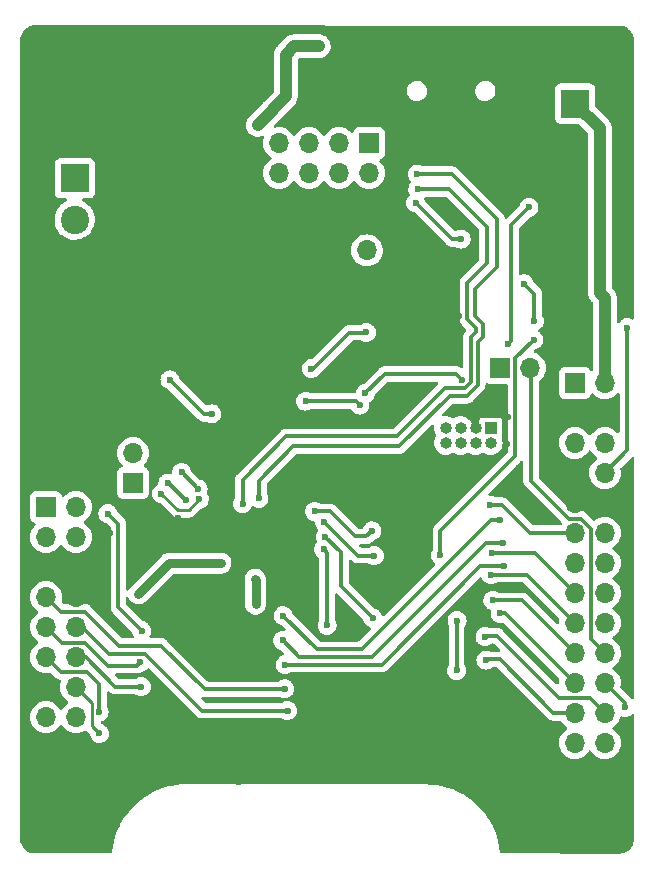
<source format=gbl>
G04 #@! TF.GenerationSoftware,KiCad,Pcbnew,(6.0.2)*
G04 #@! TF.CreationDate,2022-05-30T23:42:17+05:30*
G04 #@! TF.ProjectId,esp_lora_iot,6573705f-6c6f-4726-915f-696f742e6b69,rev?*
G04 #@! TF.SameCoordinates,Original*
G04 #@! TF.FileFunction,Copper,L4,Bot*
G04 #@! TF.FilePolarity,Positive*
%FSLAX46Y46*%
G04 Gerber Fmt 4.6, Leading zero omitted, Abs format (unit mm)*
G04 Created by KiCad (PCBNEW (6.0.2)) date 2022-05-30 23:42:17*
%MOMM*%
%LPD*%
G01*
G04 APERTURE LIST*
G04 #@! TA.AperFunction,ComponentPad*
%ADD10R,1.700000X1.700000*%
G04 #@! TD*
G04 #@! TA.AperFunction,ComponentPad*
%ADD11O,1.700000X1.700000*%
G04 #@! TD*
G04 #@! TA.AperFunction,ComponentPad*
%ADD12C,6.400000*%
G04 #@! TD*
G04 #@! TA.AperFunction,ComponentPad*
%ADD13O,1.050000X2.100000*%
G04 #@! TD*
G04 #@! TA.AperFunction,ComponentPad*
%ADD14R,1.000000X1.000000*%
G04 #@! TD*
G04 #@! TA.AperFunction,ComponentPad*
%ADD15O,1.000000X1.000000*%
G04 #@! TD*
G04 #@! TA.AperFunction,ComponentPad*
%ADD16R,2.400000X2.400000*%
G04 #@! TD*
G04 #@! TA.AperFunction,ComponentPad*
%ADD17C,2.400000*%
G04 #@! TD*
G04 #@! TA.AperFunction,ViaPad*
%ADD18C,0.600000*%
G04 #@! TD*
G04 #@! TA.AperFunction,Conductor*
%ADD19C,0.300000*%
G04 #@! TD*
G04 #@! TA.AperFunction,Conductor*
%ADD20C,0.250000*%
G04 #@! TD*
G04 #@! TA.AperFunction,Conductor*
%ADD21C,1.000000*%
G04 #@! TD*
G04 #@! TA.AperFunction,Conductor*
%ADD22C,0.750000*%
G04 #@! TD*
G04 APERTURE END LIST*
D10*
X93475000Y-95500000D03*
D11*
X96015000Y-95500000D03*
X93475000Y-98040000D03*
X96015000Y-98040000D03*
X93475000Y-100580000D03*
X96015000Y-100580000D03*
X93475000Y-103120000D03*
X96015000Y-103120000D03*
X93475000Y-105660000D03*
X96015000Y-105660000D03*
X93475000Y-108200000D03*
X96015000Y-108200000D03*
X93475000Y-110740000D03*
X96015000Y-110740000D03*
X93475000Y-113280000D03*
X96015000Y-113280000D03*
X93475000Y-115820000D03*
X96015000Y-115820000D03*
X93475000Y-118360000D03*
X96015000Y-118360000D03*
X93475000Y-120900000D03*
X96015000Y-120900000D03*
X93475000Y-123440000D03*
X96015000Y-123440000D03*
X93475000Y-125980000D03*
X96015000Y-125980000D03*
D12*
X50475000Y-68850000D03*
D10*
X48700000Y-106025000D03*
D11*
X51240000Y-106025000D03*
X48700000Y-108565000D03*
X51240000Y-108565000D03*
X48700000Y-111105000D03*
X51240000Y-111105000D03*
X48700000Y-113645000D03*
X51240000Y-113645000D03*
X48700000Y-116185000D03*
X51240000Y-116185000D03*
X48700000Y-118725000D03*
X51240000Y-118725000D03*
X48700000Y-121265000D03*
X51240000Y-121265000D03*
X48700000Y-123805000D03*
X51240000Y-123805000D03*
D13*
X87320000Y-71317500D03*
X78680000Y-71317500D03*
X87320000Y-67137500D03*
X78680000Y-67137500D03*
D14*
X86350000Y-99325000D03*
D15*
X86350000Y-100595000D03*
X85080000Y-99325000D03*
X85080000Y-100595000D03*
X83810000Y-99325000D03*
X83810000Y-100595000D03*
X82540000Y-99325000D03*
X82540000Y-100595000D03*
D10*
X87150000Y-94225000D03*
D11*
X89690000Y-94225000D03*
D12*
X50250000Y-131375000D03*
X94975000Y-131700000D03*
D10*
X76050000Y-75210000D03*
D11*
X76050000Y-77750000D03*
X73510000Y-75210000D03*
X73510000Y-77750000D03*
X70970000Y-75210000D03*
X70970000Y-77750000D03*
X68430000Y-75210000D03*
X68430000Y-77750000D03*
D16*
X51125000Y-78170000D03*
D17*
X51125000Y-81670000D03*
D16*
X93500000Y-71850000D03*
D17*
X93500000Y-68350000D03*
D10*
X56075000Y-103975000D03*
D11*
X56075000Y-101435000D03*
D10*
X73325000Y-84275000D03*
D11*
X75865000Y-84275000D03*
D18*
X77000000Y-81500000D03*
X73500000Y-69000000D03*
X61300000Y-126850000D03*
X65150000Y-124900000D03*
X62550000Y-126850000D03*
X64875000Y-92275000D03*
X75400000Y-102000000D03*
X61775000Y-93300000D03*
X87750000Y-75210000D03*
X54100000Y-108225000D03*
X65075000Y-129275000D03*
X80100000Y-76575000D03*
X63850000Y-119175000D03*
X62550000Y-129200000D03*
X79000000Y-79000000D03*
X60275000Y-129175000D03*
X70825000Y-98125000D03*
X59475000Y-124700000D03*
X59375000Y-96875000D03*
X83700000Y-89850000D03*
X59925000Y-114550000D03*
X62050000Y-114550000D03*
X79625000Y-84925000D03*
X64525000Y-114550000D03*
X73100000Y-102000000D03*
X93850000Y-75325000D03*
X74350000Y-103400000D03*
X63275000Y-80500000D03*
X76100000Y-105750000D03*
X64600000Y-116700000D03*
X64525000Y-74900000D03*
X75500000Y-81500000D03*
X65075000Y-126925000D03*
X76475000Y-93850000D03*
X62825000Y-124750000D03*
X93570000Y-86670000D03*
X63825000Y-129225000D03*
X66975000Y-95375000D03*
X64125000Y-79500000D03*
X64175000Y-80500000D03*
X88775000Y-102675000D03*
X74300000Y-102000000D03*
X87800000Y-98400000D03*
X74800000Y-95425000D03*
X69000000Y-81500000D03*
X63825000Y-126875000D03*
X60275000Y-126825000D03*
X59950000Y-92275000D03*
X59875000Y-106900000D03*
X73250000Y-70000000D03*
X72900000Y-103700000D03*
X62000000Y-91450000D03*
X74250000Y-70000000D03*
X76600000Y-97450000D03*
X87700000Y-100700000D03*
X93570000Y-79790000D03*
X89500000Y-78725000D03*
X59575000Y-68125000D03*
X63225000Y-79500000D03*
X63550000Y-107725000D03*
X74825000Y-94225000D03*
X70750000Y-81500000D03*
X64550000Y-108625000D03*
X62000000Y-116725000D03*
X71275000Y-102100000D03*
X67000000Y-97850000D03*
X61300000Y-129200000D03*
X75500000Y-103750000D03*
X71350000Y-84475000D03*
X60675000Y-89325000D03*
X87000000Y-73025000D03*
X83925000Y-95250000D03*
X75725000Y-96400000D03*
X62725000Y-98125000D03*
X59200000Y-95250000D03*
X71175000Y-94300000D03*
X75825000Y-91225000D03*
X83850000Y-83325000D03*
X80000000Y-80250000D03*
X60550000Y-105450000D03*
X59025000Y-103975000D03*
X66650000Y-73650000D03*
X67900000Y-72400000D03*
X67300000Y-73000000D03*
X71800000Y-67000000D03*
X69900000Y-67000000D03*
X70800000Y-67000000D03*
X70675000Y-97050000D03*
X75275000Y-97375000D03*
X86300000Y-105850000D03*
X86525000Y-113900000D03*
X87150000Y-115025000D03*
X83475000Y-119850000D03*
X83500000Y-115625000D03*
X71450000Y-106375000D03*
X76300000Y-108025000D03*
X86450000Y-109875000D03*
X76500000Y-110125000D03*
X72275000Y-107300000D03*
X86375000Y-111749500D03*
X90000000Y-91850000D03*
X82100000Y-110100000D03*
X60175000Y-103075000D03*
X61575000Y-104475000D03*
X72200000Y-109600000D03*
X72500000Y-116025000D03*
X85950000Y-118975000D03*
X76350000Y-115400000D03*
X72350000Y-108525000D03*
X85875000Y-116975000D03*
X87150000Y-107125000D03*
X68775000Y-115200000D03*
X68725000Y-117300000D03*
X87375000Y-109075000D03*
X68950000Y-119350000D03*
X87450000Y-111000000D03*
X97925000Y-90825000D03*
X53937500Y-106562500D03*
X58475000Y-104875000D03*
X61675000Y-105375000D03*
X56800000Y-116475000D03*
X56650000Y-119175000D03*
X56775000Y-121225000D03*
X53200000Y-123375000D03*
X68900000Y-121400000D03*
X69150000Y-123250000D03*
X53225000Y-125175000D03*
X97725000Y-122975000D03*
X89175000Y-87100000D03*
X90050000Y-90250000D03*
X87850000Y-92200000D03*
X89592376Y-80642578D03*
X66725000Y-105275000D03*
X80125000Y-77825000D03*
X80175000Y-79100000D03*
X65350000Y-105725000D03*
X56525000Y-113350000D03*
X66400000Y-112100000D03*
X63525000Y-110775000D03*
X66450000Y-114250000D03*
D19*
X61300000Y-126850000D02*
X61325000Y-126875000D01*
X63850000Y-126900000D02*
X63850000Y-129200000D01*
D20*
X85080000Y-98520000D02*
X85300000Y-98300000D01*
D19*
X61325000Y-129175000D02*
X61300000Y-129200000D01*
X62575000Y-129175000D02*
X62550000Y-129200000D01*
D20*
X87700000Y-98300000D02*
X87800000Y-98400000D01*
X87200000Y-98300000D02*
X87700000Y-98300000D01*
X85300000Y-98300000D02*
X87200000Y-98300000D01*
D19*
X61325000Y-126875000D02*
X61325000Y-129175000D01*
X63850000Y-129200000D02*
X63825000Y-129225000D01*
X60300000Y-129150000D02*
X60275000Y-129175000D01*
X65100000Y-128900000D02*
X65100000Y-126950000D01*
D20*
X85080000Y-99325000D02*
X85080000Y-98520000D01*
D19*
X60300000Y-126850000D02*
X60300000Y-129150000D01*
X62575000Y-126875000D02*
X62575000Y-129175000D01*
X77375000Y-94750000D02*
X83425000Y-94750000D01*
X83425000Y-94750000D02*
X83925000Y-95250000D01*
X75725000Y-96400000D02*
X77375000Y-94750000D01*
X59200000Y-95250000D02*
X62075000Y-98125000D01*
X62075000Y-98125000D02*
X62725000Y-98125000D01*
X74375000Y-91250000D02*
X75000000Y-91250000D01*
X71325000Y-94300000D02*
X73262500Y-92362500D01*
X73262500Y-92362500D02*
X74375000Y-91250000D01*
X71175000Y-94300000D02*
X71325000Y-94300000D01*
X75000000Y-91250000D02*
X75800000Y-91250000D01*
X75800000Y-91250000D02*
X75825000Y-91225000D01*
X83075000Y-83325000D02*
X80000000Y-80250000D01*
X83850000Y-83325000D02*
X83075000Y-83325000D01*
X83875000Y-83325000D02*
X83850000Y-83325000D01*
D20*
X60500000Y-105450000D02*
X59025000Y-103975000D01*
D19*
X59100000Y-104000000D02*
X60550000Y-105450000D01*
D20*
X60550000Y-105450000D02*
X60500000Y-105450000D01*
D21*
X96015000Y-95500000D02*
X96015000Y-88315000D01*
X69700000Y-67000000D02*
X69900000Y-67000000D01*
X67900000Y-72400000D02*
X66650000Y-73650000D01*
X69900000Y-67000000D02*
X70800000Y-67000000D01*
X93500000Y-71850000D02*
X95600000Y-73950000D01*
X67900000Y-72400000D02*
X67900000Y-72350000D01*
X70800000Y-67000000D02*
X71800000Y-67000000D01*
X69000000Y-67700000D02*
X69700000Y-67000000D01*
X95600000Y-73950000D02*
X95600000Y-87900000D01*
X96015000Y-88315000D02*
X95600000Y-87900000D01*
X69000000Y-71250000D02*
X69000000Y-67700000D01*
X67900000Y-72350000D02*
X69000000Y-71250000D01*
D19*
X75275000Y-97375000D02*
X74950000Y-97050000D01*
X74950000Y-97050000D02*
X70675000Y-97050000D01*
X89750000Y-94285000D02*
X89690000Y-94225000D01*
X94815489Y-107844123D02*
X93971855Y-107000489D01*
X92978145Y-107000489D02*
X89750000Y-103772344D01*
X93971855Y-107000489D02*
X92978145Y-107000489D01*
X94815489Y-117160489D02*
X94815489Y-107844123D01*
X89750000Y-103772344D02*
X89750000Y-94285000D01*
X96015000Y-118360000D02*
X94815489Y-117160489D01*
X87325000Y-105850000D02*
X86300000Y-105850000D01*
X89675000Y-108200000D02*
X87325000Y-105850000D01*
X93475000Y-108200000D02*
X89675000Y-108200000D01*
X89015000Y-113900000D02*
X93475000Y-118360000D01*
X86525000Y-113900000D02*
X89015000Y-113900000D01*
X87150000Y-115025000D02*
X87600000Y-115025000D01*
X83475000Y-115650000D02*
X83500000Y-115625000D01*
X87600000Y-115025000D02*
X93475000Y-120900000D01*
X83475000Y-119850000D02*
X83475000Y-115650000D01*
X72725000Y-106375000D02*
X74850000Y-108500000D01*
X90070000Y-109875000D02*
X93475000Y-113280000D01*
X74850000Y-108500000D02*
X75825000Y-108500000D01*
X86450000Y-109875000D02*
X90070000Y-109875000D01*
X75825000Y-108500000D02*
X76300000Y-108025000D01*
X71450000Y-106375000D02*
X72725000Y-106375000D01*
X72275000Y-107300000D02*
X75100000Y-110125000D01*
X75100000Y-110125000D02*
X76500000Y-110125000D01*
X88449511Y-93400489D02*
X88449511Y-101650489D01*
X82100000Y-108000000D02*
X82100000Y-110100000D01*
X88449511Y-101650489D02*
X82100000Y-108000000D01*
X90000000Y-91850000D02*
X88449511Y-93400489D01*
X89404500Y-111749500D02*
X93475000Y-115820000D01*
X86375000Y-111749500D02*
X89404500Y-111749500D01*
X60175000Y-103075000D02*
X61575000Y-104475000D01*
X72500000Y-110350000D02*
X72500000Y-116025000D01*
X72500000Y-109900000D02*
X72200000Y-109600000D01*
X87125000Y-118900000D02*
X91665000Y-123440000D01*
X91665000Y-123440000D02*
X93475000Y-123440000D01*
X87125000Y-118900000D02*
X86025000Y-118900000D01*
X86025000Y-118900000D02*
X85950000Y-118975000D01*
X72500000Y-110350000D02*
X72500000Y-109900000D01*
X85950000Y-116900000D02*
X85875000Y-116975000D01*
X73675000Y-109850000D02*
X73675000Y-110000000D01*
X72350000Y-108525000D02*
X73675000Y-109850000D01*
X86900000Y-116900000D02*
X85950000Y-116900000D01*
X92175000Y-122175000D02*
X86900000Y-116900000D01*
X96015000Y-123440000D02*
X94750000Y-122175000D01*
X73675000Y-112725000D02*
X76350000Y-115400000D01*
X73675000Y-110000000D02*
X73675000Y-112725000D01*
X94750000Y-122175000D02*
X92175000Y-122175000D01*
X75450000Y-118050000D02*
X86375000Y-107125000D01*
X68775000Y-115200000D02*
X71625000Y-118050000D01*
X86375000Y-107125000D02*
X87150000Y-107125000D01*
X71625000Y-118050000D02*
X75450000Y-118050000D01*
X70150000Y-118725000D02*
X76325000Y-118725000D01*
X68725000Y-117300000D02*
X70150000Y-118725000D01*
X85975000Y-109075000D02*
X87375000Y-109075000D01*
X76325000Y-118725000D02*
X85975000Y-109075000D01*
X85475000Y-111000000D02*
X87450000Y-111000000D01*
X68950000Y-119350000D02*
X77125000Y-119350000D01*
X77125000Y-119350000D02*
X85475000Y-111000000D01*
X97925000Y-101210000D02*
X96015000Y-103120000D01*
X97925000Y-90825000D02*
X97925000Y-101210000D01*
X54824511Y-114499511D02*
X54824511Y-114375489D01*
X53937500Y-106562500D02*
X54824511Y-107449511D01*
D20*
X59875489Y-106275489D02*
X58475000Y-104875000D01*
X61675000Y-105375000D02*
X60774511Y-106275489D01*
X60774511Y-106275489D02*
X59875489Y-106275489D01*
D19*
X56800000Y-116475000D02*
X54824511Y-114499511D01*
X54824511Y-107449511D02*
X54824511Y-114375489D01*
X55125000Y-119450000D02*
X53925000Y-119450000D01*
X50040489Y-117525489D02*
X48700000Y-116185000D01*
X53925000Y-119450000D02*
X52000489Y-117525489D01*
X56375000Y-119450000D02*
X55125000Y-119450000D01*
X56650000Y-119175000D02*
X56375000Y-119450000D01*
X52000489Y-117525489D02*
X50040489Y-117525489D01*
X52075000Y-118725000D02*
X51240000Y-118725000D01*
X56775000Y-121225000D02*
X54575000Y-121225000D01*
X54575000Y-121225000D02*
X52075000Y-118725000D01*
X53200000Y-123375000D02*
X53200000Y-121000000D01*
X49950000Y-119975000D02*
X48700000Y-118725000D01*
X53200000Y-121000000D02*
X52175000Y-119975000D01*
X52175000Y-119975000D02*
X49950000Y-119975000D01*
X68850000Y-121450000D02*
X68900000Y-121400000D01*
X58425000Y-117750000D02*
X62125000Y-121450000D01*
X52000000Y-114875000D02*
X49930000Y-114875000D01*
X55625000Y-117750000D02*
X58425000Y-117750000D01*
X55625000Y-117750000D02*
X54875000Y-117750000D01*
X54875000Y-117750000D02*
X52000000Y-114875000D01*
X62125000Y-121450000D02*
X68850000Y-121450000D01*
X49930000Y-114875000D02*
X48700000Y-113645000D01*
X57075489Y-118425489D02*
X54025489Y-118425489D01*
X61900000Y-123250000D02*
X57075489Y-118425489D01*
X51785000Y-116185000D02*
X51240000Y-116185000D01*
X54025489Y-118425489D02*
X51785000Y-116185000D01*
X69150000Y-123250000D02*
X61900000Y-123250000D01*
D20*
X52575489Y-122600489D02*
X52575489Y-124525489D01*
X52575489Y-124525489D02*
X53225000Y-125175000D01*
X51240000Y-121265000D02*
X52575489Y-122600489D01*
D19*
X97725000Y-122975000D02*
X97725000Y-122610000D01*
X97725000Y-122610000D02*
X96015000Y-120900000D01*
X90050000Y-87975000D02*
X89175000Y-87100000D01*
X90050000Y-90250000D02*
X90050000Y-87975000D01*
X88100000Y-82134954D02*
X89592376Y-80642578D01*
X88075000Y-91975000D02*
X88100000Y-91950000D01*
X87850000Y-92200000D02*
X88075000Y-91975000D01*
X88100000Y-91950000D02*
X88100000Y-82134954D01*
X86900000Y-85700000D02*
X86900000Y-81650000D01*
X85250000Y-92000000D02*
X85674511Y-91575489D01*
X85050000Y-87550000D02*
X86900000Y-85700000D01*
X85050000Y-89850000D02*
X85050000Y-87550000D01*
X66725000Y-105275000D02*
X66725000Y-103775000D01*
X85674511Y-90474511D02*
X85050000Y-89850000D01*
X85250000Y-95700000D02*
X85250000Y-92000000D01*
X69650000Y-100850000D02*
X78625000Y-100850000D01*
X66725000Y-103775000D02*
X69650000Y-100850000D01*
X82875000Y-96600000D02*
X84350000Y-96600000D01*
X78625000Y-100850000D02*
X82875000Y-96600000D01*
X83075000Y-77825000D02*
X80125000Y-77825000D01*
X86900000Y-81650000D02*
X83075000Y-77825000D01*
X84350000Y-96600000D02*
X85250000Y-95700000D01*
X85674511Y-91575489D02*
X85674511Y-90474511D01*
X84375489Y-87024511D02*
X86050000Y-85350000D01*
X82475480Y-95949520D02*
X84150480Y-95949520D01*
X65350000Y-103725000D02*
X69050000Y-100025000D01*
X84650480Y-91649520D02*
X85100000Y-91200000D01*
X69050000Y-100025000D02*
X78400000Y-100025000D01*
X86050000Y-82300000D02*
X82850000Y-79100000D01*
X82850000Y-79100000D02*
X80175000Y-79100000D01*
X86050000Y-85350000D02*
X86050000Y-82300000D01*
X85100000Y-91200000D02*
X85100000Y-90849022D01*
X85100000Y-90849022D02*
X84375489Y-90124511D01*
X65350000Y-105725000D02*
X65350000Y-103725000D01*
X84650480Y-95449520D02*
X84650480Y-91649520D01*
X84150480Y-95949520D02*
X84650480Y-95449520D01*
X78400000Y-100025000D02*
X82475480Y-95949520D01*
X84375489Y-90124511D02*
X84375489Y-87024511D01*
D22*
X66450000Y-112150000D02*
X66400000Y-112100000D01*
X56525000Y-113350000D02*
X59100000Y-110775000D01*
X59100000Y-110775000D02*
X63525000Y-110775000D01*
X66450000Y-114250000D02*
X66450000Y-112150000D01*
G04 #@! TA.AperFunction,Conductor*
G36*
X97181189Y-65249971D02*
G01*
X97200492Y-65251471D01*
X97223829Y-65255104D01*
X97232732Y-65253940D01*
X97232736Y-65253940D01*
X97237443Y-65253325D01*
X97263659Y-65252650D01*
X97418786Y-65264858D01*
X97438314Y-65267951D01*
X97612816Y-65309845D01*
X97631610Y-65315951D01*
X97797411Y-65384629D01*
X97815016Y-65393599D01*
X97968036Y-65487369D01*
X97984024Y-65498985D01*
X98101729Y-65599514D01*
X98120486Y-65615534D01*
X98134464Y-65629512D01*
X98251015Y-65765976D01*
X98262629Y-65781962D01*
X98356401Y-65934984D01*
X98365371Y-65952589D01*
X98429397Y-66107160D01*
X98434047Y-66118385D01*
X98440155Y-66137184D01*
X98460474Y-66221819D01*
X98482049Y-66311685D01*
X98485142Y-66331213D01*
X98496807Y-66479426D01*
X98496178Y-66495981D01*
X98496387Y-66495984D01*
X98496277Y-66504958D01*
X98494896Y-66513829D01*
X98496060Y-66522732D01*
X98496060Y-66522737D01*
X98498935Y-66544726D01*
X98499999Y-66561062D01*
X98499484Y-88580174D01*
X98499451Y-90012224D01*
X98479447Y-90080344D01*
X98425791Y-90126836D01*
X98355516Y-90136938D01*
X98305937Y-90118606D01*
X98302893Y-90116675D01*
X98278136Y-90100963D01*
X98217774Y-90079469D01*
X98115586Y-90043081D01*
X98115581Y-90043080D01*
X98108951Y-90040719D01*
X98101965Y-90039886D01*
X98101961Y-90039885D01*
X97974177Y-90024648D01*
X97930624Y-90019455D01*
X97923621Y-90020191D01*
X97923620Y-90020191D01*
X97759025Y-90037490D01*
X97759021Y-90037491D01*
X97752017Y-90038227D01*
X97745346Y-90040498D01*
X97588677Y-90093832D01*
X97588674Y-90093833D01*
X97582007Y-90096103D01*
X97576009Y-90099793D01*
X97576007Y-90099794D01*
X97556386Y-90111865D01*
X97429045Y-90190206D01*
X97424014Y-90195132D01*
X97424011Y-90195135D01*
X97370739Y-90247303D01*
X97300732Y-90315859D01*
X97296913Y-90321784D01*
X97296912Y-90321786D01*
X97247411Y-90398597D01*
X97193697Y-90445022D01*
X97123410Y-90455037D01*
X97058867Y-90425462D01*
X97020559Y-90365687D01*
X97015500Y-90330342D01*
X97015500Y-88331185D01*
X97015549Y-88327667D01*
X97017782Y-88247730D01*
X97017782Y-88247727D01*
X97017960Y-88241347D01*
X97007484Y-88181933D01*
X97006215Y-88172787D01*
X97000765Y-88119133D01*
X97000765Y-88119132D01*
X97000120Y-88112784D01*
X96991513Y-88085320D01*
X96987664Y-88069529D01*
X96983773Y-88047460D01*
X96983772Y-88047455D01*
X96982665Y-88041179D01*
X96960454Y-87985080D01*
X96957373Y-87976378D01*
X96944116Y-87934075D01*
X96939338Y-87918828D01*
X96925386Y-87893658D01*
X96918439Y-87878960D01*
X96910194Y-87858137D01*
X96910192Y-87858134D01*
X96907841Y-87852195D01*
X96901617Y-87842683D01*
X96874816Y-87801729D01*
X96870044Y-87793820D01*
X96843891Y-87746637D01*
X96843889Y-87746634D01*
X96840797Y-87741056D01*
X96822068Y-87719205D01*
X96812303Y-87706199D01*
X96799198Y-87686172D01*
X96799197Y-87686170D01*
X96796545Y-87682118D01*
X96792083Y-87677162D01*
X96753178Y-87638257D01*
X96746605Y-87631160D01*
X96712677Y-87591576D01*
X96708523Y-87586729D01*
X96703482Y-87582818D01*
X96703479Y-87582816D01*
X96684142Y-87567817D01*
X96672274Y-87557353D01*
X96637405Y-87522484D01*
X96603379Y-87460172D01*
X96600500Y-87433389D01*
X96600500Y-73966148D01*
X96600549Y-73962630D01*
X96602781Y-73882729D01*
X96602781Y-73882726D01*
X96602959Y-73876347D01*
X96592485Y-73816944D01*
X96591216Y-73807798D01*
X96585765Y-73754130D01*
X96585764Y-73754126D01*
X96585120Y-73747784D01*
X96576512Y-73720317D01*
X96572661Y-73704518D01*
X96568772Y-73682462D01*
X96567664Y-73676178D01*
X96545461Y-73620099D01*
X96542379Y-73611396D01*
X96526247Y-73559919D01*
X96526246Y-73559917D01*
X96524338Y-73553828D01*
X96521246Y-73548249D01*
X96521243Y-73548243D01*
X96510381Y-73528648D01*
X96503436Y-73513956D01*
X96492840Y-73487195D01*
X96459816Y-73436728D01*
X96455048Y-73428823D01*
X96428896Y-73381644D01*
X96428889Y-73381634D01*
X96425797Y-73376056D01*
X96407061Y-73354196D01*
X96397303Y-73341200D01*
X96384189Y-73321159D01*
X96381544Y-73317117D01*
X96377082Y-73312162D01*
X96338177Y-73273257D01*
X96331604Y-73266159D01*
X96293523Y-73221729D01*
X96269139Y-73202815D01*
X96257270Y-73192350D01*
X95237405Y-72172485D01*
X95203379Y-72110173D01*
X95200500Y-72083390D01*
X95200499Y-70606042D01*
X95200499Y-70602624D01*
X95195591Y-70557435D01*
X95194705Y-70549278D01*
X95194704Y-70549274D01*
X95193851Y-70541420D01*
X95143526Y-70407176D01*
X95138146Y-70399997D01*
X95138144Y-70399994D01*
X95062928Y-70299635D01*
X95057546Y-70292454D01*
X95050365Y-70287072D01*
X94950006Y-70211856D01*
X94950003Y-70211854D01*
X94942824Y-70206474D01*
X94853439Y-70172966D01*
X94815975Y-70158921D01*
X94815973Y-70158921D01*
X94808580Y-70156149D01*
X94800730Y-70155296D01*
X94800729Y-70155296D01*
X94750774Y-70149869D01*
X94750773Y-70149869D01*
X94747377Y-70149500D01*
X93500183Y-70149500D01*
X92252624Y-70149501D01*
X92249230Y-70149870D01*
X92249224Y-70149870D01*
X92199278Y-70155295D01*
X92199274Y-70155296D01*
X92191420Y-70156149D01*
X92057176Y-70206474D01*
X92049997Y-70211854D01*
X92049994Y-70211856D01*
X91949635Y-70287072D01*
X91942454Y-70292454D01*
X91937072Y-70299635D01*
X91861856Y-70399994D01*
X91861854Y-70399997D01*
X91856474Y-70407176D01*
X91806149Y-70541420D01*
X91799500Y-70602623D01*
X91799501Y-73097376D01*
X91799870Y-73100770D01*
X91799870Y-73100776D01*
X91801840Y-73118906D01*
X91806149Y-73158580D01*
X91856474Y-73292824D01*
X91861854Y-73300003D01*
X91861856Y-73300006D01*
X91918853Y-73376056D01*
X91942454Y-73407546D01*
X91949635Y-73412928D01*
X92049994Y-73488144D01*
X92049997Y-73488146D01*
X92057176Y-73493526D01*
X92131867Y-73521526D01*
X92184025Y-73541079D01*
X92184027Y-73541079D01*
X92191420Y-73543851D01*
X92199270Y-73544704D01*
X92199271Y-73544704D01*
X92249226Y-73550131D01*
X92252623Y-73550500D01*
X92346822Y-73550500D01*
X93733388Y-73550499D01*
X93801509Y-73570501D01*
X93822483Y-73587404D01*
X94562595Y-74327516D01*
X94596621Y-74389828D01*
X94599500Y-74416611D01*
X94599500Y-87883830D01*
X94599451Y-87887349D01*
X94598146Y-87934075D01*
X94597040Y-87973653D01*
X94598148Y-87979938D01*
X94598149Y-87979948D01*
X94607516Y-88033066D01*
X94608785Y-88042208D01*
X94614880Y-88102216D01*
X94623491Y-88129693D01*
X94627339Y-88145481D01*
X94631227Y-88167535D01*
X94631229Y-88167541D01*
X94632336Y-88173821D01*
X94647197Y-88211356D01*
X94654538Y-88229898D01*
X94657620Y-88238601D01*
X94675662Y-88296172D01*
X94678755Y-88301751D01*
X94689615Y-88321343D01*
X94696567Y-88336049D01*
X94707160Y-88362805D01*
X94710657Y-88368149D01*
X94740186Y-88413274D01*
X94744954Y-88421178D01*
X94774203Y-88473944D01*
X94778355Y-88478788D01*
X94792933Y-88495797D01*
X94802696Y-88508800D01*
X94818455Y-88532882D01*
X94822917Y-88537838D01*
X94861829Y-88576750D01*
X94868402Y-88583848D01*
X94906477Y-88628271D01*
X94911514Y-88632178D01*
X94911516Y-88632180D01*
X94930857Y-88647182D01*
X94942726Y-88657647D01*
X94977595Y-88692516D01*
X95011621Y-88754828D01*
X95014500Y-88781611D01*
X95014500Y-94368261D01*
X94994498Y-94436382D01*
X94940842Y-94482875D01*
X94870568Y-94492979D01*
X94805988Y-94463485D01*
X94777550Y-94422600D01*
X94775988Y-94423455D01*
X94771676Y-94415578D01*
X94768526Y-94407176D01*
X94763146Y-94399997D01*
X94763144Y-94399994D01*
X94687928Y-94299635D01*
X94682546Y-94292454D01*
X94638780Y-94259653D01*
X94575006Y-94211856D01*
X94575003Y-94211854D01*
X94567824Y-94206474D01*
X94477234Y-94172514D01*
X94440975Y-94158921D01*
X94440973Y-94158921D01*
X94433580Y-94156149D01*
X94425730Y-94155296D01*
X94425729Y-94155296D01*
X94375774Y-94149869D01*
X94375773Y-94149869D01*
X94372377Y-94149500D01*
X93475132Y-94149500D01*
X92577624Y-94149501D01*
X92574230Y-94149870D01*
X92574224Y-94149870D01*
X92524278Y-94155295D01*
X92524274Y-94155296D01*
X92516420Y-94156149D01*
X92382176Y-94206474D01*
X92374997Y-94211854D01*
X92374994Y-94211856D01*
X92311220Y-94259653D01*
X92267454Y-94292454D01*
X92262072Y-94299635D01*
X92186856Y-94399994D01*
X92186854Y-94399997D01*
X92181474Y-94407176D01*
X92131149Y-94541420D01*
X92124500Y-94602623D01*
X92124501Y-96397376D01*
X92124870Y-96400770D01*
X92124870Y-96400776D01*
X92128430Y-96433547D01*
X92131149Y-96458580D01*
X92181474Y-96592824D01*
X92186854Y-96600003D01*
X92186856Y-96600006D01*
X92244082Y-96676361D01*
X92267454Y-96707546D01*
X92274635Y-96712928D01*
X92374994Y-96788144D01*
X92374997Y-96788146D01*
X92382176Y-96793526D01*
X92471561Y-96827034D01*
X92509025Y-96841079D01*
X92509027Y-96841079D01*
X92516420Y-96843851D01*
X92524270Y-96844704D01*
X92524271Y-96844704D01*
X92574217Y-96850130D01*
X92577623Y-96850500D01*
X93474868Y-96850500D01*
X94372376Y-96850499D01*
X94375770Y-96850130D01*
X94375776Y-96850130D01*
X94425722Y-96844705D01*
X94425726Y-96844704D01*
X94433580Y-96843851D01*
X94567824Y-96793526D01*
X94575003Y-96788146D01*
X94575006Y-96788144D01*
X94675365Y-96712928D01*
X94682546Y-96707546D01*
X94705918Y-96676361D01*
X94763144Y-96600006D01*
X94763146Y-96600003D01*
X94768526Y-96592824D01*
X94787709Y-96541654D01*
X94803339Y-96499960D01*
X94816912Y-96463752D01*
X94859553Y-96406987D01*
X94926114Y-96382286D01*
X94995463Y-96397493D01*
X95023989Y-96418885D01*
X95143599Y-96538495D01*
X95148107Y-96541652D01*
X95148110Y-96541654D01*
X95332661Y-96670878D01*
X95337170Y-96674035D01*
X95342152Y-96676358D01*
X95342157Y-96676361D01*
X95525028Y-96761635D01*
X95551337Y-96773903D01*
X95556645Y-96775325D01*
X95556647Y-96775326D01*
X95774277Y-96833639D01*
X95779592Y-96835063D01*
X96015000Y-96855659D01*
X96250408Y-96835063D01*
X96255723Y-96833639D01*
X96473353Y-96775326D01*
X96473355Y-96775325D01*
X96478663Y-96773903D01*
X96504972Y-96761635D01*
X96687843Y-96676361D01*
X96687848Y-96676358D01*
X96692830Y-96674035D01*
X96697339Y-96670878D01*
X96881890Y-96541654D01*
X96881893Y-96541652D01*
X96886401Y-96538495D01*
X97053495Y-96371401D01*
X97053526Y-96371432D01*
X97111090Y-96333135D01*
X97182078Y-96332010D01*
X97242405Y-96369442D01*
X97272918Y-96433547D01*
X97274500Y-96453453D01*
X97274500Y-99626547D01*
X97254498Y-99694668D01*
X97200842Y-99741161D01*
X97130568Y-99751265D01*
X97065988Y-99721771D01*
X97054660Y-99710262D01*
X97053495Y-99708599D01*
X96886401Y-99541505D01*
X96881893Y-99538348D01*
X96881890Y-99538346D01*
X96697339Y-99409122D01*
X96697336Y-99409120D01*
X96692830Y-99405965D01*
X96687848Y-99403642D01*
X96687843Y-99403639D01*
X96483645Y-99308420D01*
X96483644Y-99308419D01*
X96478663Y-99306097D01*
X96473355Y-99304675D01*
X96473353Y-99304674D01*
X96255723Y-99246361D01*
X96255722Y-99246361D01*
X96250408Y-99244937D01*
X96015000Y-99224341D01*
X95779592Y-99244937D01*
X95774278Y-99246361D01*
X95774277Y-99246361D01*
X95556647Y-99304674D01*
X95556645Y-99304675D01*
X95551337Y-99306097D01*
X95546357Y-99308419D01*
X95546355Y-99308420D01*
X95342152Y-99403642D01*
X95342149Y-99403644D01*
X95337171Y-99405965D01*
X95143599Y-99541505D01*
X94976505Y-99708599D01*
X94863771Y-99869601D01*
X94848213Y-99891820D01*
X94792756Y-99936149D01*
X94722137Y-99943458D01*
X94658776Y-99911428D01*
X94641787Y-99891820D01*
X94626229Y-99869601D01*
X94513495Y-99708599D01*
X94346401Y-99541505D01*
X94341893Y-99538348D01*
X94341890Y-99538346D01*
X94157339Y-99409122D01*
X94157336Y-99409120D01*
X94152830Y-99405965D01*
X94147848Y-99403642D01*
X94147843Y-99403639D01*
X93943645Y-99308420D01*
X93943644Y-99308419D01*
X93938663Y-99306097D01*
X93933355Y-99304675D01*
X93933353Y-99304674D01*
X93715723Y-99246361D01*
X93715722Y-99246361D01*
X93710408Y-99244937D01*
X93475000Y-99224341D01*
X93239592Y-99244937D01*
X93234278Y-99246361D01*
X93234277Y-99246361D01*
X93016647Y-99304674D01*
X93016645Y-99304675D01*
X93011337Y-99306097D01*
X93006357Y-99308419D01*
X93006355Y-99308420D01*
X92802152Y-99403642D01*
X92802149Y-99403644D01*
X92797171Y-99405965D01*
X92603599Y-99541505D01*
X92436505Y-99708599D01*
X92300965Y-99902171D01*
X92298644Y-99907149D01*
X92298642Y-99907152D01*
X92208080Y-100101361D01*
X92201097Y-100116337D01*
X92199675Y-100121645D01*
X92199674Y-100121647D01*
X92141361Y-100339277D01*
X92139937Y-100344592D01*
X92119341Y-100580000D01*
X92139937Y-100815408D01*
X92141361Y-100820722D01*
X92141361Y-100820723D01*
X92181718Y-100971337D01*
X92201097Y-101043663D01*
X92203419Y-101048643D01*
X92203420Y-101048645D01*
X92285121Y-101223851D01*
X92300965Y-101257829D01*
X92436505Y-101451401D01*
X92603599Y-101618495D01*
X92608107Y-101621652D01*
X92608110Y-101621654D01*
X92749638Y-101720753D01*
X92797170Y-101754035D01*
X92802152Y-101756358D01*
X92802157Y-101756361D01*
X93006355Y-101851580D01*
X93011337Y-101853903D01*
X93016645Y-101855325D01*
X93016647Y-101855326D01*
X93234277Y-101913639D01*
X93239592Y-101915063D01*
X93475000Y-101935659D01*
X93710408Y-101915063D01*
X93715723Y-101913639D01*
X93933353Y-101855326D01*
X93933355Y-101855325D01*
X93938663Y-101853903D01*
X93943645Y-101851580D01*
X94147843Y-101756361D01*
X94147848Y-101756358D01*
X94152830Y-101754035D01*
X94200362Y-101720753D01*
X94341890Y-101621654D01*
X94341893Y-101621652D01*
X94346401Y-101618495D01*
X94513495Y-101451401D01*
X94641787Y-101268180D01*
X94697244Y-101223851D01*
X94767863Y-101216542D01*
X94831224Y-101248572D01*
X94848212Y-101268179D01*
X94976505Y-101451401D01*
X95143599Y-101618495D01*
X95148107Y-101621652D01*
X95148110Y-101621654D01*
X95326820Y-101746788D01*
X95371148Y-101802245D01*
X95378457Y-101872865D01*
X95346426Y-101936225D01*
X95326822Y-101953211D01*
X95143599Y-102081505D01*
X94976505Y-102248599D01*
X94840965Y-102442171D01*
X94838644Y-102447149D01*
X94838642Y-102447152D01*
X94826358Y-102473495D01*
X94741097Y-102656337D01*
X94739675Y-102661645D01*
X94739674Y-102661647D01*
X94699086Y-102813126D01*
X94679937Y-102884592D01*
X94659341Y-103120000D01*
X94679937Y-103355408D01*
X94681361Y-103360722D01*
X94681361Y-103360723D01*
X94724776Y-103522750D01*
X94741097Y-103583663D01*
X94743419Y-103588643D01*
X94743420Y-103588645D01*
X94824082Y-103761623D01*
X94840965Y-103797829D01*
X94976505Y-103991401D01*
X95143599Y-104158495D01*
X95148107Y-104161652D01*
X95148110Y-104161654D01*
X95274600Y-104250223D01*
X95337170Y-104294035D01*
X95342152Y-104296358D01*
X95342157Y-104296361D01*
X95503907Y-104371786D01*
X95551337Y-104393903D01*
X95556645Y-104395325D01*
X95556647Y-104395326D01*
X95774277Y-104453639D01*
X95779592Y-104455063D01*
X96015000Y-104475659D01*
X96250408Y-104455063D01*
X96255723Y-104453639D01*
X96473353Y-104395326D01*
X96473355Y-104395325D01*
X96478663Y-104393903D01*
X96526093Y-104371786D01*
X96687843Y-104296361D01*
X96687848Y-104296358D01*
X96692830Y-104294035D01*
X96755400Y-104250223D01*
X96881890Y-104161654D01*
X96881893Y-104161652D01*
X96886401Y-104158495D01*
X97053495Y-103991401D01*
X97189035Y-103797829D01*
X97205919Y-103761623D01*
X97286580Y-103588645D01*
X97286581Y-103588643D01*
X97288903Y-103583663D01*
X97305225Y-103522750D01*
X97348639Y-103360723D01*
X97348639Y-103360722D01*
X97350063Y-103355408D01*
X97370659Y-103120000D01*
X97350063Y-102884592D01*
X97330914Y-102813126D01*
X97332604Y-102742149D01*
X97363526Y-102691420D01*
X98284079Y-101770867D01*
X98346391Y-101736841D01*
X98417206Y-101741906D01*
X98474042Y-101784453D01*
X98498853Y-101850973D01*
X98499174Y-101859965D01*
X98499096Y-105187928D01*
X98498701Y-122156110D01*
X98498700Y-122179788D01*
X98478696Y-122247908D01*
X98425040Y-122294400D01*
X98354765Y-122304502D01*
X98290185Y-122275008D01*
X98264247Y-122243925D01*
X98259847Y-122236485D01*
X98243081Y-122208135D01*
X98228188Y-122193242D01*
X98215347Y-122178208D01*
X98207623Y-122167577D01*
X98202963Y-122161163D01*
X98167856Y-122132120D01*
X98159077Y-122124131D01*
X97363526Y-121328580D01*
X97329500Y-121266268D01*
X97330914Y-121206874D01*
X97348639Y-121140723D01*
X97348639Y-121140721D01*
X97350063Y-121135408D01*
X97370659Y-120900000D01*
X97350063Y-120664592D01*
X97347426Y-120654750D01*
X97290326Y-120441647D01*
X97290325Y-120441645D01*
X97288903Y-120436337D01*
X97271198Y-120398368D01*
X97191358Y-120227152D01*
X97191356Y-120227149D01*
X97189035Y-120222171D01*
X97053495Y-120028599D01*
X96886401Y-119861505D01*
X96881893Y-119858348D01*
X96881890Y-119858346D01*
X96748222Y-119764751D01*
X96703181Y-119733213D01*
X96658853Y-119677756D01*
X96651544Y-119607137D01*
X96683575Y-119543776D01*
X96703181Y-119526787D01*
X96881890Y-119401654D01*
X96881893Y-119401652D01*
X96886401Y-119398495D01*
X97053495Y-119231401D01*
X97189035Y-119037829D01*
X97204880Y-119003851D01*
X97286580Y-118828645D01*
X97286581Y-118828643D01*
X97288903Y-118823663D01*
X97300883Y-118778955D01*
X97348639Y-118600723D01*
X97348639Y-118600722D01*
X97350063Y-118595408D01*
X97370659Y-118360000D01*
X97350063Y-118124592D01*
X97330653Y-118052152D01*
X97290326Y-117901647D01*
X97290325Y-117901645D01*
X97288903Y-117896337D01*
X97267158Y-117849704D01*
X97191358Y-117687152D01*
X97191356Y-117687149D01*
X97189035Y-117682171D01*
X97053495Y-117488599D01*
X96886401Y-117321505D01*
X96881893Y-117318348D01*
X96881890Y-117318346D01*
X96703181Y-117193213D01*
X96658853Y-117137756D01*
X96651544Y-117067137D01*
X96683575Y-117003776D01*
X96703181Y-116986787D01*
X96747767Y-116955568D01*
X96815375Y-116908228D01*
X96881890Y-116861654D01*
X96881893Y-116861652D01*
X96886401Y-116858495D01*
X97053495Y-116691401D01*
X97189035Y-116497829D01*
X97192310Y-116490807D01*
X97286580Y-116288645D01*
X97286581Y-116288643D01*
X97288903Y-116283663D01*
X97297529Y-116251472D01*
X97348639Y-116060723D01*
X97348639Y-116060722D01*
X97350063Y-116055408D01*
X97370659Y-115820000D01*
X97350063Y-115584592D01*
X97348639Y-115579277D01*
X97290326Y-115361647D01*
X97290325Y-115361645D01*
X97288903Y-115356337D01*
X97267158Y-115309704D01*
X97191358Y-115147152D01*
X97191356Y-115147149D01*
X97189035Y-115142171D01*
X97053495Y-114948599D01*
X96886401Y-114781505D01*
X96881893Y-114778348D01*
X96881890Y-114778346D01*
X96743773Y-114681636D01*
X96703181Y-114653213D01*
X96658853Y-114597756D01*
X96651544Y-114527137D01*
X96683575Y-114463776D01*
X96703181Y-114446787D01*
X96714147Y-114439109D01*
X96758846Y-114407810D01*
X96881890Y-114321654D01*
X96881893Y-114321652D01*
X96886401Y-114318495D01*
X97053495Y-114151401D01*
X97189035Y-113957829D01*
X97196624Y-113941556D01*
X97286580Y-113748645D01*
X97286581Y-113748643D01*
X97288903Y-113743663D01*
X97313873Y-113650475D01*
X97348639Y-113520723D01*
X97348639Y-113520722D01*
X97350063Y-113515408D01*
X97370659Y-113280000D01*
X97350063Y-113044592D01*
X97330653Y-112972152D01*
X97290326Y-112821647D01*
X97290325Y-112821645D01*
X97288903Y-112816337D01*
X97264744Y-112764528D01*
X97191358Y-112607152D01*
X97191356Y-112607149D01*
X97189035Y-112602171D01*
X97053495Y-112408599D01*
X96886401Y-112241505D01*
X96881893Y-112238348D01*
X96881890Y-112238346D01*
X96715333Y-112121722D01*
X96703181Y-112113213D01*
X96658853Y-112057756D01*
X96651544Y-111987137D01*
X96683575Y-111923776D01*
X96703181Y-111906787D01*
X96881890Y-111781654D01*
X96881893Y-111781652D01*
X96886401Y-111778495D01*
X97053495Y-111611401D01*
X97189035Y-111417829D01*
X97225185Y-111340307D01*
X97286580Y-111208645D01*
X97286581Y-111208643D01*
X97288903Y-111203663D01*
X97292981Y-111188446D01*
X97348639Y-110980723D01*
X97348639Y-110980722D01*
X97350063Y-110975408D01*
X97370659Y-110740000D01*
X97350063Y-110504592D01*
X97348590Y-110499093D01*
X97290326Y-110281647D01*
X97290325Y-110281645D01*
X97288903Y-110276337D01*
X97263992Y-110222916D01*
X97191358Y-110067152D01*
X97191356Y-110067149D01*
X97189035Y-110062171D01*
X97053495Y-109868599D01*
X96886401Y-109701505D01*
X96881893Y-109698348D01*
X96881890Y-109698346D01*
X96733554Y-109594480D01*
X96703181Y-109573213D01*
X96658853Y-109517756D01*
X96651544Y-109447137D01*
X96683575Y-109383776D01*
X96703181Y-109366787D01*
X96704884Y-109365595D01*
X96842563Y-109269191D01*
X96881890Y-109241654D01*
X96881893Y-109241652D01*
X96886401Y-109238495D01*
X97053495Y-109071401D01*
X97189035Y-108877829D01*
X97195999Y-108862896D01*
X97286580Y-108668645D01*
X97286581Y-108668643D01*
X97288903Y-108663663D01*
X97302886Y-108611479D01*
X97348639Y-108440723D01*
X97348639Y-108440722D01*
X97350063Y-108435408D01*
X97370659Y-108200000D01*
X97350063Y-107964592D01*
X97348639Y-107959277D01*
X97290326Y-107741647D01*
X97290325Y-107741645D01*
X97288903Y-107736337D01*
X97263589Y-107682052D01*
X97191358Y-107527152D01*
X97191356Y-107527149D01*
X97189035Y-107522171D01*
X97053495Y-107328599D01*
X96886401Y-107161505D01*
X96881893Y-107158348D01*
X96881890Y-107158346D01*
X96697339Y-107029122D01*
X96697337Y-107029121D01*
X96692830Y-107025965D01*
X96687848Y-107023642D01*
X96687843Y-107023639D01*
X96483645Y-106928420D01*
X96483644Y-106928419D01*
X96478663Y-106926097D01*
X96473355Y-106924675D01*
X96473353Y-106924674D01*
X96255723Y-106866361D01*
X96255722Y-106866361D01*
X96250408Y-106864937D01*
X96015000Y-106844341D01*
X95779592Y-106864937D01*
X95774278Y-106866361D01*
X95774277Y-106866361D01*
X95556647Y-106924674D01*
X95556645Y-106924675D01*
X95551337Y-106926097D01*
X95546357Y-106928419D01*
X95546355Y-106928420D01*
X95342152Y-107023642D01*
X95342149Y-107023644D01*
X95337171Y-107025965D01*
X95176808Y-107138252D01*
X95109537Y-107160939D01*
X95040676Y-107143654D01*
X95015445Y-107124133D01*
X94489103Y-106597791D01*
X94481262Y-106589174D01*
X94477057Y-106582549D01*
X94426038Y-106534639D01*
X94423197Y-106531885D01*
X94402890Y-106511578D01*
X94399759Y-106509149D01*
X94399753Y-106509144D01*
X94399478Y-106508931D01*
X94390465Y-106501234D01*
X94357248Y-106470041D01*
X94340424Y-106460792D01*
X94338789Y-106459893D01*
X94322265Y-106449039D01*
X94311882Y-106440985D01*
X94311881Y-106440984D01*
X94305619Y-106436127D01*
X94263807Y-106418034D01*
X94253162Y-106412819D01*
X94213223Y-106390862D01*
X94205544Y-106388891D01*
X94205543Y-106388890D01*
X94192814Y-106385622D01*
X94174105Y-106379216D01*
X94162055Y-106374001D01*
X94162050Y-106373999D01*
X94154781Y-106370854D01*
X94109785Y-106363727D01*
X94098165Y-106361320D01*
X94061715Y-106351961D01*
X94061710Y-106351960D01*
X94054032Y-106349989D01*
X94032971Y-106349989D01*
X94013259Y-106348438D01*
X94001503Y-106346576D01*
X93992450Y-106345142D01*
X93984559Y-106345888D01*
X93947090Y-106349430D01*
X93935232Y-106349989D01*
X93299781Y-106349989D01*
X93231660Y-106329987D01*
X93210686Y-106313084D01*
X90437405Y-103539803D01*
X90403379Y-103477491D01*
X90400500Y-103450708D01*
X90400500Y-95441751D01*
X90420502Y-95373630D01*
X90454229Y-95338538D01*
X90556890Y-95266654D01*
X90556893Y-95266652D01*
X90561401Y-95263495D01*
X90728495Y-95096401D01*
X90864035Y-94902829D01*
X90867243Y-94895951D01*
X90961580Y-94693645D01*
X90961581Y-94693643D01*
X90963903Y-94688663D01*
X90979296Y-94631217D01*
X91023640Y-94465719D01*
X91023640Y-94465718D01*
X91025063Y-94460408D01*
X91045659Y-94225000D01*
X91025063Y-93989592D01*
X91023639Y-93984277D01*
X90965326Y-93766647D01*
X90965325Y-93766645D01*
X90963903Y-93761337D01*
X90961580Y-93756355D01*
X90866358Y-93552152D01*
X90866356Y-93552149D01*
X90864035Y-93547171D01*
X90728495Y-93353599D01*
X90561401Y-93186505D01*
X90556893Y-93183348D01*
X90556890Y-93183346D01*
X90372339Y-93054122D01*
X90372337Y-93054121D01*
X90367830Y-93050965D01*
X90362848Y-93048642D01*
X90362843Y-93048639D01*
X90158645Y-92953420D01*
X90158644Y-92953419D01*
X90153663Y-92951097D01*
X90148358Y-92949676D01*
X90148351Y-92949673D01*
X90100406Y-92936827D01*
X90039783Y-92899876D01*
X90008761Y-92836016D01*
X90017189Y-92765521D01*
X90043921Y-92726025D01*
X90097067Y-92672879D01*
X90159328Y-92639353D01*
X90161981Y-92639112D01*
X90332782Y-92583615D01*
X90338833Y-92580008D01*
X90480992Y-92495265D01*
X90480994Y-92495264D01*
X90487044Y-92491657D01*
X90617099Y-92367807D01*
X90716483Y-92218222D01*
X90748884Y-92132927D01*
X90777757Y-92056919D01*
X90777758Y-92056914D01*
X90780257Y-92050336D01*
X90782809Y-92032177D01*
X90804700Y-91876416D01*
X90804700Y-91876411D01*
X90805251Y-91872493D01*
X90805565Y-91850000D01*
X90785546Y-91671528D01*
X90779427Y-91653955D01*
X90740921Y-91543381D01*
X90726485Y-91501927D01*
X90709296Y-91474418D01*
X90635049Y-91355599D01*
X90631316Y-91349625D01*
X90548452Y-91266181D01*
X90509733Y-91227190D01*
X90509729Y-91227187D01*
X90504770Y-91222193D01*
X90494503Y-91215677D01*
X90462193Y-91195173D01*
X90424760Y-91171417D01*
X90377962Y-91118029D01*
X90367457Y-91047814D01*
X90396581Y-90983066D01*
X90427758Y-90956804D01*
X90530992Y-90895265D01*
X90530994Y-90895264D01*
X90537044Y-90891657D01*
X90667099Y-90767807D01*
X90676388Y-90753827D01*
X90747998Y-90646044D01*
X90766483Y-90618222D01*
X90799243Y-90531982D01*
X90827757Y-90456919D01*
X90827758Y-90456914D01*
X90830257Y-90450336D01*
X90832056Y-90437537D01*
X90854700Y-90276416D01*
X90854700Y-90276411D01*
X90855251Y-90272493D01*
X90855565Y-90250000D01*
X90835546Y-90071528D01*
X90829427Y-90053955D01*
X90778803Y-89908584D01*
X90776485Y-89901927D01*
X90719646Y-89810966D01*
X90700500Y-89744196D01*
X90700500Y-88056000D01*
X90701049Y-88044360D01*
X90702760Y-88036704D01*
X90700562Y-87966769D01*
X90700500Y-87962812D01*
X90700500Y-87934075D01*
X90699961Y-87929804D01*
X90699028Y-87917966D01*
X90698760Y-87909412D01*
X90697597Y-87872431D01*
X90695385Y-87864817D01*
X90695384Y-87864812D01*
X90691722Y-87852208D01*
X90687711Y-87832843D01*
X90686064Y-87819807D01*
X90685071Y-87811942D01*
X90681735Y-87803515D01*
X90668298Y-87769580D01*
X90664459Y-87758369D01*
X90651744Y-87714602D01*
X90641018Y-87696464D01*
X90632323Y-87678716D01*
X90632197Y-87678396D01*
X90624568Y-87659129D01*
X90597782Y-87622262D01*
X90591275Y-87612354D01*
X90572117Y-87579958D01*
X90572113Y-87579953D01*
X90568081Y-87573135D01*
X90553188Y-87558242D01*
X90540347Y-87543208D01*
X90532623Y-87532577D01*
X90527963Y-87526163D01*
X90492856Y-87497120D01*
X90484077Y-87489131D01*
X89997316Y-87002370D01*
X89963290Y-86940058D01*
X89961560Y-86929533D01*
X89961331Y-86928524D01*
X89960546Y-86921528D01*
X89948375Y-86886576D01*
X89915030Y-86790823D01*
X89901485Y-86751927D01*
X89863256Y-86690747D01*
X89810049Y-86605599D01*
X89806316Y-86599625D01*
X89732298Y-86525089D01*
X89684733Y-86477190D01*
X89684729Y-86477187D01*
X89679770Y-86472193D01*
X89528136Y-86375963D01*
X89441606Y-86345151D01*
X89365586Y-86318081D01*
X89365581Y-86318080D01*
X89358951Y-86315719D01*
X89351965Y-86314886D01*
X89351961Y-86314885D01*
X89219805Y-86299127D01*
X89180624Y-86294455D01*
X89173621Y-86295191D01*
X89173620Y-86295191D01*
X89009025Y-86312490D01*
X89009021Y-86312491D01*
X89002017Y-86313227D01*
X88995346Y-86315498D01*
X88917105Y-86342133D01*
X88846173Y-86345151D01*
X88784869Y-86309340D01*
X88752657Y-86246072D01*
X88750500Y-86222855D01*
X88750500Y-82456590D01*
X88770502Y-82388469D01*
X88787405Y-82367495D01*
X89689443Y-81465457D01*
X89751704Y-81431931D01*
X89754357Y-81431690D01*
X89925158Y-81376193D01*
X89933086Y-81371467D01*
X90073368Y-81287843D01*
X90073370Y-81287842D01*
X90079420Y-81284235D01*
X90209475Y-81160385D01*
X90308859Y-81010800D01*
X90326190Y-80965176D01*
X90370133Y-80849497D01*
X90370134Y-80849492D01*
X90372633Y-80842914D01*
X90373613Y-80835942D01*
X90397076Y-80668994D01*
X90397076Y-80668989D01*
X90397627Y-80665071D01*
X90397941Y-80642578D01*
X90377922Y-80464106D01*
X90371803Y-80446533D01*
X90321179Y-80301162D01*
X90318861Y-80294505D01*
X90260240Y-80200691D01*
X90227425Y-80148177D01*
X90223692Y-80142203D01*
X90136058Y-80053955D01*
X90102109Y-80019768D01*
X90102105Y-80019765D01*
X90097146Y-80014771D01*
X90086137Y-80007784D01*
X90023310Y-79967913D01*
X89945512Y-79918541D01*
X89915728Y-79907935D01*
X89782962Y-79860659D01*
X89782957Y-79860658D01*
X89776327Y-79858297D01*
X89769341Y-79857464D01*
X89769337Y-79857463D01*
X89641553Y-79842226D01*
X89598000Y-79837033D01*
X89590997Y-79837769D01*
X89590996Y-79837769D01*
X89426401Y-79855068D01*
X89426397Y-79855069D01*
X89419393Y-79855805D01*
X89412722Y-79858076D01*
X89256053Y-79911410D01*
X89256050Y-79911411D01*
X89249383Y-79913681D01*
X89243385Y-79917371D01*
X89243383Y-79917372D01*
X89199843Y-79944158D01*
X89096421Y-80007784D01*
X89091390Y-80012710D01*
X89091387Y-80012713D01*
X89042509Y-80060578D01*
X88968108Y-80133437D01*
X88964289Y-80139362D01*
X88964288Y-80139364D01*
X88923048Y-80203356D01*
X88870822Y-80284395D01*
X88868413Y-80291015D01*
X88868411Y-80291018D01*
X88849823Y-80342090D01*
X88809398Y-80453156D01*
X88808515Y-80460145D01*
X88808513Y-80460154D01*
X88807219Y-80470398D01*
X88778837Y-80535474D01*
X88771308Y-80543700D01*
X87749800Y-81565208D01*
X87687488Y-81599234D01*
X87616673Y-81594169D01*
X87559837Y-81551622D01*
X87539793Y-81502038D01*
X87538037Y-81502489D01*
X87536064Y-81494806D01*
X87535071Y-81486942D01*
X87518297Y-81444577D01*
X87514459Y-81433369D01*
X87501744Y-81389602D01*
X87491018Y-81371464D01*
X87482323Y-81353716D01*
X87477487Y-81341501D01*
X87477486Y-81341500D01*
X87474568Y-81334129D01*
X87447782Y-81297262D01*
X87441275Y-81287354D01*
X87422117Y-81254958D01*
X87422113Y-81254953D01*
X87418081Y-81248135D01*
X87403188Y-81233242D01*
X87390347Y-81218208D01*
X87382623Y-81207577D01*
X87377963Y-81201163D01*
X87342856Y-81172120D01*
X87334077Y-81164131D01*
X83592248Y-77422302D01*
X83584407Y-77413685D01*
X83580202Y-77407060D01*
X83529183Y-77359150D01*
X83526342Y-77356396D01*
X83506035Y-77336089D01*
X83502904Y-77333660D01*
X83502898Y-77333655D01*
X83502623Y-77333442D01*
X83493610Y-77325745D01*
X83460393Y-77294552D01*
X83445450Y-77286337D01*
X83441934Y-77284404D01*
X83425410Y-77273550D01*
X83415027Y-77265496D01*
X83415026Y-77265495D01*
X83408764Y-77260638D01*
X83366952Y-77242545D01*
X83356307Y-77237330D01*
X83316368Y-77215373D01*
X83308689Y-77213402D01*
X83308688Y-77213401D01*
X83295959Y-77210133D01*
X83277250Y-77203727D01*
X83265200Y-77198512D01*
X83265195Y-77198510D01*
X83257926Y-77195365D01*
X83212930Y-77188238D01*
X83201310Y-77185831D01*
X83164860Y-77176472D01*
X83164855Y-77176471D01*
X83157177Y-77174500D01*
X83136116Y-77174500D01*
X83116404Y-77172949D01*
X83115098Y-77172742D01*
X83095595Y-77169653D01*
X83087704Y-77170399D01*
X83050235Y-77173941D01*
X83038377Y-77174500D01*
X80630618Y-77174500D01*
X80563106Y-77154887D01*
X80478136Y-77100963D01*
X80448352Y-77090357D01*
X80315586Y-77043081D01*
X80315581Y-77043080D01*
X80308951Y-77040719D01*
X80301965Y-77039886D01*
X80301961Y-77039885D01*
X80174177Y-77024648D01*
X80130624Y-77019455D01*
X80123621Y-77020191D01*
X80123620Y-77020191D01*
X79959025Y-77037490D01*
X79959021Y-77037491D01*
X79952017Y-77038227D01*
X79945346Y-77040498D01*
X79788677Y-77093832D01*
X79788674Y-77093833D01*
X79782007Y-77096103D01*
X79629045Y-77190206D01*
X79624014Y-77195132D01*
X79624011Y-77195135D01*
X79578006Y-77240187D01*
X79500732Y-77315859D01*
X79496913Y-77321784D01*
X79496912Y-77321786D01*
X79473696Y-77357810D01*
X79403446Y-77466817D01*
X79342022Y-77635578D01*
X79319514Y-77813753D01*
X79337039Y-77992486D01*
X79393726Y-78162896D01*
X79397373Y-78168918D01*
X79429541Y-78222033D01*
X79486759Y-78316512D01*
X79527491Y-78358691D01*
X79567100Y-78399708D01*
X79600032Y-78462605D01*
X79593732Y-78533321D01*
X79564620Y-78577258D01*
X79550732Y-78590859D01*
X79453446Y-78741817D01*
X79451037Y-78748437D01*
X79451035Y-78748440D01*
X79435307Y-78791654D01*
X79392022Y-78910578D01*
X79369514Y-79088753D01*
X79370201Y-79095760D01*
X79370201Y-79095763D01*
X79378276Y-79178119D01*
X79387039Y-79267486D01*
X79389262Y-79274168D01*
X79389262Y-79274169D01*
X79435764Y-79413960D01*
X79443726Y-79437896D01*
X79481856Y-79500856D01*
X79500034Y-79569483D01*
X79478224Y-79637046D01*
X79462239Y-79656145D01*
X79375732Y-79740859D01*
X79371913Y-79746784D01*
X79371912Y-79746786D01*
X79292184Y-79870500D01*
X79278446Y-79891817D01*
X79276037Y-79898437D01*
X79276035Y-79898440D01*
X79259395Y-79944158D01*
X79217022Y-80060578D01*
X79194514Y-80238753D01*
X79195201Y-80245760D01*
X79195201Y-80245763D01*
X79200633Y-80301162D01*
X79212039Y-80417486D01*
X79214262Y-80424168D01*
X79214262Y-80424169D01*
X79246675Y-80521606D01*
X79268726Y-80587896D01*
X79272373Y-80593918D01*
X79317841Y-80668994D01*
X79361759Y-80741512D01*
X79486514Y-80870699D01*
X79636789Y-80969036D01*
X79643393Y-80971492D01*
X79798514Y-81029181D01*
X79798516Y-81029182D01*
X79805116Y-81031636D01*
X79812097Y-81032567D01*
X79812099Y-81032568D01*
X79828130Y-81034707D01*
X79893007Y-81063544D01*
X79900559Y-81070505D01*
X82557752Y-83727698D01*
X82565593Y-83736315D01*
X82569798Y-83742940D01*
X82575577Y-83748367D01*
X82575578Y-83748368D01*
X82620816Y-83790849D01*
X82623658Y-83793604D01*
X82643966Y-83813912D01*
X82647103Y-83816345D01*
X82647372Y-83816554D01*
X82656402Y-83824266D01*
X82689607Y-83855448D01*
X82708070Y-83865599D01*
X82724590Y-83876450D01*
X82741237Y-83889363D01*
X82783046Y-83907455D01*
X82793706Y-83912677D01*
X82833632Y-83934627D01*
X82854037Y-83939866D01*
X82872742Y-83946270D01*
X82892074Y-83954636D01*
X82899900Y-83955876D01*
X82899905Y-83955877D01*
X82937076Y-83961765D01*
X82948696Y-83964171D01*
X82985142Y-83973528D01*
X82992823Y-83975500D01*
X83013884Y-83975500D01*
X83033596Y-83977051D01*
X83054405Y-83980347D01*
X83062297Y-83979601D01*
X83099767Y-83976059D01*
X83111625Y-83975500D01*
X83344493Y-83975500D01*
X83413486Y-83996068D01*
X83486789Y-84044036D01*
X83655116Y-84106636D01*
X83662097Y-84107567D01*
X83662099Y-84107568D01*
X83826149Y-84129457D01*
X83826153Y-84129457D01*
X83833130Y-84130388D01*
X83840142Y-84129750D01*
X83840146Y-84129750D01*
X84004960Y-84114751D01*
X84004961Y-84114751D01*
X84011981Y-84114112D01*
X84182782Y-84058615D01*
X84223610Y-84034277D01*
X84330992Y-83970265D01*
X84330994Y-83970264D01*
X84337044Y-83966657D01*
X84467099Y-83842807D01*
X84484542Y-83816554D01*
X84562582Y-83699093D01*
X84566483Y-83693222D01*
X84581168Y-83654564D01*
X84627757Y-83531919D01*
X84627758Y-83531914D01*
X84630257Y-83525336D01*
X84647366Y-83403599D01*
X84654700Y-83351416D01*
X84654700Y-83351411D01*
X84655251Y-83347493D01*
X84655565Y-83325000D01*
X84635546Y-83146528D01*
X84625726Y-83118327D01*
X84578803Y-82983584D01*
X84576485Y-82976927D01*
X84568038Y-82963408D01*
X84485049Y-82830599D01*
X84481316Y-82824625D01*
X84417771Y-82760635D01*
X84359733Y-82702190D01*
X84359729Y-82702187D01*
X84354770Y-82697193D01*
X84347097Y-82692323D01*
X84235711Y-82621636D01*
X84203136Y-82600963D01*
X84150216Y-82582119D01*
X84040586Y-82543081D01*
X84040581Y-82543080D01*
X84033951Y-82540719D01*
X84026965Y-82539886D01*
X84026961Y-82539885D01*
X83899177Y-82524648D01*
X83855624Y-82519455D01*
X83848621Y-82520191D01*
X83848620Y-82520191D01*
X83684025Y-82537490D01*
X83684021Y-82537491D01*
X83677017Y-82538227D01*
X83507007Y-82596103D01*
X83442579Y-82635740D01*
X83374080Y-82654398D01*
X83306365Y-82633059D01*
X83287463Y-82617517D01*
X80822316Y-80152370D01*
X80788290Y-80090058D01*
X80786560Y-80079533D01*
X80786331Y-80078524D01*
X80785546Y-80071528D01*
X80779427Y-80053955D01*
X80758113Y-79992751D01*
X80732060Y-79917936D01*
X80728546Y-79847028D01*
X80763928Y-79785475D01*
X80826970Y-79752823D01*
X80851051Y-79750500D01*
X82528364Y-79750500D01*
X82596485Y-79770502D01*
X82617459Y-79787405D01*
X85362595Y-82532541D01*
X85396621Y-82594853D01*
X85399500Y-82621636D01*
X85399500Y-85028364D01*
X85379498Y-85096485D01*
X85362595Y-85117459D01*
X83972791Y-86507263D01*
X83964174Y-86515104D01*
X83957549Y-86519309D01*
X83952122Y-86525088D01*
X83952121Y-86525089D01*
X83909640Y-86570327D01*
X83906885Y-86573169D01*
X83886578Y-86593476D01*
X83884149Y-86596607D01*
X83884144Y-86596613D01*
X83883931Y-86596888D01*
X83876234Y-86605901D01*
X83845041Y-86639118D01*
X83841222Y-86646065D01*
X83834893Y-86657577D01*
X83824039Y-86674101D01*
X83811127Y-86690747D01*
X83793035Y-86732556D01*
X83787819Y-86743204D01*
X83765862Y-86783143D01*
X83763891Y-86790822D01*
X83763890Y-86790823D01*
X83760622Y-86803552D01*
X83754216Y-86822261D01*
X83749001Y-86834311D01*
X83748999Y-86834316D01*
X83745854Y-86841585D01*
X83744615Y-86849409D01*
X83738728Y-86886576D01*
X83736320Y-86898201D01*
X83726961Y-86934651D01*
X83726960Y-86934656D01*
X83724989Y-86942334D01*
X83724989Y-86963395D01*
X83723438Y-86983107D01*
X83720142Y-87003916D01*
X83720888Y-87011807D01*
X83724430Y-87049276D01*
X83724989Y-87061134D01*
X83724989Y-90043511D01*
X83724440Y-90055151D01*
X83722729Y-90062807D01*
X83722978Y-90070730D01*
X83724927Y-90132741D01*
X83724989Y-90136699D01*
X83724989Y-90165436D01*
X83725484Y-90169353D01*
X83725528Y-90169702D01*
X83726460Y-90181535D01*
X83727892Y-90227080D01*
X83730104Y-90234694D01*
X83730105Y-90234699D01*
X83733767Y-90247303D01*
X83737778Y-90266667D01*
X83740418Y-90287569D01*
X83743337Y-90294940D01*
X83743337Y-90294942D01*
X83757191Y-90329931D01*
X83761030Y-90341142D01*
X83773745Y-90384909D01*
X83781840Y-90398597D01*
X83784470Y-90403044D01*
X83793165Y-90420792D01*
X83800921Y-90440382D01*
X83827707Y-90477249D01*
X83834214Y-90487157D01*
X83853372Y-90519553D01*
X83853376Y-90519558D01*
X83857408Y-90526376D01*
X83872301Y-90541269D01*
X83885142Y-90556303D01*
X83897526Y-90573348D01*
X83932346Y-90602153D01*
X83932632Y-90602390D01*
X83941412Y-90610380D01*
X84266448Y-90935416D01*
X84300474Y-90997728D01*
X84295409Y-91068543D01*
X84266448Y-91113606D01*
X84247782Y-91132272D01*
X84239165Y-91140113D01*
X84232540Y-91144318D01*
X84227113Y-91150097D01*
X84227112Y-91150098D01*
X84184631Y-91195336D01*
X84181876Y-91198178D01*
X84161569Y-91218485D01*
X84159140Y-91221616D01*
X84159135Y-91221622D01*
X84158922Y-91221897D01*
X84151225Y-91230910D01*
X84120032Y-91264127D01*
X84116213Y-91271074D01*
X84109884Y-91282586D01*
X84099030Y-91299110D01*
X84086118Y-91315756D01*
X84071462Y-91349625D01*
X84068026Y-91357565D01*
X84062810Y-91368213D01*
X84040853Y-91408152D01*
X84038882Y-91415831D01*
X84038881Y-91415832D01*
X84035613Y-91428561D01*
X84029207Y-91447270D01*
X84023992Y-91459320D01*
X84023990Y-91459325D01*
X84020845Y-91466594D01*
X84019606Y-91474418D01*
X84013719Y-91511585D01*
X84011311Y-91523210D01*
X84001952Y-91559660D01*
X84001951Y-91559665D01*
X83999980Y-91567343D01*
X83999980Y-91588404D01*
X83998429Y-91608116D01*
X83995133Y-91628925D01*
X83995879Y-91636816D01*
X83999421Y-91674285D01*
X83999980Y-91686143D01*
X83999980Y-94111235D01*
X83979978Y-94179356D01*
X83926322Y-94225849D01*
X83856048Y-94235953D01*
X83811349Y-94217808D01*
X83810391Y-94219551D01*
X83791934Y-94209404D01*
X83775410Y-94198550D01*
X83765027Y-94190496D01*
X83765026Y-94190495D01*
X83758764Y-94185638D01*
X83716952Y-94167545D01*
X83706307Y-94162330D01*
X83666368Y-94140373D01*
X83658689Y-94138402D01*
X83658688Y-94138401D01*
X83645959Y-94135133D01*
X83627250Y-94128727D01*
X83615200Y-94123512D01*
X83615195Y-94123510D01*
X83607926Y-94120365D01*
X83562930Y-94113238D01*
X83551310Y-94110831D01*
X83514860Y-94101472D01*
X83514855Y-94101471D01*
X83507177Y-94099500D01*
X83486116Y-94099500D01*
X83466404Y-94097949D01*
X83461928Y-94097240D01*
X83445595Y-94094653D01*
X83437704Y-94095399D01*
X83400235Y-94098941D01*
X83388377Y-94099500D01*
X77455999Y-94099500D01*
X77444359Y-94098951D01*
X77436703Y-94097240D01*
X77428780Y-94097489D01*
X77366769Y-94099438D01*
X77362811Y-94099500D01*
X77334075Y-94099500D01*
X77330140Y-94099997D01*
X77329807Y-94100039D01*
X77317972Y-94100971D01*
X77272430Y-94102403D01*
X77264813Y-94104616D01*
X77252208Y-94108278D01*
X77232844Y-94112289D01*
X77230665Y-94112564D01*
X77219806Y-94113935D01*
X77219801Y-94113936D01*
X77211942Y-94114929D01*
X77169574Y-94131703D01*
X77158361Y-94135542D01*
X77128592Y-94144191D01*
X77114601Y-94148256D01*
X77096466Y-94158981D01*
X77078712Y-94167678D01*
X77073083Y-94169907D01*
X77066498Y-94172514D01*
X77066496Y-94172515D01*
X77059129Y-94175432D01*
X77045082Y-94185638D01*
X77022269Y-94202212D01*
X77012352Y-94208726D01*
X76973135Y-94231919D01*
X76958242Y-94246812D01*
X76943208Y-94259653D01*
X76926163Y-94272037D01*
X76921110Y-94278145D01*
X76897121Y-94307143D01*
X76889131Y-94315923D01*
X75628054Y-95577000D01*
X75565896Y-95610942D01*
X75565904Y-95610977D01*
X75565783Y-95611004D01*
X75565742Y-95611026D01*
X75565515Y-95611062D01*
X75559015Y-95612491D01*
X75552017Y-95613227D01*
X75545352Y-95615496D01*
X75388677Y-95668832D01*
X75388674Y-95668833D01*
X75382007Y-95671103D01*
X75229045Y-95765206D01*
X75224014Y-95770132D01*
X75224011Y-95770135D01*
X75161883Y-95830976D01*
X75100732Y-95890859D01*
X75096913Y-95896784D01*
X75096912Y-95896786D01*
X75013324Y-96026489D01*
X75003446Y-96041817D01*
X75001037Y-96048437D01*
X75001035Y-96048440D01*
X74985483Y-96091169D01*
X74942022Y-96210578D01*
X74935057Y-96265719D01*
X74932079Y-96289291D01*
X74903697Y-96354368D01*
X74844638Y-96393770D01*
X74807072Y-96399500D01*
X71180618Y-96399500D01*
X71113106Y-96379887D01*
X71028136Y-96325963D01*
X70998352Y-96315357D01*
X70865586Y-96268081D01*
X70865581Y-96268080D01*
X70858951Y-96265719D01*
X70851965Y-96264886D01*
X70851961Y-96264885D01*
X70724177Y-96249648D01*
X70680624Y-96244455D01*
X70673621Y-96245191D01*
X70673620Y-96245191D01*
X70509025Y-96262490D01*
X70509021Y-96262491D01*
X70502017Y-96263227D01*
X70495346Y-96265498D01*
X70338677Y-96318832D01*
X70338674Y-96318833D01*
X70332007Y-96321103D01*
X70326009Y-96324793D01*
X70326007Y-96324794D01*
X70255526Y-96368154D01*
X70179045Y-96415206D01*
X70174014Y-96420132D01*
X70174011Y-96420135D01*
X70142777Y-96450722D01*
X70050732Y-96540859D01*
X70046913Y-96546784D01*
X70046912Y-96546786D01*
X70008159Y-96606919D01*
X69953446Y-96691817D01*
X69951037Y-96698437D01*
X69951035Y-96698440D01*
X69947721Y-96707546D01*
X69892022Y-96860578D01*
X69869514Y-97038753D01*
X69870201Y-97045760D01*
X69870201Y-97045763D01*
X69877292Y-97118081D01*
X69887039Y-97217486D01*
X69889262Y-97224168D01*
X69889262Y-97224169D01*
X69928033Y-97340719D01*
X69943726Y-97387896D01*
X69947373Y-97393918D01*
X70009919Y-97497193D01*
X70036759Y-97541512D01*
X70041648Y-97546575D01*
X70041649Y-97546576D01*
X70075780Y-97581919D01*
X70161514Y-97670699D01*
X70311789Y-97769036D01*
X70480116Y-97831636D01*
X70487097Y-97832567D01*
X70487099Y-97832568D01*
X70651149Y-97854457D01*
X70651153Y-97854457D01*
X70658130Y-97855388D01*
X70665142Y-97854750D01*
X70665146Y-97854750D01*
X70829960Y-97839751D01*
X70829961Y-97839751D01*
X70836981Y-97839112D01*
X71007782Y-97783615D01*
X71075543Y-97743222D01*
X71117399Y-97718271D01*
X71181916Y-97700500D01*
X74465221Y-97700500D01*
X74533342Y-97720502D01*
X74572997Y-97761228D01*
X74636759Y-97866512D01*
X74761514Y-97995699D01*
X74911789Y-98094036D01*
X75080116Y-98156636D01*
X75087097Y-98157567D01*
X75087099Y-98157568D01*
X75251149Y-98179457D01*
X75251153Y-98179457D01*
X75258130Y-98180388D01*
X75265142Y-98179750D01*
X75265146Y-98179750D01*
X75429960Y-98164751D01*
X75429961Y-98164751D01*
X75436981Y-98164112D01*
X75607782Y-98108615D01*
X75638714Y-98090176D01*
X75755992Y-98020265D01*
X75755994Y-98020264D01*
X75762044Y-98016657D01*
X75892099Y-97892807D01*
X75909570Y-97866512D01*
X75941791Y-97818015D01*
X75991483Y-97743222D01*
X76007712Y-97700500D01*
X76052757Y-97581919D01*
X76052758Y-97581914D01*
X76055257Y-97575336D01*
X76066770Y-97493418D01*
X76079700Y-97401416D01*
X76079700Y-97401411D01*
X76080251Y-97397493D01*
X76080565Y-97375000D01*
X76066923Y-97253379D01*
X76062810Y-97216709D01*
X76075094Y-97146783D01*
X76123508Y-97094435D01*
X76205992Y-97045265D01*
X76205994Y-97045264D01*
X76212044Y-97041657D01*
X76342099Y-96917807D01*
X76387064Y-96850130D01*
X76437582Y-96774093D01*
X76441483Y-96768222D01*
X76464532Y-96707546D01*
X76502757Y-96606919D01*
X76502758Y-96606914D01*
X76505257Y-96600336D01*
X76509307Y-96571519D01*
X76538595Y-96506845D01*
X76544986Y-96499960D01*
X77607541Y-95437405D01*
X77669853Y-95403379D01*
X77696636Y-95400500D01*
X81800364Y-95400500D01*
X81868485Y-95420502D01*
X81914978Y-95474158D01*
X81925082Y-95544432D01*
X81895588Y-95609012D01*
X81889459Y-95615595D01*
X78167459Y-99337595D01*
X78105147Y-99371621D01*
X78078364Y-99374500D01*
X69130999Y-99374500D01*
X69119359Y-99373951D01*
X69111703Y-99372240D01*
X69103780Y-99372489D01*
X69041769Y-99374438D01*
X69037811Y-99374500D01*
X69009075Y-99374500D01*
X69005140Y-99374997D01*
X69004807Y-99375039D01*
X68992972Y-99375971D01*
X68947430Y-99377403D01*
X68939813Y-99379616D01*
X68927208Y-99383278D01*
X68907844Y-99387289D01*
X68905665Y-99387564D01*
X68894806Y-99388935D01*
X68894801Y-99388936D01*
X68886942Y-99389929D01*
X68844574Y-99406703D01*
X68833361Y-99410542D01*
X68797211Y-99421045D01*
X68789601Y-99423256D01*
X68771466Y-99433981D01*
X68753712Y-99442678D01*
X68748083Y-99444907D01*
X68741498Y-99447514D01*
X68741496Y-99447515D01*
X68734129Y-99450432D01*
X68705633Y-99471135D01*
X68697269Y-99477212D01*
X68687352Y-99483726D01*
X68648135Y-99506919D01*
X68633242Y-99521812D01*
X68618208Y-99534653D01*
X68601163Y-99547037D01*
X68596110Y-99553145D01*
X68572121Y-99582143D01*
X68564131Y-99590923D01*
X64947302Y-103207752D01*
X64938685Y-103215593D01*
X64932060Y-103219798D01*
X64926633Y-103225577D01*
X64926632Y-103225578D01*
X64884151Y-103270816D01*
X64881396Y-103273658D01*
X64861089Y-103293965D01*
X64858660Y-103297096D01*
X64858655Y-103297102D01*
X64858442Y-103297377D01*
X64850745Y-103306390D01*
X64819552Y-103339607D01*
X64815733Y-103346554D01*
X64809404Y-103358066D01*
X64798550Y-103374590D01*
X64785638Y-103391236D01*
X64767546Y-103433045D01*
X64762330Y-103443693D01*
X64740373Y-103483632D01*
X64738402Y-103491311D01*
X64738401Y-103491312D01*
X64735133Y-103504041D01*
X64728727Y-103522750D01*
X64723512Y-103534800D01*
X64723510Y-103534805D01*
X64720365Y-103542074D01*
X64719126Y-103549898D01*
X64713239Y-103587065D01*
X64710831Y-103598690D01*
X64701472Y-103635140D01*
X64701471Y-103635145D01*
X64699500Y-103642823D01*
X64699500Y-103663884D01*
X64697949Y-103683596D01*
X64694653Y-103704405D01*
X64695399Y-103712296D01*
X64698941Y-103749765D01*
X64699500Y-103761623D01*
X64699500Y-105219480D01*
X64679411Y-105287735D01*
X64638810Y-105350736D01*
X64628446Y-105366817D01*
X64626037Y-105373437D01*
X64626035Y-105373440D01*
X64617281Y-105397493D01*
X64567022Y-105535578D01*
X64544514Y-105713753D01*
X64545201Y-105720760D01*
X64545201Y-105720763D01*
X64551429Y-105784277D01*
X64562039Y-105892486D01*
X64564262Y-105899168D01*
X64564262Y-105899169D01*
X64615554Y-106053359D01*
X64618726Y-106062896D01*
X64622373Y-106068918D01*
X64700785Y-106198391D01*
X64711759Y-106216512D01*
X64836514Y-106345699D01*
X64986789Y-106444036D01*
X65155116Y-106506636D01*
X65162097Y-106507567D01*
X65162099Y-106507568D01*
X65326149Y-106529457D01*
X65326153Y-106529457D01*
X65333130Y-106530388D01*
X65340142Y-106529750D01*
X65340146Y-106529750D01*
X65504960Y-106514751D01*
X65504961Y-106514751D01*
X65511981Y-106514112D01*
X65682782Y-106458615D01*
X65720506Y-106436127D01*
X65830992Y-106370265D01*
X65830994Y-106370264D01*
X65837044Y-106366657D01*
X65967099Y-106242807D01*
X65984570Y-106216512D01*
X66020831Y-106161934D01*
X66066483Y-106093222D01*
X66094478Y-106019525D01*
X66099802Y-106005510D01*
X66142691Y-105948932D01*
X66209360Y-105924523D01*
X66278641Y-105940033D01*
X66286558Y-105944806D01*
X66361789Y-105994036D01*
X66530116Y-106056636D01*
X66537097Y-106057567D01*
X66537099Y-106057568D01*
X66701149Y-106079457D01*
X66701153Y-106079457D01*
X66708130Y-106080388D01*
X66715142Y-106079750D01*
X66715146Y-106079750D01*
X66879960Y-106064751D01*
X66879961Y-106064751D01*
X66886981Y-106064112D01*
X67057782Y-106008615D01*
X67129594Y-105965807D01*
X67205992Y-105920265D01*
X67205994Y-105920264D01*
X67212044Y-105916657D01*
X67342099Y-105792807D01*
X67347767Y-105784277D01*
X67400047Y-105705588D01*
X67441483Y-105643222D01*
X67469225Y-105570191D01*
X67502757Y-105481919D01*
X67502758Y-105481914D01*
X67505257Y-105475336D01*
X67518261Y-105382810D01*
X67529700Y-105301416D01*
X67529700Y-105301411D01*
X67530251Y-105297493D01*
X67530403Y-105286576D01*
X67530510Y-105278963D01*
X67530510Y-105278958D01*
X67530565Y-105275000D01*
X67510546Y-105096528D01*
X67498950Y-105063227D01*
X67473589Y-104990402D01*
X67451485Y-104926927D01*
X67435372Y-104901140D01*
X67405345Y-104853088D01*
X67394646Y-104835966D01*
X67375500Y-104769196D01*
X67375500Y-104096636D01*
X67395502Y-104028515D01*
X67412405Y-104007541D01*
X69882541Y-101537405D01*
X69944853Y-101503379D01*
X69971636Y-101500500D01*
X78544000Y-101500500D01*
X78555640Y-101501049D01*
X78563296Y-101502760D01*
X78571219Y-101502511D01*
X78633230Y-101500562D01*
X78637188Y-101500500D01*
X78665925Y-101500500D01*
X78670196Y-101499961D01*
X78682024Y-101499029D01*
X78727569Y-101497597D01*
X78735183Y-101495385D01*
X78735188Y-101495384D01*
X78747792Y-101491722D01*
X78767156Y-101487711D01*
X78788058Y-101485071D01*
X78795429Y-101482152D01*
X78795431Y-101482152D01*
X78830420Y-101468298D01*
X78841631Y-101464459D01*
X78885398Y-101451744D01*
X78903536Y-101441018D01*
X78921281Y-101432324D01*
X78940871Y-101424568D01*
X78977738Y-101397782D01*
X78987646Y-101391275D01*
X79020042Y-101372117D01*
X79020047Y-101372113D01*
X79026865Y-101368081D01*
X79041758Y-101353188D01*
X79056792Y-101340347D01*
X79067423Y-101332623D01*
X79073837Y-101327963D01*
X79102880Y-101292856D01*
X79110869Y-101284077D01*
X81337291Y-99057655D01*
X81399603Y-99023629D01*
X81470418Y-99028694D01*
X81527254Y-99071241D01*
X81552065Y-99137761D01*
X81551601Y-99160795D01*
X81534757Y-99310963D01*
X81551175Y-99506483D01*
X81605258Y-99695091D01*
X81610199Y-99704705D01*
X81692123Y-99864113D01*
X81692126Y-99864117D01*
X81694944Y-99869601D01*
X81698776Y-99874436D01*
X81698778Y-99874439D01*
X81703797Y-99880772D01*
X81730433Y-99946582D01*
X81717261Y-100016346D01*
X81711985Y-100025222D01*
X81710480Y-100027016D01*
X81615956Y-100198954D01*
X81614095Y-100204821D01*
X81614094Y-100204823D01*
X81597023Y-100258639D01*
X81556628Y-100385978D01*
X81534757Y-100580963D01*
X81551175Y-100776483D01*
X81605258Y-100965091D01*
X81608076Y-100970574D01*
X81692123Y-101134113D01*
X81692126Y-101134117D01*
X81694944Y-101139601D01*
X81816818Y-101293369D01*
X81821511Y-101297363D01*
X81821512Y-101297364D01*
X81935410Y-101394298D01*
X81966238Y-101420535D01*
X81971616Y-101423541D01*
X81971618Y-101423542D01*
X82002890Y-101441019D01*
X82137513Y-101516257D01*
X82324118Y-101576889D01*
X82518946Y-101600121D01*
X82525081Y-101599649D01*
X82525083Y-101599649D01*
X82708434Y-101585541D01*
X82708438Y-101585540D01*
X82714576Y-101585068D01*
X82903556Y-101532303D01*
X83078689Y-101443837D01*
X83095939Y-101430360D01*
X83161934Y-101404183D01*
X83231604Y-101417841D01*
X83236195Y-101420612D01*
X83236238Y-101420535D01*
X83407513Y-101516257D01*
X83594118Y-101576889D01*
X83788946Y-101600121D01*
X83795081Y-101599649D01*
X83795083Y-101599649D01*
X83978434Y-101585541D01*
X83978438Y-101585540D01*
X83984576Y-101585068D01*
X84173556Y-101532303D01*
X84348689Y-101443837D01*
X84365939Y-101430360D01*
X84431934Y-101404183D01*
X84501604Y-101417841D01*
X84506195Y-101420612D01*
X84506238Y-101420535D01*
X84677513Y-101516257D01*
X84864118Y-101576889D01*
X85058946Y-101600121D01*
X85065081Y-101599649D01*
X85065083Y-101599649D01*
X85248434Y-101585541D01*
X85248438Y-101585540D01*
X85254576Y-101585068D01*
X85443556Y-101532303D01*
X85618689Y-101443837D01*
X85635939Y-101430360D01*
X85701934Y-101404183D01*
X85771604Y-101417841D01*
X85776195Y-101420612D01*
X85776238Y-101420535D01*
X85947513Y-101516257D01*
X86134118Y-101576889D01*
X86328946Y-101600121D01*
X86335081Y-101599649D01*
X86335083Y-101599649D01*
X86518434Y-101585541D01*
X86518438Y-101585540D01*
X86524576Y-101585068D01*
X86713556Y-101532303D01*
X86888689Y-101443837D01*
X86903427Y-101432323D01*
X87031037Y-101332623D01*
X87043303Y-101323040D01*
X87073084Y-101288539D01*
X87167485Y-101179173D01*
X87167485Y-101179172D01*
X87171509Y-101174511D01*
X87268425Y-101003909D01*
X87330358Y-100817732D01*
X87354949Y-100623071D01*
X87355341Y-100595000D01*
X87336194Y-100399728D01*
X87334413Y-100393829D01*
X87334412Y-100393824D01*
X87281265Y-100217794D01*
X87279484Y-100211894D01*
X87276590Y-100206452D01*
X87274242Y-100200754D01*
X87276161Y-100199963D01*
X87263758Y-100139693D01*
X87285071Y-100083560D01*
X87283832Y-100082881D01*
X87288143Y-100075006D01*
X87293526Y-100067824D01*
X87343851Y-99933580D01*
X87350500Y-99872377D01*
X87350499Y-98777624D01*
X87343851Y-98716420D01*
X87293526Y-98582176D01*
X87288146Y-98574997D01*
X87288144Y-98574994D01*
X87212928Y-98474635D01*
X87207546Y-98467454D01*
X87200365Y-98462072D01*
X87100006Y-98386856D01*
X87100003Y-98386854D01*
X87092824Y-98381474D01*
X86987566Y-98342015D01*
X86965975Y-98333921D01*
X86965973Y-98333921D01*
X86958580Y-98331149D01*
X86950730Y-98330296D01*
X86950729Y-98330296D01*
X86900774Y-98324869D01*
X86900773Y-98324869D01*
X86897377Y-98324500D01*
X86350081Y-98324500D01*
X85802624Y-98324501D01*
X85799230Y-98324870D01*
X85799224Y-98324870D01*
X85749278Y-98330295D01*
X85749274Y-98330296D01*
X85741420Y-98331149D01*
X85607176Y-98381474D01*
X85599997Y-98386854D01*
X85599994Y-98386856D01*
X85499635Y-98462072D01*
X85492454Y-98467454D01*
X85487072Y-98474635D01*
X85411856Y-98574994D01*
X85411854Y-98574997D01*
X85406474Y-98582176D01*
X85356149Y-98716420D01*
X85349500Y-98777623D01*
X85349501Y-99160795D01*
X85349501Y-99477334D01*
X85329499Y-99545455D01*
X85275843Y-99591948D01*
X85210330Y-99602644D01*
X85093147Y-99590327D01*
X85093146Y-99590327D01*
X85087019Y-99589683D01*
X84983383Y-99599115D01*
X84937613Y-99603280D01*
X84867959Y-99589535D01*
X84816795Y-99540314D01*
X84800364Y-99471245D01*
X84801187Y-99462007D01*
X84802650Y-99450432D01*
X84814949Y-99353071D01*
X84815341Y-99325000D01*
X84796194Y-99129728D01*
X84794413Y-99123829D01*
X84794412Y-99123824D01*
X84741265Y-98947793D01*
X84739484Y-98941894D01*
X84647370Y-98768653D01*
X84523361Y-98616602D01*
X84372180Y-98491535D01*
X84199585Y-98398213D01*
X84105869Y-98369203D01*
X84018039Y-98342015D01*
X84018036Y-98342014D01*
X84012152Y-98340193D01*
X84006027Y-98339549D01*
X84006026Y-98339549D01*
X83823147Y-98320327D01*
X83823146Y-98320327D01*
X83817019Y-98319683D01*
X83700414Y-98330295D01*
X83627759Y-98336907D01*
X83627758Y-98336907D01*
X83621618Y-98337466D01*
X83615704Y-98339207D01*
X83615702Y-98339207D01*
X83486734Y-98377165D01*
X83433393Y-98392864D01*
X83427928Y-98395721D01*
X83264972Y-98480912D01*
X83264968Y-98480915D01*
X83259512Y-98483767D01*
X83254712Y-98487627D01*
X83254711Y-98487627D01*
X83254389Y-98487886D01*
X83254189Y-98487968D01*
X83249552Y-98491003D01*
X83248975Y-98490121D01*
X83188767Y-98514982D01*
X83118912Y-98502299D01*
X83106205Y-98494865D01*
X83102180Y-98491535D01*
X83095432Y-98487886D01*
X83047689Y-98462072D01*
X82929585Y-98398213D01*
X82835869Y-98369203D01*
X82748039Y-98342015D01*
X82748036Y-98342014D01*
X82742152Y-98340193D01*
X82736027Y-98339549D01*
X82736026Y-98339549D01*
X82553147Y-98320327D01*
X82553146Y-98320327D01*
X82547019Y-98319683D01*
X82451102Y-98328412D01*
X82374669Y-98335368D01*
X82305015Y-98321623D01*
X82253851Y-98272402D01*
X82237420Y-98203333D01*
X82260938Y-98136345D01*
X82274154Y-98120792D01*
X83107541Y-97287405D01*
X83169853Y-97253379D01*
X83196636Y-97250500D01*
X84269000Y-97250500D01*
X84280640Y-97251049D01*
X84288296Y-97252760D01*
X84296219Y-97252511D01*
X84358230Y-97250562D01*
X84362188Y-97250500D01*
X84390925Y-97250500D01*
X84395196Y-97249961D01*
X84407024Y-97249029D01*
X84452569Y-97247597D01*
X84460183Y-97245385D01*
X84460188Y-97245384D01*
X84472792Y-97241722D01*
X84492156Y-97237711D01*
X84513058Y-97235071D01*
X84520429Y-97232152D01*
X84520431Y-97232152D01*
X84555420Y-97218298D01*
X84566631Y-97214459D01*
X84610398Y-97201744D01*
X84628536Y-97191018D01*
X84646281Y-97182324D01*
X84665871Y-97174568D01*
X84702738Y-97147782D01*
X84712646Y-97141275D01*
X84745042Y-97122117D01*
X84745047Y-97122113D01*
X84751865Y-97118081D01*
X84766758Y-97103188D01*
X84781792Y-97090347D01*
X84792423Y-97082623D01*
X84798837Y-97077963D01*
X84827880Y-97042856D01*
X84835869Y-97034077D01*
X85652698Y-96217248D01*
X85661315Y-96209407D01*
X85667940Y-96205202D01*
X85715850Y-96154183D01*
X85718604Y-96151342D01*
X85738911Y-96131035D01*
X85741340Y-96127904D01*
X85741345Y-96127898D01*
X85741558Y-96127623D01*
X85749255Y-96118610D01*
X85780448Y-96085393D01*
X85790596Y-96066934D01*
X85801450Y-96050410D01*
X85809504Y-96040027D01*
X85809505Y-96040026D01*
X85814362Y-96033764D01*
X85832453Y-95991959D01*
X85837675Y-95981300D01*
X85855809Y-95948314D01*
X85855810Y-95948310D01*
X85859627Y-95941368D01*
X85864866Y-95920964D01*
X85871270Y-95902260D01*
X85876486Y-95890207D01*
X85876489Y-95890198D01*
X85879635Y-95882927D01*
X85886761Y-95837933D01*
X85889169Y-95826307D01*
X85898529Y-95789854D01*
X85898529Y-95789853D01*
X85900500Y-95782177D01*
X85900500Y-95761110D01*
X85902051Y-95741399D01*
X85904106Y-95728424D01*
X85905346Y-95720595D01*
X85901059Y-95675243D01*
X85900500Y-95663386D01*
X85900500Y-95641589D01*
X85920502Y-95573468D01*
X85974158Y-95526975D01*
X86044432Y-95516871D01*
X86070729Y-95523607D01*
X86184025Y-95566079D01*
X86184027Y-95566079D01*
X86191420Y-95568851D01*
X86199270Y-95569704D01*
X86199271Y-95569704D01*
X86249226Y-95575131D01*
X86252623Y-95575500D01*
X86293452Y-95575500D01*
X87673011Y-95575499D01*
X87741132Y-95595501D01*
X87787625Y-95649157D01*
X87799011Y-95701499D01*
X87799011Y-101328853D01*
X87779009Y-101396974D01*
X87762106Y-101417948D01*
X81697302Y-107482752D01*
X81688685Y-107490593D01*
X81682060Y-107494798D01*
X81676633Y-107500577D01*
X81676632Y-107500578D01*
X81634151Y-107545816D01*
X81631396Y-107548658D01*
X81611089Y-107568965D01*
X81608660Y-107572096D01*
X81608655Y-107572102D01*
X81608442Y-107572377D01*
X81600745Y-107581390D01*
X81569552Y-107614607D01*
X81565733Y-107621554D01*
X81559404Y-107633066D01*
X81548550Y-107649590D01*
X81535638Y-107666236D01*
X81531012Y-107676927D01*
X81517546Y-107708045D01*
X81512330Y-107718693D01*
X81490373Y-107758632D01*
X81488402Y-107766311D01*
X81488401Y-107766312D01*
X81485133Y-107779041D01*
X81478727Y-107797750D01*
X81473512Y-107809800D01*
X81473510Y-107809805D01*
X81470365Y-107817074D01*
X81463239Y-107862065D01*
X81460831Y-107873690D01*
X81451472Y-107910140D01*
X81451471Y-107910145D01*
X81449500Y-107917823D01*
X81449500Y-107938884D01*
X81447949Y-107958596D01*
X81444653Y-107979405D01*
X81445399Y-107987296D01*
X81448941Y-108024765D01*
X81449500Y-108036623D01*
X81449500Y-109594480D01*
X81429411Y-109662735D01*
X81378446Y-109741817D01*
X81376037Y-109748437D01*
X81376035Y-109748440D01*
X81369103Y-109767486D01*
X81317022Y-109910578D01*
X81294514Y-110088753D01*
X81295201Y-110095760D01*
X81295201Y-110095763D01*
X81300341Y-110148184D01*
X81312039Y-110267486D01*
X81314262Y-110274168D01*
X81314262Y-110274169D01*
X81330760Y-110323763D01*
X81368726Y-110437896D01*
X81372373Y-110443918D01*
X81451539Y-110574636D01*
X81461759Y-110591512D01*
X81466648Y-110596575D01*
X81466649Y-110596576D01*
X81533301Y-110665596D01*
X81586514Y-110720699D01*
X81621700Y-110743724D01*
X81667749Y-110797759D01*
X81677274Y-110868114D01*
X81647250Y-110932450D01*
X81641803Y-110938251D01*
X77335169Y-115244885D01*
X77272857Y-115278911D01*
X77202042Y-115273846D01*
X77145206Y-115231299D01*
X77127086Y-115197235D01*
X77076485Y-115051927D01*
X77069069Y-115040058D01*
X76985049Y-114905599D01*
X76981316Y-114899625D01*
X76902434Y-114820191D01*
X76859733Y-114777190D01*
X76859729Y-114777187D01*
X76854770Y-114772193D01*
X76846164Y-114766731D01*
X76759335Y-114711628D01*
X76703136Y-114675963D01*
X76533951Y-114615719D01*
X76526956Y-114614885D01*
X76526952Y-114614884D01*
X76522453Y-114614348D01*
X76457179Y-114586422D01*
X76448275Y-114578329D01*
X74362405Y-112492459D01*
X74328379Y-112430147D01*
X74325500Y-112403364D01*
X74325500Y-110574636D01*
X74345502Y-110506515D01*
X74399158Y-110460022D01*
X74469432Y-110449918D01*
X74534012Y-110479412D01*
X74540595Y-110485541D01*
X74582752Y-110527698D01*
X74590593Y-110536315D01*
X74594798Y-110542940D01*
X74600577Y-110548367D01*
X74600578Y-110548368D01*
X74645816Y-110590849D01*
X74648658Y-110593604D01*
X74668965Y-110613911D01*
X74672096Y-110616340D01*
X74672102Y-110616345D01*
X74672377Y-110616558D01*
X74681390Y-110624255D01*
X74714607Y-110655448D01*
X74721554Y-110659267D01*
X74733066Y-110665596D01*
X74749590Y-110676450D01*
X74766236Y-110689362D01*
X74800681Y-110704268D01*
X74808041Y-110707453D01*
X74818700Y-110712675D01*
X74851686Y-110730809D01*
X74851690Y-110730810D01*
X74858632Y-110734627D01*
X74866305Y-110736597D01*
X74866307Y-110736598D01*
X74879036Y-110739866D01*
X74897740Y-110746270D01*
X74909793Y-110751486D01*
X74909802Y-110751489D01*
X74917073Y-110754635D01*
X74924901Y-110755875D01*
X74924902Y-110755875D01*
X74962067Y-110761761D01*
X74973693Y-110764169D01*
X75010146Y-110773529D01*
X75010147Y-110773529D01*
X75017823Y-110775500D01*
X75038890Y-110775500D01*
X75058602Y-110777051D01*
X75079405Y-110780346D01*
X75087297Y-110779600D01*
X75124756Y-110776059D01*
X75136614Y-110775500D01*
X75994493Y-110775500D01*
X76063486Y-110796068D01*
X76136789Y-110844036D01*
X76305116Y-110906636D01*
X76312097Y-110907567D01*
X76312099Y-110907568D01*
X76476149Y-110929457D01*
X76476153Y-110929457D01*
X76483130Y-110930388D01*
X76490142Y-110929750D01*
X76490146Y-110929750D01*
X76654960Y-110914751D01*
X76654961Y-110914751D01*
X76661981Y-110914112D01*
X76832782Y-110858615D01*
X76879280Y-110830897D01*
X76980992Y-110770265D01*
X76980994Y-110770264D01*
X76987044Y-110766657D01*
X77117099Y-110642807D01*
X77132123Y-110620195D01*
X77193577Y-110527698D01*
X77216483Y-110493222D01*
X77253611Y-110395482D01*
X77277757Y-110331919D01*
X77277758Y-110331914D01*
X77280257Y-110325336D01*
X77287005Y-110277323D01*
X77304700Y-110151416D01*
X77304700Y-110151411D01*
X77305251Y-110147493D01*
X77305565Y-110125000D01*
X77285546Y-109946528D01*
X77275570Y-109917879D01*
X77228803Y-109783584D01*
X77226485Y-109776927D01*
X77211625Y-109753145D01*
X77135049Y-109630599D01*
X77131316Y-109624625D01*
X77041672Y-109534353D01*
X77009733Y-109502190D01*
X77009729Y-109502187D01*
X77004770Y-109497193D01*
X76997951Y-109492865D01*
X76939572Y-109455817D01*
X76853136Y-109400963D01*
X76804869Y-109383776D01*
X76690586Y-109343081D01*
X76690581Y-109343080D01*
X76683951Y-109340719D01*
X76676965Y-109339886D01*
X76676961Y-109339885D01*
X76539966Y-109323550D01*
X76505624Y-109319455D01*
X76498621Y-109320191D01*
X76498620Y-109320191D01*
X76334025Y-109337490D01*
X76334021Y-109337491D01*
X76327017Y-109338227D01*
X76157007Y-109396103D01*
X76059943Y-109455818D01*
X75993922Y-109474500D01*
X75421636Y-109474500D01*
X75353515Y-109454498D01*
X75332541Y-109437595D01*
X75260541Y-109365595D01*
X75226515Y-109303283D01*
X75231580Y-109232468D01*
X75274127Y-109175632D01*
X75340647Y-109150821D01*
X75349636Y-109150500D01*
X75744000Y-109150500D01*
X75755640Y-109151049D01*
X75763296Y-109152760D01*
X75771219Y-109152511D01*
X75824321Y-109150842D01*
X75833231Y-109150562D01*
X75837188Y-109150500D01*
X75865925Y-109150500D01*
X75870196Y-109149961D01*
X75882024Y-109149029D01*
X75927569Y-109147597D01*
X75935183Y-109145385D01*
X75935188Y-109145384D01*
X75947792Y-109141722D01*
X75967156Y-109137711D01*
X75988058Y-109135071D01*
X75995429Y-109132152D01*
X75995431Y-109132152D01*
X76030420Y-109118298D01*
X76041631Y-109114459D01*
X76085398Y-109101744D01*
X76103536Y-109091018D01*
X76121281Y-109082324D01*
X76140871Y-109074568D01*
X76177738Y-109047782D01*
X76187646Y-109041275D01*
X76220042Y-109022117D01*
X76220047Y-109022113D01*
X76226865Y-109018081D01*
X76241758Y-109003188D01*
X76256792Y-108990347D01*
X76267423Y-108982623D01*
X76273837Y-108977963D01*
X76302880Y-108942856D01*
X76310869Y-108934077D01*
X76397067Y-108847879D01*
X76459328Y-108814353D01*
X76461981Y-108814112D01*
X76632782Y-108758615D01*
X76644800Y-108751451D01*
X76780992Y-108670265D01*
X76780994Y-108670264D01*
X76787044Y-108666657D01*
X76917099Y-108542807D01*
X76936403Y-108513753D01*
X76988455Y-108435408D01*
X77016483Y-108393222D01*
X77054523Y-108293081D01*
X77077757Y-108231919D01*
X77077758Y-108231914D01*
X77080257Y-108225336D01*
X77084587Y-108194525D01*
X77104700Y-108051416D01*
X77104700Y-108051411D01*
X77105251Y-108047493D01*
X77105565Y-108025000D01*
X77085546Y-107846528D01*
X77077620Y-107823766D01*
X77041121Y-107718957D01*
X77026485Y-107676927D01*
X77005165Y-107642807D01*
X76935049Y-107530599D01*
X76931316Y-107524625D01*
X76864674Y-107457516D01*
X76809733Y-107402190D01*
X76809729Y-107402187D01*
X76804770Y-107397193D01*
X76794957Y-107390965D01*
X76722634Y-107345068D01*
X76653136Y-107300963D01*
X76605476Y-107283992D01*
X76490586Y-107243081D01*
X76490581Y-107243080D01*
X76483951Y-107240719D01*
X76476965Y-107239886D01*
X76476961Y-107239885D01*
X76349177Y-107224648D01*
X76305624Y-107219455D01*
X76298621Y-107220191D01*
X76298620Y-107220191D01*
X76134025Y-107237490D01*
X76134021Y-107237491D01*
X76127017Y-107238227D01*
X76120346Y-107240498D01*
X75963677Y-107293832D01*
X75963674Y-107293833D01*
X75957007Y-107296103D01*
X75951009Y-107299793D01*
X75951007Y-107299794D01*
X75896851Y-107333111D01*
X75804045Y-107390206D01*
X75799014Y-107395132D01*
X75799011Y-107395135D01*
X75751889Y-107441281D01*
X75675732Y-107515859D01*
X75671913Y-107521784D01*
X75671912Y-107521786D01*
X75612093Y-107614607D01*
X75578446Y-107666817D01*
X75576035Y-107673440D01*
X75576034Y-107673443D01*
X75542130Y-107766594D01*
X75500036Y-107823766D01*
X75433715Y-107849104D01*
X75423729Y-107849500D01*
X75171636Y-107849500D01*
X75103515Y-107829498D01*
X75082541Y-107812595D01*
X73242248Y-105972302D01*
X73234407Y-105963685D01*
X73230202Y-105957060D01*
X73179183Y-105909150D01*
X73176342Y-105906396D01*
X73156035Y-105886089D01*
X73152904Y-105883660D01*
X73152898Y-105883655D01*
X73152623Y-105883442D01*
X73143610Y-105875745D01*
X73110393Y-105844552D01*
X73101071Y-105839427D01*
X73091934Y-105834404D01*
X73075410Y-105823550D01*
X73065027Y-105815496D01*
X73065026Y-105815495D01*
X73058764Y-105810638D01*
X73016952Y-105792545D01*
X73006307Y-105787330D01*
X72966368Y-105765373D01*
X72958689Y-105763402D01*
X72958688Y-105763401D01*
X72945959Y-105760133D01*
X72927250Y-105753727D01*
X72915200Y-105748512D01*
X72915195Y-105748510D01*
X72907926Y-105745365D01*
X72862930Y-105738238D01*
X72851310Y-105735831D01*
X72814860Y-105726472D01*
X72814855Y-105726471D01*
X72807177Y-105724500D01*
X72786116Y-105724500D01*
X72766404Y-105722949D01*
X72765098Y-105722742D01*
X72745595Y-105719653D01*
X72737704Y-105720399D01*
X72700235Y-105723941D01*
X72688377Y-105724500D01*
X71955618Y-105724500D01*
X71888106Y-105704887D01*
X71803136Y-105650963D01*
X71762898Y-105636635D01*
X71640586Y-105593081D01*
X71640581Y-105593080D01*
X71633951Y-105590719D01*
X71626965Y-105589886D01*
X71626961Y-105589885D01*
X71499177Y-105574648D01*
X71455624Y-105569455D01*
X71448621Y-105570191D01*
X71448620Y-105570191D01*
X71284025Y-105587490D01*
X71284021Y-105587491D01*
X71277017Y-105588227D01*
X71270346Y-105590498D01*
X71113677Y-105643832D01*
X71113674Y-105643833D01*
X71107007Y-105646103D01*
X70954045Y-105740206D01*
X70949014Y-105745132D01*
X70949011Y-105745135D01*
X70895369Y-105797666D01*
X70825732Y-105865859D01*
X70821913Y-105871784D01*
X70821912Y-105871786D01*
X70732329Y-106010792D01*
X70728446Y-106016817D01*
X70726037Y-106023437D01*
X70726035Y-106023440D01*
X70711232Y-106064112D01*
X70667022Y-106185578D01*
X70644514Y-106363753D01*
X70645201Y-106370760D01*
X70645201Y-106370763D01*
X70647172Y-106390862D01*
X70662039Y-106542486D01*
X70664262Y-106549168D01*
X70664262Y-106549169D01*
X70713414Y-106696926D01*
X70718726Y-106712896D01*
X70722373Y-106718918D01*
X70798332Y-106844341D01*
X70811759Y-106866512D01*
X70816648Y-106871575D01*
X70816649Y-106871576D01*
X70848356Y-106904409D01*
X70936514Y-106995699D01*
X71086789Y-107094036D01*
X71255116Y-107156636D01*
X71262094Y-107157567D01*
X71262098Y-107157568D01*
X71305860Y-107163407D01*
X71360857Y-107170745D01*
X71425732Y-107199579D01*
X71464720Y-107258912D01*
X71468959Y-107288807D01*
X71469514Y-107288753D01*
X71487039Y-107467486D01*
X71489262Y-107474168D01*
X71489262Y-107474169D01*
X71534058Y-107608831D01*
X71543726Y-107637896D01*
X71547373Y-107643918D01*
X71627062Y-107775500D01*
X71636759Y-107791512D01*
X71707462Y-107864727D01*
X71740394Y-107927622D01*
X71734095Y-107998338D01*
X71722736Y-108020507D01*
X71628446Y-108166817D01*
X71626037Y-108173437D01*
X71626035Y-108173440D01*
X71612945Y-108209405D01*
X71567022Y-108335578D01*
X71544514Y-108513753D01*
X71545201Y-108520760D01*
X71545201Y-108520763D01*
X71551068Y-108580599D01*
X71562039Y-108692486D01*
X71564262Y-108699168D01*
X71564262Y-108699169D01*
X71615967Y-108854601D01*
X71618726Y-108862896D01*
X71622374Y-108868919D01*
X71622376Y-108868924D01*
X71637649Y-108894143D01*
X71655828Y-108962773D01*
X71634017Y-109030336D01*
X71618031Y-109049437D01*
X71575732Y-109090859D01*
X71571913Y-109096784D01*
X71571912Y-109096786D01*
X71483098Y-109234598D01*
X71478446Y-109241817D01*
X71476037Y-109248437D01*
X71476035Y-109248440D01*
X71448698Y-109323550D01*
X71417022Y-109410578D01*
X71394514Y-109588753D01*
X71395201Y-109595760D01*
X71395201Y-109595763D01*
X71399874Y-109643420D01*
X71412039Y-109767486D01*
X71414262Y-109774168D01*
X71414262Y-109774169D01*
X71462693Y-109919759D01*
X71468726Y-109937896D01*
X71472373Y-109943918D01*
X71555857Y-110081766D01*
X71561759Y-110091512D01*
X71686514Y-110220699D01*
X71692406Y-110224554D01*
X71692410Y-110224558D01*
X71792493Y-110290050D01*
X71838542Y-110344087D01*
X71849500Y-110395482D01*
X71849500Y-115519480D01*
X71829411Y-115587735D01*
X71778446Y-115666817D01*
X71776037Y-115673437D01*
X71776035Y-115673440D01*
X71750341Y-115744036D01*
X71717022Y-115835578D01*
X71694514Y-116013753D01*
X71695201Y-116020760D01*
X71695201Y-116020763D01*
X71696005Y-116028963D01*
X71712039Y-116192486D01*
X71714262Y-116199168D01*
X71714262Y-116199169D01*
X71761275Y-116340496D01*
X71768726Y-116362896D01*
X71772373Y-116368918D01*
X71853173Y-116502334D01*
X71861759Y-116516512D01*
X71866648Y-116521575D01*
X71866649Y-116521576D01*
X71919170Y-116575963D01*
X71986514Y-116645699D01*
X72136789Y-116744036D01*
X72305116Y-116806636D01*
X72312097Y-116807567D01*
X72312099Y-116807568D01*
X72476149Y-116829457D01*
X72476153Y-116829457D01*
X72483130Y-116830388D01*
X72490142Y-116829750D01*
X72490146Y-116829750D01*
X72654960Y-116814751D01*
X72654961Y-116814751D01*
X72661981Y-116814112D01*
X72832782Y-116758615D01*
X72863714Y-116740176D01*
X72980992Y-116670265D01*
X72980994Y-116670264D01*
X72987044Y-116666657D01*
X73117099Y-116542807D01*
X73134570Y-116516512D01*
X73194889Y-116425723D01*
X73216483Y-116393222D01*
X73246126Y-116315187D01*
X73277757Y-116231919D01*
X73277758Y-116231914D01*
X73280257Y-116225336D01*
X73281237Y-116218364D01*
X73304700Y-116051416D01*
X73304700Y-116051411D01*
X73305251Y-116047493D01*
X73305565Y-116025000D01*
X73285546Y-115846528D01*
X73279926Y-115830388D01*
X73249814Y-115743918D01*
X73226485Y-115676927D01*
X73216797Y-115661422D01*
X73169646Y-115585966D01*
X73150500Y-115519196D01*
X73150500Y-113424636D01*
X73170502Y-113356515D01*
X73224158Y-113310022D01*
X73294432Y-113299918D01*
X73359012Y-113329412D01*
X73365595Y-113335541D01*
X75527083Y-115497029D01*
X75561235Y-115559927D01*
X75561352Y-115560476D01*
X75562039Y-115567486D01*
X75590595Y-115653329D01*
X75613218Y-115721337D01*
X75618726Y-115737896D01*
X75622373Y-115743918D01*
X75688755Y-115853527D01*
X75711759Y-115891512D01*
X75836514Y-116020699D01*
X75986789Y-116119036D01*
X76148509Y-116179179D01*
X76205384Y-116221671D01*
X76230258Y-116288167D01*
X76215233Y-116357556D01*
X76193683Y-116386371D01*
X75217459Y-117362595D01*
X75155147Y-117396621D01*
X75128364Y-117399500D01*
X71946636Y-117399500D01*
X71878515Y-117379498D01*
X71857541Y-117362595D01*
X69597316Y-115102370D01*
X69563290Y-115040058D01*
X69561560Y-115029533D01*
X69561331Y-115028524D01*
X69560546Y-115021528D01*
X69557839Y-115013753D01*
X69526334Y-114923284D01*
X69501485Y-114851927D01*
X69495958Y-114843081D01*
X69410049Y-114705599D01*
X69406316Y-114699625D01*
X69326645Y-114619396D01*
X69284733Y-114577190D01*
X69284729Y-114577187D01*
X69279770Y-114572193D01*
X69268761Y-114565206D01*
X69204708Y-114524557D01*
X69128136Y-114475963D01*
X69059807Y-114451632D01*
X68965586Y-114418081D01*
X68965581Y-114418080D01*
X68958951Y-114415719D01*
X68951965Y-114414886D01*
X68951961Y-114414885D01*
X68798411Y-114396576D01*
X68780624Y-114394455D01*
X68773621Y-114395191D01*
X68773620Y-114395191D01*
X68609025Y-114412490D01*
X68609021Y-114412491D01*
X68602017Y-114413227D01*
X68595346Y-114415498D01*
X68438677Y-114468832D01*
X68438674Y-114468833D01*
X68432007Y-114471103D01*
X68426009Y-114474793D01*
X68426007Y-114474794D01*
X68372453Y-114507741D01*
X68279045Y-114565206D01*
X68274014Y-114570132D01*
X68274011Y-114570135D01*
X68224075Y-114619036D01*
X68150732Y-114690859D01*
X68146913Y-114696784D01*
X68146912Y-114696786D01*
X68083105Y-114795795D01*
X68053446Y-114841817D01*
X68051037Y-114848437D01*
X68051035Y-114848440D01*
X68026553Y-114915704D01*
X67992022Y-115010578D01*
X67969514Y-115188753D01*
X67970201Y-115195760D01*
X67970201Y-115195763D01*
X67975018Y-115244885D01*
X67987039Y-115367486D01*
X67989262Y-115374168D01*
X67989262Y-115374169D01*
X68036613Y-115516512D01*
X68043726Y-115537896D01*
X68047373Y-115543918D01*
X68132320Y-115684182D01*
X68136759Y-115691512D01*
X68141648Y-115696575D01*
X68141649Y-115696576D01*
X68194170Y-115750963D01*
X68261514Y-115820699D01*
X68411789Y-115919036D01*
X68418393Y-115921492D01*
X68573514Y-115979181D01*
X68573516Y-115979182D01*
X68580116Y-115981636D01*
X68587097Y-115982567D01*
X68587099Y-115982568D01*
X68603130Y-115984707D01*
X68668007Y-116013544D01*
X68675559Y-116020505D01*
X68948928Y-116293874D01*
X68982954Y-116356186D01*
X68977889Y-116427001D01*
X68935342Y-116483837D01*
X68868822Y-116508648D01*
X68844914Y-116508083D01*
X68758919Y-116497829D01*
X68730624Y-116494455D01*
X68723621Y-116495191D01*
X68723620Y-116495191D01*
X68559025Y-116512490D01*
X68559021Y-116512491D01*
X68552017Y-116513227D01*
X68545346Y-116515498D01*
X68388677Y-116568832D01*
X68388674Y-116568833D01*
X68382007Y-116571103D01*
X68229045Y-116665206D01*
X68224014Y-116670132D01*
X68224011Y-116670135D01*
X68211978Y-116681919D01*
X68100732Y-116790859D01*
X68096913Y-116796784D01*
X68096912Y-116796786D01*
X68054350Y-116862829D01*
X68003446Y-116941817D01*
X68001037Y-116948437D01*
X68001035Y-116948440D01*
X67990692Y-116976858D01*
X67942022Y-117110578D01*
X67919514Y-117288753D01*
X67920201Y-117295760D01*
X67920201Y-117295763D01*
X67922725Y-117321505D01*
X67937039Y-117467486D01*
X67939262Y-117474168D01*
X67939262Y-117474169D01*
X67980973Y-117599557D01*
X67993726Y-117637896D01*
X67997373Y-117643918D01*
X68079636Y-117779750D01*
X68086759Y-117791512D01*
X68211514Y-117920699D01*
X68361789Y-118019036D01*
X68368393Y-118021492D01*
X68523514Y-118079181D01*
X68523516Y-118079182D01*
X68530116Y-118081636D01*
X68537097Y-118082567D01*
X68537099Y-118082568D01*
X68553130Y-118084707D01*
X68618007Y-118113544D01*
X68625559Y-118120505D01*
X68853787Y-118348733D01*
X68887813Y-118411045D01*
X68882748Y-118481860D01*
X68840201Y-118538696D01*
X68790307Y-118558265D01*
X68790904Y-118560978D01*
X68784025Y-118562490D01*
X68777017Y-118563227D01*
X68770346Y-118565498D01*
X68613677Y-118618832D01*
X68613674Y-118618833D01*
X68607007Y-118621103D01*
X68454045Y-118715206D01*
X68449014Y-118720132D01*
X68449011Y-118720135D01*
X68388946Y-118778955D01*
X68325732Y-118840859D01*
X68228446Y-118991817D01*
X68226037Y-118998437D01*
X68226035Y-118998440D01*
X68197734Y-119076198D01*
X68167022Y-119160578D01*
X68144514Y-119338753D01*
X68145201Y-119345760D01*
X68145201Y-119345763D01*
X68150797Y-119402829D01*
X68162039Y-119517486D01*
X68164262Y-119524168D01*
X68164262Y-119524169D01*
X68214744Y-119675924D01*
X68218726Y-119687896D01*
X68222373Y-119693918D01*
X68306376Y-119832623D01*
X68311759Y-119841512D01*
X68316648Y-119846575D01*
X68316649Y-119846576D01*
X68369555Y-119901361D01*
X68436514Y-119970699D01*
X68586789Y-120069036D01*
X68755116Y-120131636D01*
X68762097Y-120132567D01*
X68762099Y-120132568D01*
X68926149Y-120154457D01*
X68926153Y-120154457D01*
X68933130Y-120155388D01*
X68940142Y-120154750D01*
X68940146Y-120154750D01*
X69104960Y-120139751D01*
X69104961Y-120139751D01*
X69111981Y-120139112D01*
X69282782Y-120083615D01*
X69324680Y-120058639D01*
X69392399Y-120018271D01*
X69456916Y-120000500D01*
X77044000Y-120000500D01*
X77055640Y-120001049D01*
X77063296Y-120002760D01*
X77071219Y-120002511D01*
X77133230Y-120000562D01*
X77137188Y-120000500D01*
X77165925Y-120000500D01*
X77170196Y-119999961D01*
X77182024Y-119999029D01*
X77227569Y-119997597D01*
X77235183Y-119995385D01*
X77235188Y-119995384D01*
X77247792Y-119991722D01*
X77267156Y-119987711D01*
X77288058Y-119985071D01*
X77295429Y-119982152D01*
X77295431Y-119982152D01*
X77330420Y-119968298D01*
X77341631Y-119964459D01*
X77385398Y-119951744D01*
X77403536Y-119941018D01*
X77421281Y-119932324D01*
X77440871Y-119924568D01*
X77477738Y-119897782D01*
X77487646Y-119891275D01*
X77520042Y-119872117D01*
X77520047Y-119872113D01*
X77526865Y-119868081D01*
X77541758Y-119853188D01*
X77556792Y-119840347D01*
X77558986Y-119838753D01*
X82669514Y-119838753D01*
X82670201Y-119845760D01*
X82670201Y-119845763D01*
X82677471Y-119919909D01*
X82687039Y-120017486D01*
X82689262Y-120024168D01*
X82689262Y-120024169D01*
X82727711Y-120139751D01*
X82743726Y-120187896D01*
X82836759Y-120341512D01*
X82841648Y-120346575D01*
X82841649Y-120346576D01*
X82877976Y-120384193D01*
X82961514Y-120470699D01*
X83111789Y-120569036D01*
X83280116Y-120631636D01*
X83287097Y-120632567D01*
X83287099Y-120632568D01*
X83451149Y-120654457D01*
X83451153Y-120654457D01*
X83458130Y-120655388D01*
X83465142Y-120654750D01*
X83465146Y-120654750D01*
X83629960Y-120639751D01*
X83629961Y-120639751D01*
X83636981Y-120639112D01*
X83780951Y-120592333D01*
X83801082Y-120585792D01*
X83807782Y-120583615D01*
X83842908Y-120562676D01*
X83955992Y-120495265D01*
X83955994Y-120495264D01*
X83962044Y-120491657D01*
X84092099Y-120367807D01*
X84109570Y-120341512D01*
X84166284Y-120256149D01*
X84191483Y-120218222D01*
X84206168Y-120179564D01*
X84252757Y-120056919D01*
X84252758Y-120056914D01*
X84255257Y-120050336D01*
X84256344Y-120042604D01*
X84279700Y-119876416D01*
X84279700Y-119876411D01*
X84280251Y-119872493D01*
X84280404Y-119861505D01*
X84280510Y-119853963D01*
X84280510Y-119853958D01*
X84280565Y-119850000D01*
X84260546Y-119671528D01*
X84254427Y-119653955D01*
X84225365Y-119570502D01*
X84201485Y-119501927D01*
X84144646Y-119410966D01*
X84125500Y-119344196D01*
X84125500Y-116168203D01*
X84146551Y-116098477D01*
X84216483Y-115993222D01*
X84233057Y-115949592D01*
X84277757Y-115831919D01*
X84277758Y-115831914D01*
X84280257Y-115825336D01*
X84281745Y-115814751D01*
X84304700Y-115651416D01*
X84304700Y-115651411D01*
X84305251Y-115647493D01*
X84305565Y-115625000D01*
X84285546Y-115446528D01*
X84279427Y-115428955D01*
X84228803Y-115283584D01*
X84226485Y-115276927D01*
X84197974Y-115231299D01*
X84135049Y-115130599D01*
X84131316Y-115124625D01*
X84065726Y-115058576D01*
X84009733Y-115002190D01*
X84009729Y-115002187D01*
X84004770Y-114997193D01*
X83993761Y-114990206D01*
X83927803Y-114948348D01*
X83853136Y-114900963D01*
X83823352Y-114890357D01*
X83690586Y-114843081D01*
X83690581Y-114843080D01*
X83683951Y-114840719D01*
X83676965Y-114839886D01*
X83676961Y-114839885D01*
X83549177Y-114824648D01*
X83505624Y-114819455D01*
X83498621Y-114820191D01*
X83498620Y-114820191D01*
X83334025Y-114837490D01*
X83334021Y-114837491D01*
X83327017Y-114838227D01*
X83320346Y-114840498D01*
X83163677Y-114893832D01*
X83163674Y-114893833D01*
X83157007Y-114896103D01*
X83151009Y-114899793D01*
X83151007Y-114899794D01*
X83117093Y-114920658D01*
X83004045Y-114990206D01*
X82999014Y-114995132D01*
X82999011Y-114995135D01*
X82947120Y-115045951D01*
X82875732Y-115115859D01*
X82871913Y-115121784D01*
X82871912Y-115121786D01*
X82861678Y-115137666D01*
X82778446Y-115266817D01*
X82776037Y-115273437D01*
X82776035Y-115273440D01*
X82747734Y-115351198D01*
X82717022Y-115435578D01*
X82694514Y-115613753D01*
X82695201Y-115620760D01*
X82695201Y-115620763D01*
X82702635Y-115696576D01*
X82712039Y-115792486D01*
X82714262Y-115799168D01*
X82714262Y-115799169D01*
X82746665Y-115896576D01*
X82768726Y-115962896D01*
X82772373Y-115968918D01*
X82806276Y-116024899D01*
X82824500Y-116090170D01*
X82824500Y-119344480D01*
X82804411Y-119412735D01*
X82753446Y-119491817D01*
X82751037Y-119498437D01*
X82751035Y-119498440D01*
X82738080Y-119534035D01*
X82692022Y-119660578D01*
X82669514Y-119838753D01*
X77558986Y-119838753D01*
X77567423Y-119832623D01*
X77573837Y-119827963D01*
X77602880Y-119792856D01*
X77610869Y-119784077D01*
X85415553Y-111979393D01*
X85477865Y-111945367D01*
X85548680Y-111950432D01*
X85605516Y-111992979D01*
X85624206Y-112028717D01*
X85629547Y-112044773D01*
X85641503Y-112080715D01*
X85641505Y-112080719D01*
X85643726Y-112087396D01*
X85647373Y-112093418D01*
X85703948Y-112186834D01*
X85736759Y-112241012D01*
X85741648Y-112246075D01*
X85741649Y-112246076D01*
X85809636Y-112316478D01*
X85861514Y-112370199D01*
X86011789Y-112468536D01*
X86180116Y-112531136D01*
X86187097Y-112532067D01*
X86187099Y-112532068D01*
X86351149Y-112553957D01*
X86351153Y-112553957D01*
X86358130Y-112554888D01*
X86365142Y-112554250D01*
X86365146Y-112554250D01*
X86529960Y-112539251D01*
X86529961Y-112539251D01*
X86536981Y-112538612D01*
X86707782Y-112483115D01*
X86722868Y-112474122D01*
X86817399Y-112417771D01*
X86881916Y-112400000D01*
X89082864Y-112400000D01*
X89150985Y-112420002D01*
X89171959Y-112436905D01*
X92126474Y-115391420D01*
X92160500Y-115453732D01*
X92159086Y-115513126D01*
X92141361Y-115579277D01*
X92139937Y-115584592D01*
X92121620Y-115793948D01*
X92095758Y-115860064D01*
X92038254Y-115901703D01*
X91967367Y-115905644D01*
X91907005Y-115872059D01*
X89532248Y-113497302D01*
X89524407Y-113488685D01*
X89520202Y-113482060D01*
X89469183Y-113434150D01*
X89466342Y-113431396D01*
X89446035Y-113411089D01*
X89442904Y-113408660D01*
X89442898Y-113408655D01*
X89442623Y-113408442D01*
X89433610Y-113400745D01*
X89400393Y-113369552D01*
X89391071Y-113364427D01*
X89381934Y-113359404D01*
X89365410Y-113348550D01*
X89355027Y-113340496D01*
X89355026Y-113340495D01*
X89348764Y-113335638D01*
X89306952Y-113317545D01*
X89296307Y-113312330D01*
X89256368Y-113290373D01*
X89248689Y-113288402D01*
X89248688Y-113288401D01*
X89235959Y-113285133D01*
X89217250Y-113278727D01*
X89205200Y-113273512D01*
X89205195Y-113273510D01*
X89197926Y-113270365D01*
X89152930Y-113263238D01*
X89141310Y-113260831D01*
X89104860Y-113251472D01*
X89104855Y-113251471D01*
X89097177Y-113249500D01*
X89076116Y-113249500D01*
X89056404Y-113247949D01*
X89055098Y-113247742D01*
X89035595Y-113244653D01*
X89027704Y-113245399D01*
X88990235Y-113248941D01*
X88978377Y-113249500D01*
X87030618Y-113249500D01*
X86963106Y-113229887D01*
X86878136Y-113175963D01*
X86801778Y-113148773D01*
X86715586Y-113118081D01*
X86715581Y-113118080D01*
X86708951Y-113115719D01*
X86701965Y-113114886D01*
X86701961Y-113114885D01*
X86574177Y-113099648D01*
X86530624Y-113094455D01*
X86523621Y-113095191D01*
X86523620Y-113095191D01*
X86359025Y-113112490D01*
X86359021Y-113112491D01*
X86352017Y-113113227D01*
X86345346Y-113115498D01*
X86188677Y-113168832D01*
X86188674Y-113168833D01*
X86182007Y-113171103D01*
X86176009Y-113174793D01*
X86176007Y-113174794D01*
X86124205Y-113206663D01*
X86029045Y-113265206D01*
X86024014Y-113270132D01*
X86024011Y-113270135D01*
X85978006Y-113315187D01*
X85900732Y-113390859D01*
X85896913Y-113396784D01*
X85896912Y-113396786D01*
X85873696Y-113432810D01*
X85803446Y-113541817D01*
X85742022Y-113710578D01*
X85719514Y-113888753D01*
X85720201Y-113895760D01*
X85720201Y-113895763D01*
X85726287Y-113957829D01*
X85737039Y-114067486D01*
X85739262Y-114074168D01*
X85739262Y-114074169D01*
X85791043Y-114229829D01*
X85793726Y-114237896D01*
X85797373Y-114243918D01*
X85882001Y-114383655D01*
X85886759Y-114391512D01*
X85891648Y-114396575D01*
X85891649Y-114396576D01*
X85924282Y-114430368D01*
X86011514Y-114520699D01*
X86161789Y-114619036D01*
X86168393Y-114621492D01*
X86168401Y-114621496D01*
X86294696Y-114668465D01*
X86351572Y-114710957D01*
X86376446Y-114777454D01*
X86370256Y-114821912D01*
X86371088Y-114822113D01*
X86369433Y-114828954D01*
X86367022Y-114835578D01*
X86344514Y-115013753D01*
X86345201Y-115020760D01*
X86345201Y-115020763D01*
X86352548Y-115095685D01*
X86362039Y-115192486D01*
X86364262Y-115199168D01*
X86364262Y-115199169D01*
X86401032Y-115309704D01*
X86418726Y-115362896D01*
X86422373Y-115368918D01*
X86503374Y-115502666D01*
X86511759Y-115516512D01*
X86516648Y-115521575D01*
X86516649Y-115521576D01*
X86560984Y-115567486D01*
X86636514Y-115645699D01*
X86786789Y-115744036D01*
X86955116Y-115806636D01*
X86962097Y-115807567D01*
X86962099Y-115807568D01*
X87126149Y-115829457D01*
X87126153Y-115829457D01*
X87133130Y-115830388D01*
X87140142Y-115829750D01*
X87140146Y-115829750D01*
X87304963Y-115814751D01*
X87304966Y-115814750D01*
X87311981Y-115814112D01*
X87357186Y-115799424D01*
X87428151Y-115797396D01*
X87485216Y-115830162D01*
X92126474Y-120471420D01*
X92160500Y-120533732D01*
X92159086Y-120593126D01*
X92142653Y-120654457D01*
X92139937Y-120664592D01*
X92119341Y-120900000D01*
X92118572Y-120899933D01*
X92099818Y-120963805D01*
X92046162Y-121010298D01*
X91975888Y-121020402D01*
X91911308Y-120990908D01*
X91904725Y-120984779D01*
X87417248Y-116497302D01*
X87409407Y-116488685D01*
X87405202Y-116482060D01*
X87393491Y-116471062D01*
X87354184Y-116434151D01*
X87351342Y-116431396D01*
X87331035Y-116411089D01*
X87327904Y-116408660D01*
X87327898Y-116408655D01*
X87327623Y-116408442D01*
X87318610Y-116400745D01*
X87285393Y-116369552D01*
X87273286Y-116362896D01*
X87266934Y-116359404D01*
X87250410Y-116348550D01*
X87240027Y-116340496D01*
X87240026Y-116340495D01*
X87233764Y-116335638D01*
X87191952Y-116317545D01*
X87181307Y-116312330D01*
X87141368Y-116290373D01*
X87133689Y-116288402D01*
X87133688Y-116288401D01*
X87120959Y-116285133D01*
X87102250Y-116278727D01*
X87090200Y-116273512D01*
X87090195Y-116273510D01*
X87082926Y-116270365D01*
X87037930Y-116263238D01*
X87026310Y-116260831D01*
X86989860Y-116251472D01*
X86989855Y-116251471D01*
X86982177Y-116249500D01*
X86961116Y-116249500D01*
X86941404Y-116247949D01*
X86929749Y-116246103D01*
X86920595Y-116244653D01*
X86890053Y-116247540D01*
X86875235Y-116248941D01*
X86863377Y-116249500D01*
X86245790Y-116249500D01*
X86203523Y-116242199D01*
X86065585Y-116193081D01*
X86065583Y-116193080D01*
X86058951Y-116190719D01*
X86051965Y-116189886D01*
X86051961Y-116189885D01*
X85924177Y-116174648D01*
X85880624Y-116169455D01*
X85873621Y-116170191D01*
X85873620Y-116170191D01*
X85709025Y-116187490D01*
X85709021Y-116187491D01*
X85702017Y-116188227D01*
X85695346Y-116190498D01*
X85538677Y-116243832D01*
X85538674Y-116243833D01*
X85532007Y-116246103D01*
X85526009Y-116249793D01*
X85526007Y-116249794D01*
X85472573Y-116282667D01*
X85379045Y-116340206D01*
X85374014Y-116345132D01*
X85374011Y-116345135D01*
X85343538Y-116374977D01*
X85250732Y-116465859D01*
X85246913Y-116471784D01*
X85246912Y-116471786D01*
X85227817Y-116501416D01*
X85153446Y-116616817D01*
X85151037Y-116623437D01*
X85151035Y-116623440D01*
X85133291Y-116672193D01*
X85092022Y-116785578D01*
X85069514Y-116963753D01*
X85070201Y-116970760D01*
X85070201Y-116970763D01*
X85072363Y-116992807D01*
X85087039Y-117142486D01*
X85089262Y-117149168D01*
X85089262Y-117149169D01*
X85138027Y-117295763D01*
X85143726Y-117312896D01*
X85147373Y-117318918D01*
X85200866Y-117407245D01*
X85236759Y-117466512D01*
X85241648Y-117471575D01*
X85241649Y-117471576D01*
X85254327Y-117484704D01*
X85361514Y-117595699D01*
X85511789Y-117694036D01*
X85680116Y-117756636D01*
X85687097Y-117757567D01*
X85687099Y-117757568D01*
X85851149Y-117779457D01*
X85851153Y-117779457D01*
X85858130Y-117780388D01*
X85865142Y-117779750D01*
X85865146Y-117779750D01*
X86029960Y-117764751D01*
X86029961Y-117764751D01*
X86036981Y-117764112D01*
X86207782Y-117708615D01*
X86244872Y-117686505D01*
X86355992Y-117620265D01*
X86355994Y-117620264D01*
X86362044Y-117616657D01*
X86367144Y-117611800D01*
X86367151Y-117611795D01*
X86395022Y-117585254D01*
X86458147Y-117552762D01*
X86481913Y-117550500D01*
X86578364Y-117550500D01*
X86646485Y-117570502D01*
X86667459Y-117587405D01*
X87114459Y-118034405D01*
X87148485Y-118096717D01*
X87143420Y-118167532D01*
X87100873Y-118224368D01*
X87034353Y-118249179D01*
X87025364Y-118249500D01*
X86320790Y-118249500D01*
X86278523Y-118242199D01*
X86140585Y-118193081D01*
X86140583Y-118193080D01*
X86133951Y-118190719D01*
X86126965Y-118189886D01*
X86126961Y-118189885D01*
X85999177Y-118174648D01*
X85955624Y-118169455D01*
X85948621Y-118170191D01*
X85948620Y-118170191D01*
X85784025Y-118187490D01*
X85784021Y-118187491D01*
X85777017Y-118188227D01*
X85770346Y-118190498D01*
X85613677Y-118243832D01*
X85613674Y-118243833D01*
X85607007Y-118246103D01*
X85601009Y-118249793D01*
X85601007Y-118249794D01*
X85573613Y-118266647D01*
X85454045Y-118340206D01*
X85449014Y-118345132D01*
X85449011Y-118345135D01*
X85428241Y-118365475D01*
X85325732Y-118465859D01*
X85321913Y-118471784D01*
X85321912Y-118471786D01*
X85266180Y-118558265D01*
X85228446Y-118616817D01*
X85226037Y-118623437D01*
X85226035Y-118623440D01*
X85211586Y-118663139D01*
X85167022Y-118785578D01*
X85144514Y-118963753D01*
X85145201Y-118970760D01*
X85145201Y-118970763D01*
X85151289Y-119032848D01*
X85162039Y-119142486D01*
X85164262Y-119149168D01*
X85164262Y-119149169D01*
X85191617Y-119231401D01*
X85218726Y-119312896D01*
X85222373Y-119318918D01*
X85279191Y-119412735D01*
X85311759Y-119466512D01*
X85316648Y-119471575D01*
X85316649Y-119471576D01*
X85354215Y-119510476D01*
X85436514Y-119595699D01*
X85586789Y-119694036D01*
X85755116Y-119756636D01*
X85762097Y-119757567D01*
X85762099Y-119757568D01*
X85926149Y-119779457D01*
X85926153Y-119779457D01*
X85933130Y-119780388D01*
X85940142Y-119779750D01*
X85940146Y-119779750D01*
X86104960Y-119764751D01*
X86104961Y-119764751D01*
X86111981Y-119764112D01*
X86282782Y-119708615D01*
X86307437Y-119693918D01*
X86430992Y-119620265D01*
X86430994Y-119620264D01*
X86437044Y-119616657D01*
X86442144Y-119611800D01*
X86442151Y-119611795D01*
X86470022Y-119585254D01*
X86533147Y-119552762D01*
X86556913Y-119550500D01*
X86803364Y-119550500D01*
X86871485Y-119570502D01*
X86892459Y-119587405D01*
X91147752Y-123842698D01*
X91155593Y-123851315D01*
X91159798Y-123857940D01*
X91165577Y-123863367D01*
X91165578Y-123863368D01*
X91210816Y-123905849D01*
X91213658Y-123908604D01*
X91233966Y-123928912D01*
X91237103Y-123931345D01*
X91237372Y-123931554D01*
X91246402Y-123939266D01*
X91279607Y-123970448D01*
X91298070Y-123980599D01*
X91314590Y-123991450D01*
X91331237Y-124004363D01*
X91367985Y-124020265D01*
X91373046Y-124022455D01*
X91383706Y-124027677D01*
X91392603Y-124032568D01*
X91423632Y-124049627D01*
X91442444Y-124054457D01*
X91444037Y-124054866D01*
X91462742Y-124061270D01*
X91482074Y-124069636D01*
X91489900Y-124070876D01*
X91489905Y-124070877D01*
X91527076Y-124076765D01*
X91538696Y-124079171D01*
X91575142Y-124088528D01*
X91582823Y-124090500D01*
X91603884Y-124090500D01*
X91623596Y-124092051D01*
X91644405Y-124095347D01*
X91652297Y-124094601D01*
X91689767Y-124091059D01*
X91701625Y-124090500D01*
X92216238Y-124090500D01*
X92284359Y-124110502D01*
X92319451Y-124144230D01*
X92436505Y-124311401D01*
X92603599Y-124478495D01*
X92608107Y-124481652D01*
X92608110Y-124481654D01*
X92786820Y-124606788D01*
X92831148Y-124662245D01*
X92838457Y-124732865D01*
X92806426Y-124796225D01*
X92786822Y-124813211D01*
X92603599Y-124941505D01*
X92436505Y-125108599D01*
X92300965Y-125302171D01*
X92298644Y-125307149D01*
X92298642Y-125307152D01*
X92205816Y-125506217D01*
X92201097Y-125516337D01*
X92199675Y-125521645D01*
X92199674Y-125521647D01*
X92141361Y-125739277D01*
X92139937Y-125744592D01*
X92119341Y-125980000D01*
X92139937Y-126215408D01*
X92201097Y-126443663D01*
X92203419Y-126448643D01*
X92203420Y-126448645D01*
X92285121Y-126623851D01*
X92300965Y-126657829D01*
X92436505Y-126851401D01*
X92603599Y-127018495D01*
X92608107Y-127021652D01*
X92608110Y-127021654D01*
X92792661Y-127150878D01*
X92797170Y-127154035D01*
X92802152Y-127156358D01*
X92802157Y-127156361D01*
X93006355Y-127251580D01*
X93011337Y-127253903D01*
X93016645Y-127255325D01*
X93016647Y-127255326D01*
X93234277Y-127313639D01*
X93239592Y-127315063D01*
X93475000Y-127335659D01*
X93710408Y-127315063D01*
X93715723Y-127313639D01*
X93933353Y-127255326D01*
X93933355Y-127255325D01*
X93938663Y-127253903D01*
X93943645Y-127251580D01*
X94147843Y-127156361D01*
X94147848Y-127156358D01*
X94152830Y-127154035D01*
X94157339Y-127150878D01*
X94341890Y-127021654D01*
X94341893Y-127021652D01*
X94346401Y-127018495D01*
X94513495Y-126851401D01*
X94641787Y-126668180D01*
X94697244Y-126623851D01*
X94767863Y-126616542D01*
X94831224Y-126648572D01*
X94848212Y-126668179D01*
X94976505Y-126851401D01*
X95143599Y-127018495D01*
X95148107Y-127021652D01*
X95148110Y-127021654D01*
X95332661Y-127150878D01*
X95337170Y-127154035D01*
X95342152Y-127156358D01*
X95342157Y-127156361D01*
X95546355Y-127251580D01*
X95551337Y-127253903D01*
X95556645Y-127255325D01*
X95556647Y-127255326D01*
X95774277Y-127313639D01*
X95779592Y-127315063D01*
X96015000Y-127335659D01*
X96250408Y-127315063D01*
X96255723Y-127313639D01*
X96473353Y-127255326D01*
X96473355Y-127255325D01*
X96478663Y-127253903D01*
X96483645Y-127251580D01*
X96687843Y-127156361D01*
X96687848Y-127156358D01*
X96692830Y-127154035D01*
X96697339Y-127150878D01*
X96881890Y-127021654D01*
X96881893Y-127021652D01*
X96886401Y-127018495D01*
X97053495Y-126851401D01*
X97189035Y-126657829D01*
X97204880Y-126623851D01*
X97286580Y-126448645D01*
X97286581Y-126448643D01*
X97288903Y-126443663D01*
X97350063Y-126215408D01*
X97370659Y-125980000D01*
X97350063Y-125744592D01*
X97348639Y-125739277D01*
X97290326Y-125521647D01*
X97290325Y-125521645D01*
X97288903Y-125516337D01*
X97284184Y-125506217D01*
X97191358Y-125307152D01*
X97191356Y-125307149D01*
X97189035Y-125302171D01*
X97053495Y-125108599D01*
X96886401Y-124941505D01*
X96881893Y-124938348D01*
X96881890Y-124938346D01*
X96714232Y-124820951D01*
X96703181Y-124813213D01*
X96658853Y-124757756D01*
X96651544Y-124687137D01*
X96683575Y-124623776D01*
X96703181Y-124606787D01*
X96881890Y-124481654D01*
X96881893Y-124481652D01*
X96886401Y-124478495D01*
X97053495Y-124311401D01*
X97189035Y-124117829D01*
X97192317Y-124110792D01*
X97286580Y-123908645D01*
X97286581Y-123908643D01*
X97288903Y-123903663D01*
X97293431Y-123886765D01*
X97310748Y-123822137D01*
X97347700Y-123761514D01*
X97411561Y-123730493D01*
X97476375Y-123736650D01*
X97530116Y-123756636D01*
X97537097Y-123757567D01*
X97537099Y-123757568D01*
X97701149Y-123779457D01*
X97701153Y-123779457D01*
X97708130Y-123780388D01*
X97715142Y-123779750D01*
X97715146Y-123779750D01*
X97879960Y-123764751D01*
X97879961Y-123764751D01*
X97886981Y-123764112D01*
X98057782Y-123708615D01*
X98116910Y-123673368D01*
X98205992Y-123620265D01*
X98205994Y-123620264D01*
X98212044Y-123616657D01*
X98285773Y-123546445D01*
X98348899Y-123513953D01*
X98419570Y-123520746D01*
X98475349Y-123564669D01*
X98498666Y-123637693D01*
X98498528Y-129499910D01*
X98498422Y-134039714D01*
X98496922Y-134059095D01*
X98493317Y-134082250D01*
X98494481Y-134091153D01*
X98494481Y-134091157D01*
X98495096Y-134095864D01*
X98495771Y-134122080D01*
X98483563Y-134277207D01*
X98480470Y-134296735D01*
X98440686Y-134462452D01*
X98438578Y-134471232D01*
X98432470Y-134490031D01*
X98363792Y-134655832D01*
X98354822Y-134673437D01*
X98264631Y-134820616D01*
X98261052Y-134826457D01*
X98249436Y-134842445D01*
X98169537Y-134935995D01*
X98132887Y-134978907D01*
X98118909Y-134992885D01*
X97982445Y-135109436D01*
X97966459Y-135121050D01*
X97813437Y-135214822D01*
X97795832Y-135223792D01*
X97630031Y-135292470D01*
X97611237Y-135298576D01*
X97438602Y-135340022D01*
X97436736Y-135340470D01*
X97417208Y-135343563D01*
X97268995Y-135355228D01*
X97252440Y-135354599D01*
X97252437Y-135354808D01*
X97243463Y-135354698D01*
X97234592Y-135353317D01*
X97225690Y-135354481D01*
X97225689Y-135354481D01*
X97204569Y-135357242D01*
X97187879Y-135358304D01*
X87268783Y-135330305D01*
X87200719Y-135310111D01*
X87154378Y-135256325D01*
X87144146Y-135220205D01*
X87093318Y-134820616D01*
X87093317Y-134820612D01*
X87093024Y-134818306D01*
X87063571Y-134673443D01*
X86999685Y-134359233D01*
X86999222Y-134356955D01*
X86998116Y-134353027D01*
X86872172Y-133906058D01*
X86872170Y-133906051D01*
X86871538Y-133903809D01*
X86868727Y-133896075D01*
X86711468Y-133463545D01*
X86710672Y-133461355D01*
X86614090Y-133246686D01*
X86518460Y-133034134D01*
X86518454Y-133034122D01*
X86517507Y-133032017D01*
X86509305Y-133016889D01*
X86294215Y-132620203D01*
X86293102Y-132618150D01*
X86038686Y-132222023D01*
X85953502Y-132108792D01*
X85757058Y-131847671D01*
X85757052Y-131847664D01*
X85755656Y-131845808D01*
X85445562Y-131491568D01*
X85417010Y-131463453D01*
X85111765Y-131162880D01*
X85111757Y-131162872D01*
X85110105Y-131161246D01*
X84751126Y-130856652D01*
X84370591Y-130579457D01*
X84315810Y-130545455D01*
X83972562Y-130332407D01*
X83970587Y-130331181D01*
X83899396Y-130293989D01*
X83555381Y-130114267D01*
X83555371Y-130114262D01*
X83553309Y-130113185D01*
X83551173Y-130112263D01*
X83551166Y-130112260D01*
X83123192Y-129927591D01*
X83123185Y-129927588D01*
X83121043Y-129926664D01*
X82676160Y-129772641D01*
X82221099Y-129651961D01*
X81758356Y-129565285D01*
X81756019Y-129565024D01*
X81756017Y-129565024D01*
X81292791Y-129513348D01*
X81292787Y-129513348D01*
X81290468Y-129513089D01*
X80848942Y-129496731D01*
X80842009Y-129496019D01*
X80841988Y-129496252D01*
X80837146Y-129495817D01*
X80832342Y-129495009D01*
X80827479Y-129494949D01*
X80827473Y-129494949D01*
X80826255Y-129494935D01*
X80820000Y-129494858D01*
X80793603Y-129498638D01*
X80775494Y-129499910D01*
X60724526Y-129460108D01*
X60703639Y-129458322D01*
X60684324Y-129455035D01*
X60679457Y-129454966D01*
X60679453Y-129454966D01*
X60678232Y-129454949D01*
X60671983Y-129454861D01*
X60667165Y-129455542D01*
X60662300Y-129455849D01*
X60662294Y-129455753D01*
X60658049Y-129456128D01*
X60406859Y-129464986D01*
X60200091Y-129472277D01*
X60200082Y-129472278D01*
X60197747Y-129472360D01*
X59726061Y-129524223D01*
X59723750Y-129524653D01*
X59723747Y-129524653D01*
X59261835Y-129610512D01*
X59261829Y-129610513D01*
X59259523Y-129610942D01*
X59257254Y-129611541D01*
X59257249Y-129611542D01*
X59105732Y-129651532D01*
X58800705Y-129732038D01*
X58352138Y-129886844D01*
X58082985Y-130002733D01*
X57918457Y-130073574D01*
X57918452Y-130073577D01*
X57916293Y-130074506D01*
X57616382Y-130230965D01*
X57497658Y-130292901D01*
X57497652Y-130292904D01*
X57495573Y-130293989D01*
X57092299Y-130544084D01*
X56708693Y-130823412D01*
X56706911Y-130824924D01*
X56706906Y-130824928D01*
X56609067Y-130907948D01*
X56346869Y-131130433D01*
X56008824Y-131463453D01*
X55696420Y-131820639D01*
X55411379Y-132200019D01*
X55155273Y-132599504D01*
X55154161Y-132601560D01*
X55001643Y-132883538D01*
X54929515Y-133016889D01*
X54928559Y-133019021D01*
X54928553Y-133019033D01*
X54810454Y-133282389D01*
X54735347Y-133449875D01*
X54573842Y-133896075D01*
X54445889Y-134353027D01*
X54352194Y-134818214D01*
X54351903Y-134820538D01*
X54351903Y-134820539D01*
X54300344Y-135232558D01*
X54272038Y-135297668D01*
X54213025Y-135337139D01*
X54175262Y-135342913D01*
X47818789Y-135340022D01*
X47799463Y-135338522D01*
X47785044Y-135336277D01*
X47785040Y-135336277D01*
X47776171Y-135334896D01*
X47767268Y-135336060D01*
X47767264Y-135336060D01*
X47762557Y-135336675D01*
X47736341Y-135337350D01*
X47581214Y-135325142D01*
X47561685Y-135322049D01*
X47387184Y-135280155D01*
X47368390Y-135274049D01*
X47202589Y-135205371D01*
X47184984Y-135196401D01*
X47031962Y-135102629D01*
X47015976Y-135091015D01*
X46879512Y-134974464D01*
X46865534Y-134960486D01*
X46844617Y-134935995D01*
X46748985Y-134824024D01*
X46737369Y-134808036D01*
X46643599Y-134655016D01*
X46634629Y-134637411D01*
X46565951Y-134471610D01*
X46559843Y-134452811D01*
X46537378Y-134359233D01*
X46517951Y-134278314D01*
X46514858Y-134258787D01*
X46503470Y-134114097D01*
X46504444Y-134092048D01*
X46503748Y-134091986D01*
X46504182Y-134087148D01*
X46504991Y-134082342D01*
X46505142Y-134070000D01*
X46501273Y-134042984D01*
X46500000Y-134025122D01*
X46500000Y-123805000D01*
X47344341Y-123805000D01*
X47364937Y-124040408D01*
X47366361Y-124045722D01*
X47366361Y-124045723D01*
X47402009Y-124178763D01*
X47426097Y-124268663D01*
X47428419Y-124273643D01*
X47428420Y-124273645D01*
X47522127Y-124474598D01*
X47525965Y-124482829D01*
X47661505Y-124676401D01*
X47828599Y-124843495D01*
X47833107Y-124846652D01*
X47833110Y-124846654D01*
X47974134Y-124945400D01*
X48022170Y-124979035D01*
X48027152Y-124981358D01*
X48027157Y-124981361D01*
X48231355Y-125076580D01*
X48236337Y-125078903D01*
X48241645Y-125080325D01*
X48241647Y-125080326D01*
X48459277Y-125138639D01*
X48464592Y-125140063D01*
X48700000Y-125160659D01*
X48935408Y-125140063D01*
X48940723Y-125138639D01*
X49158353Y-125080326D01*
X49158355Y-125080325D01*
X49163663Y-125078903D01*
X49168645Y-125076580D01*
X49372843Y-124981361D01*
X49372848Y-124981358D01*
X49377830Y-124979035D01*
X49425866Y-124945400D01*
X49566890Y-124846654D01*
X49566893Y-124846652D01*
X49571401Y-124843495D01*
X49738495Y-124676401D01*
X49866787Y-124493180D01*
X49922244Y-124448851D01*
X49992863Y-124441542D01*
X50056224Y-124473572D01*
X50073212Y-124493179D01*
X50201505Y-124676401D01*
X50368599Y-124843495D01*
X50373107Y-124846652D01*
X50373110Y-124846654D01*
X50514134Y-124945400D01*
X50562170Y-124979035D01*
X50567152Y-124981358D01*
X50567157Y-124981361D01*
X50771355Y-125076580D01*
X50776337Y-125078903D01*
X50781645Y-125080325D01*
X50781647Y-125080326D01*
X50999277Y-125138639D01*
X51004592Y-125140063D01*
X51240000Y-125160659D01*
X51475408Y-125140063D01*
X51480723Y-125138639D01*
X51698353Y-125080326D01*
X51698355Y-125080325D01*
X51703663Y-125078903D01*
X51708645Y-125076580D01*
X51912843Y-124981361D01*
X51912848Y-124981358D01*
X51917830Y-124979035D01*
X51948290Y-124957707D01*
X51961180Y-124948681D01*
X52028454Y-124925993D01*
X52097315Y-124943278D01*
X52115373Y-124957707D01*
X52115895Y-124957076D01*
X52149472Y-124984853D01*
X52158253Y-124992843D01*
X52397435Y-125232026D01*
X52431460Y-125294338D01*
X52433737Y-125308824D01*
X52436350Y-125335467D01*
X52436351Y-125335474D01*
X52437039Y-125342486D01*
X52493726Y-125512896D01*
X52586759Y-125666512D01*
X52711514Y-125795699D01*
X52861789Y-125894036D01*
X53030116Y-125956636D01*
X53037097Y-125957567D01*
X53037099Y-125957568D01*
X53201149Y-125979457D01*
X53201153Y-125979457D01*
X53208130Y-125980388D01*
X53215142Y-125979750D01*
X53215146Y-125979750D01*
X53379960Y-125964751D01*
X53379961Y-125964751D01*
X53386981Y-125964112D01*
X53557782Y-125908615D01*
X53588714Y-125890176D01*
X53705992Y-125820265D01*
X53705994Y-125820264D01*
X53712044Y-125816657D01*
X53842099Y-125692807D01*
X53859570Y-125666512D01*
X53937582Y-125549093D01*
X53941483Y-125543222D01*
X53956168Y-125504564D01*
X54002757Y-125381919D01*
X54002758Y-125381914D01*
X54005257Y-125375336D01*
X54006237Y-125368364D01*
X54029700Y-125201416D01*
X54029700Y-125201411D01*
X54030251Y-125197493D01*
X54030565Y-125175000D01*
X54010546Y-124996528D01*
X54007800Y-124988641D01*
X53970108Y-124880405D01*
X53951485Y-124826927D01*
X53938387Y-124805965D01*
X53860049Y-124680599D01*
X53856316Y-124674625D01*
X53788950Y-124606787D01*
X53734733Y-124552190D01*
X53734729Y-124552187D01*
X53729770Y-124547193D01*
X53578136Y-124450963D01*
X53413942Y-124392496D01*
X53413940Y-124392495D01*
X53408951Y-124390719D01*
X53409263Y-124389842D01*
X53352789Y-124357803D01*
X53319781Y-124294946D01*
X53325995Y-124224222D01*
X53369460Y-124168085D01*
X53404382Y-124150335D01*
X53490560Y-124122334D01*
X53526083Y-124110792D01*
X53526086Y-124110791D01*
X53532782Y-124108615D01*
X53538833Y-124105008D01*
X53680992Y-124020265D01*
X53680994Y-124020264D01*
X53687044Y-124016657D01*
X53817099Y-123892807D01*
X53821114Y-123886765D01*
X53892214Y-123779750D01*
X53916483Y-123743222D01*
X53945080Y-123667940D01*
X53977757Y-123581919D01*
X53977758Y-123581914D01*
X53980257Y-123575336D01*
X53981811Y-123564277D01*
X54004700Y-123401416D01*
X54004700Y-123401411D01*
X54005251Y-123397493D01*
X54005565Y-123375000D01*
X53985546Y-123196528D01*
X53926485Y-123026927D01*
X53869646Y-122935966D01*
X53850500Y-122869196D01*
X53850500Y-121726274D01*
X53870502Y-121658153D01*
X53924158Y-121611660D01*
X53994432Y-121601556D01*
X54059012Y-121631050D01*
X54068250Y-121640501D01*
X54069798Y-121642940D01*
X54098641Y-121670025D01*
X54120816Y-121690849D01*
X54123658Y-121693604D01*
X54143965Y-121713911D01*
X54147096Y-121716340D01*
X54147102Y-121716345D01*
X54147377Y-121716558D01*
X54156390Y-121724255D01*
X54189607Y-121755448D01*
X54196554Y-121759267D01*
X54208066Y-121765596D01*
X54224590Y-121776450D01*
X54241236Y-121789362D01*
X54248510Y-121792510D01*
X54248512Y-121792511D01*
X54283047Y-121807456D01*
X54293707Y-121812678D01*
X54326688Y-121830810D01*
X54326691Y-121830811D01*
X54333632Y-121834627D01*
X54341305Y-121836597D01*
X54341310Y-121836599D01*
X54354033Y-121839865D01*
X54372745Y-121846272D01*
X54384795Y-121851487D01*
X54384802Y-121851489D01*
X54392074Y-121854636D01*
X54399905Y-121855876D01*
X54399907Y-121855877D01*
X54437076Y-121861765D01*
X54448696Y-121864171D01*
X54485142Y-121873528D01*
X54492823Y-121875500D01*
X54513884Y-121875500D01*
X54533596Y-121877051D01*
X54554405Y-121880347D01*
X54562296Y-121879601D01*
X54599765Y-121876059D01*
X54611623Y-121875500D01*
X56269493Y-121875500D01*
X56338486Y-121896068D01*
X56411789Y-121944036D01*
X56580116Y-122006636D01*
X56587097Y-122007567D01*
X56587099Y-122007568D01*
X56751149Y-122029457D01*
X56751153Y-122029457D01*
X56758130Y-122030388D01*
X56765142Y-122029750D01*
X56765146Y-122029750D01*
X56929960Y-122014751D01*
X56929961Y-122014751D01*
X56936981Y-122014112D01*
X57107782Y-121958615D01*
X57128119Y-121946492D01*
X57255992Y-121870265D01*
X57255994Y-121870264D01*
X57262044Y-121866657D01*
X57392099Y-121742807D01*
X57398187Y-121733645D01*
X57479233Y-121611660D01*
X57491483Y-121593222D01*
X57526740Y-121500408D01*
X57552757Y-121431919D01*
X57552758Y-121431914D01*
X57555257Y-121425336D01*
X57568855Y-121328580D01*
X57579700Y-121251416D01*
X57579700Y-121251411D01*
X57580251Y-121247493D01*
X57580565Y-121225000D01*
X57560546Y-121046528D01*
X57552798Y-121024277D01*
X57531739Y-120963805D01*
X57501485Y-120876927D01*
X57429368Y-120761515D01*
X57410049Y-120730599D01*
X57406316Y-120724625D01*
X57313974Y-120631636D01*
X57284733Y-120602190D01*
X57284729Y-120602187D01*
X57279770Y-120597193D01*
X57273362Y-120593126D01*
X57214572Y-120555817D01*
X57128136Y-120500963D01*
X57088359Y-120486799D01*
X56965586Y-120443081D01*
X56965581Y-120443080D01*
X56958951Y-120440719D01*
X56951965Y-120439886D01*
X56951961Y-120439885D01*
X56824177Y-120424648D01*
X56780624Y-120419455D01*
X56773621Y-120420191D01*
X56773620Y-120420191D01*
X56609025Y-120437490D01*
X56609021Y-120437491D01*
X56602017Y-120438227D01*
X56432007Y-120496103D01*
X56334943Y-120555818D01*
X56268922Y-120574500D01*
X54896636Y-120574500D01*
X54828515Y-120554498D01*
X54807541Y-120537595D01*
X54585541Y-120315595D01*
X54551515Y-120253283D01*
X54556580Y-120182468D01*
X54599127Y-120125632D01*
X54665647Y-120100821D01*
X54674636Y-120100500D01*
X56294000Y-120100500D01*
X56305640Y-120101049D01*
X56313296Y-120102760D01*
X56321219Y-120102511D01*
X56367417Y-120101059D01*
X56383231Y-120100562D01*
X56387188Y-120100500D01*
X56415925Y-120100500D01*
X56420196Y-120099961D01*
X56432024Y-120099029D01*
X56477569Y-120097597D01*
X56485183Y-120095385D01*
X56485188Y-120095384D01*
X56497792Y-120091722D01*
X56517156Y-120087711D01*
X56538058Y-120085071D01*
X56545429Y-120082152D01*
X56545431Y-120082152D01*
X56567216Y-120073526D01*
X56580423Y-120068297D01*
X56591631Y-120064459D01*
X56635398Y-120051744D01*
X56653536Y-120041018D01*
X56671281Y-120032324D01*
X56690871Y-120024568D01*
X56727738Y-119997782D01*
X56737645Y-119991276D01*
X56753969Y-119981622D01*
X56798296Y-119967306D01*
X56798062Y-119966168D01*
X56804970Y-119964750D01*
X56811981Y-119964112D01*
X56818676Y-119961937D01*
X56818679Y-119961936D01*
X56976082Y-119910792D01*
X56982782Y-119908615D01*
X57006799Y-119894298D01*
X57130992Y-119820265D01*
X57130994Y-119820264D01*
X57137044Y-119816657D01*
X57142150Y-119811795D01*
X57257841Y-119701624D01*
X57320966Y-119669131D01*
X57391636Y-119675924D01*
X57433828Y-119703774D01*
X61382752Y-123652698D01*
X61390593Y-123661315D01*
X61394798Y-123667940D01*
X61400577Y-123673367D01*
X61400578Y-123673368D01*
X61445816Y-123715849D01*
X61448658Y-123718604D01*
X61468965Y-123738911D01*
X61472092Y-123741337D01*
X61472098Y-123741342D01*
X61472375Y-123741557D01*
X61481398Y-123749264D01*
X61508825Y-123775019D01*
X61508828Y-123775021D01*
X61514607Y-123780448D01*
X61521552Y-123784266D01*
X61521556Y-123784269D01*
X61533068Y-123790598D01*
X61549584Y-123801447D01*
X61566236Y-123814363D01*
X61608054Y-123832459D01*
X61618702Y-123837675D01*
X61658632Y-123859627D01*
X61679037Y-123864866D01*
X61697742Y-123871270D01*
X61717074Y-123879636D01*
X61724900Y-123880876D01*
X61724905Y-123880877D01*
X61762076Y-123886765D01*
X61773696Y-123889171D01*
X61810142Y-123898528D01*
X61817823Y-123900500D01*
X61838884Y-123900500D01*
X61858596Y-123902051D01*
X61879405Y-123905347D01*
X61887296Y-123904601D01*
X61924765Y-123901059D01*
X61936623Y-123900500D01*
X68644493Y-123900500D01*
X68713486Y-123921068D01*
X68786789Y-123969036D01*
X68955116Y-124031636D01*
X68962097Y-124032567D01*
X68962099Y-124032568D01*
X69126149Y-124054457D01*
X69126153Y-124054457D01*
X69133130Y-124055388D01*
X69140142Y-124054750D01*
X69140146Y-124054750D01*
X69304960Y-124039751D01*
X69304961Y-124039751D01*
X69311981Y-124039112D01*
X69482782Y-123983615D01*
X69557179Y-123939266D01*
X69630992Y-123895265D01*
X69630994Y-123895264D01*
X69637044Y-123891657D01*
X69767099Y-123767807D01*
X69784540Y-123741557D01*
X69816791Y-123693015D01*
X69866483Y-123618222D01*
X69914124Y-123492807D01*
X69927757Y-123456919D01*
X69927758Y-123456914D01*
X69930257Y-123450336D01*
X69941398Y-123371062D01*
X69954700Y-123276416D01*
X69954700Y-123276411D01*
X69955251Y-123272493D01*
X69955565Y-123250000D01*
X69935546Y-123071528D01*
X69876485Y-122901927D01*
X69856033Y-122869196D01*
X69785049Y-122755599D01*
X69781316Y-122749625D01*
X69670680Y-122638214D01*
X69659733Y-122627190D01*
X69659729Y-122627187D01*
X69654770Y-122622193D01*
X69503136Y-122525963D01*
X69473352Y-122515357D01*
X69340586Y-122468081D01*
X69340581Y-122468080D01*
X69333951Y-122465719D01*
X69326965Y-122464886D01*
X69326961Y-122464885D01*
X69196600Y-122449341D01*
X69155624Y-122444455D01*
X69148621Y-122445191D01*
X69148620Y-122445191D01*
X68984025Y-122462490D01*
X68984021Y-122462491D01*
X68977017Y-122463227D01*
X68807007Y-122521103D01*
X68709943Y-122580818D01*
X68643922Y-122599500D01*
X62221636Y-122599500D01*
X62153515Y-122579498D01*
X62132541Y-122562595D01*
X61868743Y-122298797D01*
X61834717Y-122236485D01*
X61839782Y-122165670D01*
X61882329Y-122108834D01*
X61948849Y-122084023D01*
X61977551Y-122085254D01*
X61981595Y-122085894D01*
X61987072Y-122086762D01*
X61998693Y-122089169D01*
X62035146Y-122098529D01*
X62035147Y-122098529D01*
X62042823Y-122100500D01*
X62063890Y-122100500D01*
X62083602Y-122102051D01*
X62104405Y-122105346D01*
X62112297Y-122104600D01*
X62149756Y-122101059D01*
X62161614Y-122100500D01*
X68471818Y-122100500D01*
X68528630Y-122114035D01*
X68530895Y-122115179D01*
X68536789Y-122119036D01*
X68705116Y-122181636D01*
X68712097Y-122182567D01*
X68712099Y-122182568D01*
X68876149Y-122204457D01*
X68876153Y-122204457D01*
X68883130Y-122205388D01*
X68890142Y-122204750D01*
X68890146Y-122204750D01*
X69054960Y-122189751D01*
X69054961Y-122189751D01*
X69061981Y-122189112D01*
X69232782Y-122133615D01*
X69280204Y-122105346D01*
X69380992Y-122045265D01*
X69380994Y-122045264D01*
X69387044Y-122041657D01*
X69517099Y-121917807D01*
X69531543Y-121896068D01*
X69574900Y-121830810D01*
X69616483Y-121768222D01*
X69653785Y-121670025D01*
X69677757Y-121606919D01*
X69677758Y-121606914D01*
X69680257Y-121600336D01*
X69695071Y-121494928D01*
X69704700Y-121426416D01*
X69704700Y-121426411D01*
X69705251Y-121422493D01*
X69705565Y-121400000D01*
X69685546Y-121221528D01*
X69626485Y-121051927D01*
X69618954Y-121039874D01*
X69535049Y-120905599D01*
X69531316Y-120899625D01*
X69467771Y-120835635D01*
X69409733Y-120777190D01*
X69409729Y-120777187D01*
X69404770Y-120772193D01*
X69393761Y-120765206D01*
X69309697Y-120711858D01*
X69253136Y-120675963D01*
X69223352Y-120665357D01*
X69090586Y-120618081D01*
X69090581Y-120618080D01*
X69083951Y-120615719D01*
X69076965Y-120614886D01*
X69076961Y-120614885D01*
X68949177Y-120599648D01*
X68905624Y-120594455D01*
X68898621Y-120595191D01*
X68898620Y-120595191D01*
X68734025Y-120612490D01*
X68734021Y-120612491D01*
X68727017Y-120613227D01*
X68720346Y-120615498D01*
X68563677Y-120668832D01*
X68563674Y-120668833D01*
X68557007Y-120671103D01*
X68551009Y-120674793D01*
X68551007Y-120674794D01*
X68490761Y-120711858D01*
X68404045Y-120765206D01*
X68399010Y-120770136D01*
X68395615Y-120772789D01*
X68329621Y-120798967D01*
X68318041Y-120799500D01*
X62446636Y-120799500D01*
X62378515Y-120779498D01*
X62357541Y-120762595D01*
X58942248Y-117347302D01*
X58934407Y-117338685D01*
X58930202Y-117332060D01*
X58909795Y-117312896D01*
X58879184Y-117284151D01*
X58876342Y-117281396D01*
X58856035Y-117261089D01*
X58852904Y-117258660D01*
X58852898Y-117258655D01*
X58852623Y-117258442D01*
X58843610Y-117250745D01*
X58810393Y-117219552D01*
X58801071Y-117214427D01*
X58791934Y-117209404D01*
X58775410Y-117198550D01*
X58765027Y-117190496D01*
X58765026Y-117190495D01*
X58758764Y-117185638D01*
X58716952Y-117167545D01*
X58706307Y-117162330D01*
X58666368Y-117140373D01*
X58658689Y-117138402D01*
X58658688Y-117138401D01*
X58645959Y-117135133D01*
X58627250Y-117128727D01*
X58615200Y-117123512D01*
X58615195Y-117123510D01*
X58607926Y-117120365D01*
X58562930Y-117113238D01*
X58551310Y-117110831D01*
X58514860Y-117101472D01*
X58514855Y-117101471D01*
X58507177Y-117099500D01*
X58486116Y-117099500D01*
X58466404Y-117097949D01*
X58465098Y-117097742D01*
X58445595Y-117094653D01*
X58437704Y-117095399D01*
X58400235Y-117098941D01*
X58388377Y-117099500D01*
X57581201Y-117099500D01*
X57513080Y-117079498D01*
X57466587Y-117025842D01*
X57456483Y-116955568D01*
X57476253Y-116903773D01*
X57504237Y-116861654D01*
X57516483Y-116843222D01*
X57548622Y-116758615D01*
X57577757Y-116681919D01*
X57577758Y-116681914D01*
X57580257Y-116675336D01*
X57581681Y-116665206D01*
X57604700Y-116501416D01*
X57604700Y-116501411D01*
X57605251Y-116497493D01*
X57605442Y-116483837D01*
X57605510Y-116478963D01*
X57605510Y-116478958D01*
X57605565Y-116475000D01*
X57585546Y-116296528D01*
X57582635Y-116288167D01*
X57546708Y-116185000D01*
X57526485Y-116126927D01*
X57479301Y-116051416D01*
X57435049Y-115980599D01*
X57431316Y-115974625D01*
X57342800Y-115885489D01*
X57309733Y-115852190D01*
X57309729Y-115852187D01*
X57304770Y-115847193D01*
X57293238Y-115839874D01*
X57229096Y-115799169D01*
X57153136Y-115750963D01*
X56983951Y-115690719D01*
X56976956Y-115689885D01*
X56976952Y-115689884D01*
X56972453Y-115689348D01*
X56907179Y-115661422D01*
X56898275Y-115653329D01*
X55511916Y-114266970D01*
X55477890Y-114204658D01*
X55475011Y-114177875D01*
X55475011Y-113736452D01*
X55495013Y-113668331D01*
X55548669Y-113621838D01*
X55618943Y-113611734D01*
X55683523Y-113641228D01*
X55716822Y-113686816D01*
X55757755Y-113782321D01*
X55761728Y-113787870D01*
X55828951Y-113881766D01*
X55868487Y-113936990D01*
X56009850Y-114064273D01*
X56175247Y-114158232D01*
X56181765Y-114160250D01*
X56181768Y-114160251D01*
X56238703Y-114177875D01*
X56356962Y-114214482D01*
X56546517Y-114230400D01*
X56553277Y-114229498D01*
X56553278Y-114229498D01*
X56728300Y-114206144D01*
X56735067Y-114205241D01*
X56741481Y-114202906D01*
X56741483Y-114202906D01*
X56793735Y-114183887D01*
X56913818Y-114140181D01*
X57074428Y-114038255D01*
X57078781Y-114034363D01*
X58991627Y-112121517D01*
X65519600Y-112121517D01*
X65520502Y-112128277D01*
X65520502Y-112128278D01*
X65529020Y-112192115D01*
X65544759Y-112310067D01*
X65547091Y-112316475D01*
X65547092Y-112316478D01*
X65566901Y-112370902D01*
X65574500Y-112413996D01*
X65574500Y-114297517D01*
X65589882Y-114439109D01*
X65650555Y-114619396D01*
X65748526Y-114782447D01*
X65819331Y-114857322D01*
X65873875Y-114915000D01*
X65879225Y-114920658D01*
X65884868Y-114924493D01*
X66027652Y-115021528D01*
X66036554Y-115027578D01*
X66042883Y-115030110D01*
X66042886Y-115030111D01*
X66206832Y-115095685D01*
X66206834Y-115095686D01*
X66213173Y-115098221D01*
X66319716Y-115115859D01*
X66394103Y-115128174D01*
X66394106Y-115128174D01*
X66400840Y-115129289D01*
X66407656Y-115128932D01*
X66407661Y-115128932D01*
X66560874Y-115120902D01*
X66590801Y-115119333D01*
X66774193Y-115068819D01*
X66942460Y-114980102D01*
X67087751Y-114857322D01*
X67099031Y-114842569D01*
X67199143Y-114711628D01*
X67199146Y-114711624D01*
X67203287Y-114706207D01*
X67283678Y-114533807D01*
X67310074Y-114415719D01*
X67324047Y-114353210D01*
X67324048Y-114353204D01*
X67325174Y-114348166D01*
X67325500Y-114342335D01*
X67325500Y-112192115D01*
X67325942Y-112181571D01*
X67329829Y-112135282D01*
X67330400Y-112128484D01*
X67329471Y-112121517D01*
X67319436Y-112046310D01*
X67319066Y-112043255D01*
X67310855Y-111967671D01*
X67310854Y-111967667D01*
X67310118Y-111960891D01*
X67307943Y-111954428D01*
X67307127Y-111950718D01*
X67307097Y-111950547D01*
X67307053Y-111950396D01*
X67306144Y-111946696D01*
X67305242Y-111939933D01*
X67276896Y-111862054D01*
X67275879Y-111859151D01*
X67251623Y-111787075D01*
X67251622Y-111787073D01*
X67249445Y-111780604D01*
X67245927Y-111774749D01*
X67244330Y-111771293D01*
X67244269Y-111771146D01*
X67244191Y-111771002D01*
X67242516Y-111767597D01*
X67240181Y-111761183D01*
X67229475Y-111744312D01*
X67195769Y-111691200D01*
X67194152Y-111688581D01*
X67154988Y-111623400D01*
X67154984Y-111623395D01*
X67151474Y-111617553D01*
X67146788Y-111612597D01*
X67144486Y-111609565D01*
X67144044Y-111608930D01*
X67141034Y-111604950D01*
X67138256Y-111600573D01*
X67134363Y-111596219D01*
X67079270Y-111541126D01*
X67076816Y-111538604D01*
X67025462Y-111484298D01*
X67025460Y-111484296D01*
X67020775Y-111479342D01*
X67015134Y-111475508D01*
X67009934Y-111471083D01*
X67010258Y-111470702D01*
X67002084Y-111463940D01*
X66985472Y-111447328D01*
X66874475Y-111358084D01*
X66868369Y-111355053D01*
X66868366Y-111355051D01*
X66710202Y-111276538D01*
X66710198Y-111276537D01*
X66704091Y-111273505D01*
X66519520Y-111227486D01*
X66512702Y-111227296D01*
X66512698Y-111227295D01*
X66429953Y-111224984D01*
X66329372Y-111222174D01*
X66235946Y-111239997D01*
X66149223Y-111256540D01*
X66149220Y-111256541D01*
X66142520Y-111257819D01*
X65967679Y-111332755D01*
X65813010Y-111443487D01*
X65685727Y-111584850D01*
X65591768Y-111750247D01*
X65589750Y-111756765D01*
X65589749Y-111756768D01*
X65584230Y-111774598D01*
X65535518Y-111931962D01*
X65519600Y-112121517D01*
X58991627Y-112121517D01*
X59425739Y-111687405D01*
X59488051Y-111653379D01*
X59514834Y-111650500D01*
X63572517Y-111650500D01*
X63714109Y-111635118D01*
X63894396Y-111574445D01*
X64057447Y-111476474D01*
X64195658Y-111345775D01*
X64204506Y-111332755D01*
X64298744Y-111194088D01*
X64298745Y-111194086D01*
X64302578Y-111188446D01*
X64311138Y-111167046D01*
X64370685Y-111018168D01*
X64370686Y-111018166D01*
X64373221Y-111011827D01*
X64391868Y-110899188D01*
X64403174Y-110830897D01*
X64403174Y-110830894D01*
X64404289Y-110824160D01*
X64403803Y-110814874D01*
X64394690Y-110641012D01*
X64394333Y-110634199D01*
X64343819Y-110450807D01*
X64255102Y-110282540D01*
X64132322Y-110137249D01*
X64126897Y-110133101D01*
X63986628Y-110025857D01*
X63986624Y-110025854D01*
X63981207Y-110021713D01*
X63808807Y-109941322D01*
X63714224Y-109920180D01*
X63628210Y-109900953D01*
X63628204Y-109900952D01*
X63623166Y-109899826D01*
X63617335Y-109899500D01*
X59142115Y-109899500D01*
X59131571Y-109899058D01*
X59121977Y-109898252D01*
X59078484Y-109894600D01*
X59071724Y-109895502D01*
X59071722Y-109895502D01*
X59030870Y-109900953D01*
X58996322Y-109905563D01*
X58993280Y-109905931D01*
X58910891Y-109914882D01*
X58904429Y-109917056D01*
X58900687Y-109917879D01*
X58900545Y-109917904D01*
X58900390Y-109917949D01*
X58896697Y-109918856D01*
X58889933Y-109919759D01*
X58812034Y-109948111D01*
X58809213Y-109949100D01*
X58764289Y-109964218D01*
X58737075Y-109973377D01*
X58737073Y-109973378D01*
X58730604Y-109975555D01*
X58724749Y-109979073D01*
X58721293Y-109980670D01*
X58721144Y-109980731D01*
X58721005Y-109980807D01*
X58717594Y-109982485D01*
X58711183Y-109984819D01*
X58641171Y-110029249D01*
X58638620Y-110030824D01*
X58567553Y-110073526D01*
X58562595Y-110078214D01*
X58559556Y-110080521D01*
X58558920Y-110080962D01*
X58554934Y-110083977D01*
X58550572Y-110086745D01*
X58546219Y-110090637D01*
X58491126Y-110145730D01*
X58488604Y-110148184D01*
X58429342Y-110204225D01*
X58425508Y-110209866D01*
X58421083Y-110215066D01*
X58420702Y-110214742D01*
X58413940Y-110222916D01*
X55872328Y-112764528D01*
X55783084Y-112875525D01*
X55780053Y-112881631D01*
X55780051Y-112881634D01*
X55713871Y-113014954D01*
X55665666Y-113067077D01*
X55596933Y-113084864D01*
X55529496Y-113062668D01*
X55484764Y-113007536D01*
X55475011Y-112958930D01*
X55475011Y-107530511D01*
X55475560Y-107518871D01*
X55477271Y-107511215D01*
X55476706Y-107493222D01*
X55475073Y-107441281D01*
X55475011Y-107437323D01*
X55475011Y-107408586D01*
X55474472Y-107404315D01*
X55473539Y-107392477D01*
X55473492Y-107390965D01*
X55472108Y-107346942D01*
X55469896Y-107339328D01*
X55469895Y-107339323D01*
X55466233Y-107326719D01*
X55462222Y-107307354D01*
X55460801Y-107296103D01*
X55459582Y-107286453D01*
X55442808Y-107244088D01*
X55438970Y-107232880D01*
X55426255Y-107189113D01*
X55415529Y-107170975D01*
X55406834Y-107153227D01*
X55401998Y-107141012D01*
X55401997Y-107141011D01*
X55399079Y-107133640D01*
X55372293Y-107096773D01*
X55365786Y-107086865D01*
X55346628Y-107054469D01*
X55346624Y-107054464D01*
X55342592Y-107047646D01*
X55327699Y-107032753D01*
X55314858Y-107017719D01*
X55307134Y-107007088D01*
X55302474Y-107000674D01*
X55267367Y-106971631D01*
X55258588Y-106963642D01*
X54759816Y-106464870D01*
X54725790Y-106402558D01*
X54724060Y-106392033D01*
X54723831Y-106391024D01*
X54723046Y-106384028D01*
X54716927Y-106366455D01*
X54671823Y-106236936D01*
X54663985Y-106214427D01*
X54656859Y-106203022D01*
X54572549Y-106068099D01*
X54568816Y-106062125D01*
X54470898Y-105963521D01*
X54447233Y-105939690D01*
X54447229Y-105939687D01*
X54442270Y-105934693D01*
X54431261Y-105927706D01*
X54376268Y-105892807D01*
X54290636Y-105838463D01*
X54255664Y-105826010D01*
X54128086Y-105780581D01*
X54128081Y-105780580D01*
X54121451Y-105778219D01*
X54114465Y-105777386D01*
X54114461Y-105777385D01*
X53986677Y-105762148D01*
X53943124Y-105756955D01*
X53936121Y-105757691D01*
X53936120Y-105757691D01*
X53771525Y-105774990D01*
X53771521Y-105774991D01*
X53764517Y-105775727D01*
X53757846Y-105777998D01*
X53601177Y-105831332D01*
X53601174Y-105831333D01*
X53594507Y-105833603D01*
X53588509Y-105837293D01*
X53588507Y-105837294D01*
X53526021Y-105875736D01*
X53441545Y-105927706D01*
X53436514Y-105932632D01*
X53436511Y-105932635D01*
X53402637Y-105965807D01*
X53313232Y-106053359D01*
X53309413Y-106059284D01*
X53309412Y-106059286D01*
X53287542Y-106093222D01*
X53215946Y-106204317D01*
X53213537Y-106210937D01*
X53213535Y-106210940D01*
X53193596Y-106265723D01*
X53154522Y-106373078D01*
X53132014Y-106551253D01*
X53132701Y-106558260D01*
X53132701Y-106558263D01*
X53135716Y-106589010D01*
X53149539Y-106729986D01*
X53151762Y-106736668D01*
X53151762Y-106736669D01*
X53202327Y-106888674D01*
X53206226Y-106900396D01*
X53209873Y-106906418D01*
X53295404Y-107047646D01*
X53299259Y-107054012D01*
X53304148Y-107059075D01*
X53304149Y-107059076D01*
X53337910Y-107094036D01*
X53424014Y-107183199D01*
X53574289Y-107281536D01*
X53580893Y-107283992D01*
X53736014Y-107341681D01*
X53736016Y-107341682D01*
X53742616Y-107344136D01*
X53749597Y-107345067D01*
X53749599Y-107345068D01*
X53765630Y-107347207D01*
X53830507Y-107376044D01*
X53838059Y-107383005D01*
X54137106Y-107682052D01*
X54171132Y-107744364D01*
X54174011Y-107771147D01*
X54174011Y-114418511D01*
X54173462Y-114430151D01*
X54171751Y-114437807D01*
X54172000Y-114445730D01*
X54173949Y-114507741D01*
X54174011Y-114511699D01*
X54174011Y-114540436D01*
X54174506Y-114544353D01*
X54174550Y-114544702D01*
X54175482Y-114556535D01*
X54176914Y-114602080D01*
X54179126Y-114609694D01*
X54179127Y-114609699D01*
X54182789Y-114622303D01*
X54186800Y-114641667D01*
X54189440Y-114662569D01*
X54192359Y-114669940D01*
X54192359Y-114669942D01*
X54206213Y-114704931D01*
X54210052Y-114716142D01*
X54222767Y-114759909D01*
X54230032Y-114772193D01*
X54233492Y-114778044D01*
X54242187Y-114795792D01*
X54249943Y-114815382D01*
X54276729Y-114852249D01*
X54283236Y-114862157D01*
X54302394Y-114894553D01*
X54302398Y-114894558D01*
X54306430Y-114901376D01*
X54321323Y-114916269D01*
X54334164Y-114931303D01*
X54346548Y-114948348D01*
X54352656Y-114953401D01*
X54381654Y-114977390D01*
X54390434Y-114985380D01*
X55977083Y-116572029D01*
X56011235Y-116634927D01*
X56011352Y-116635476D01*
X56012039Y-116642486D01*
X56044536Y-116740176D01*
X56057436Y-116778955D01*
X56068726Y-116812896D01*
X56126463Y-116908231D01*
X56144641Y-116976858D01*
X56122831Y-117044421D01*
X56067955Y-117089468D01*
X56018686Y-117099500D01*
X55196636Y-117099500D01*
X55128515Y-117079498D01*
X55107541Y-117062595D01*
X52517248Y-114472302D01*
X52509407Y-114463685D01*
X52505202Y-114457060D01*
X52494263Y-114446787D01*
X52454184Y-114409151D01*
X52451342Y-114406396D01*
X52431035Y-114386089D01*
X52427904Y-114383660D01*
X52427898Y-114383655D01*
X52427623Y-114383442D01*
X52418610Y-114375745D01*
X52385393Y-114344552D01*
X52376071Y-114339427D01*
X52366934Y-114334404D01*
X52350410Y-114323550D01*
X52340027Y-114315496D01*
X52340026Y-114315495D01*
X52333764Y-114310638D01*
X52291952Y-114292545D01*
X52281307Y-114287330D01*
X52241368Y-114265373D01*
X52233689Y-114263402D01*
X52233688Y-114263401D01*
X52220959Y-114260133D01*
X52202250Y-114253727D01*
X52190200Y-114248512D01*
X52190195Y-114248510D01*
X52182926Y-114245365D01*
X52137930Y-114238238D01*
X52126310Y-114235831D01*
X52089860Y-114226472D01*
X52089855Y-114226471D01*
X52082177Y-114224500D01*
X52061116Y-114224500D01*
X52041404Y-114222949D01*
X52040098Y-114222742D01*
X52020595Y-114219653D01*
X52012704Y-114220399D01*
X51975235Y-114223941D01*
X51963377Y-114224500D01*
X50251636Y-114224500D01*
X50183515Y-114204498D01*
X50162541Y-114187595D01*
X50048526Y-114073580D01*
X50014500Y-114011268D01*
X50015914Y-113951874D01*
X50033639Y-113885723D01*
X50033639Y-113885721D01*
X50035063Y-113880408D01*
X50055659Y-113645000D01*
X50035063Y-113409592D01*
X50025788Y-113374977D01*
X49975326Y-113186647D01*
X49975325Y-113186645D01*
X49973903Y-113181337D01*
X49928917Y-113084864D01*
X49876358Y-112972152D01*
X49876356Y-112972149D01*
X49874035Y-112967171D01*
X49738495Y-112773599D01*
X49571401Y-112606505D01*
X49566893Y-112603348D01*
X49566890Y-112603346D01*
X49382339Y-112474122D01*
X49382336Y-112474120D01*
X49377830Y-112470965D01*
X49372848Y-112468642D01*
X49372843Y-112468639D01*
X49168645Y-112373420D01*
X49168644Y-112373419D01*
X49163663Y-112371097D01*
X49158355Y-112369675D01*
X49158353Y-112369674D01*
X48940723Y-112311361D01*
X48940722Y-112311361D01*
X48935408Y-112309937D01*
X48700000Y-112289341D01*
X48464592Y-112309937D01*
X48459278Y-112311361D01*
X48459277Y-112311361D01*
X48241647Y-112369674D01*
X48241645Y-112369675D01*
X48236337Y-112371097D01*
X48231357Y-112373419D01*
X48231355Y-112373420D01*
X48027152Y-112468642D01*
X48027149Y-112468644D01*
X48022171Y-112470965D01*
X47828599Y-112606505D01*
X47661505Y-112773599D01*
X47525965Y-112967171D01*
X47523644Y-112972149D01*
X47523642Y-112972152D01*
X47471083Y-113084864D01*
X47426097Y-113181337D01*
X47424675Y-113186645D01*
X47424674Y-113186647D01*
X47374212Y-113374977D01*
X47364937Y-113409592D01*
X47344341Y-113645000D01*
X47364937Y-113880408D01*
X47366361Y-113885722D01*
X47366361Y-113885723D01*
X47416697Y-114073580D01*
X47426097Y-114108663D01*
X47428419Y-114113643D01*
X47428420Y-114113645D01*
X47522546Y-114315496D01*
X47525965Y-114322829D01*
X47661505Y-114516401D01*
X47828599Y-114683495D01*
X47833107Y-114686652D01*
X47833110Y-114686654D01*
X48011820Y-114811788D01*
X48056148Y-114867245D01*
X48063457Y-114937865D01*
X48031426Y-115001225D01*
X48011822Y-115018211D01*
X47828599Y-115146505D01*
X47661505Y-115313599D01*
X47525965Y-115507171D01*
X47523644Y-115512149D01*
X47523642Y-115512152D01*
X47440005Y-115691512D01*
X47426097Y-115721337D01*
X47424675Y-115726645D01*
X47424674Y-115726647D01*
X47373124Y-115919036D01*
X47364937Y-115949592D01*
X47344341Y-116185000D01*
X47364937Y-116420408D01*
X47366361Y-116425722D01*
X47366361Y-116425723D01*
X47419339Y-116623440D01*
X47426097Y-116648663D01*
X47428419Y-116653643D01*
X47428420Y-116653645D01*
X47522127Y-116854598D01*
X47525965Y-116862829D01*
X47661505Y-117056401D01*
X47828599Y-117223495D01*
X47833107Y-117226652D01*
X47833110Y-117226654D01*
X48011820Y-117351788D01*
X48056148Y-117407245D01*
X48063457Y-117477865D01*
X48031426Y-117541225D01*
X48011822Y-117558211D01*
X47828599Y-117686505D01*
X47661505Y-117853599D01*
X47525965Y-118047171D01*
X47523644Y-118052149D01*
X47523642Y-118052152D01*
X47430000Y-118252967D01*
X47426097Y-118261337D01*
X47424675Y-118266645D01*
X47424674Y-118266647D01*
X47377769Y-118441703D01*
X47364937Y-118489592D01*
X47344341Y-118725000D01*
X47364937Y-118960408D01*
X47366361Y-118965722D01*
X47366361Y-118965723D01*
X47385682Y-119037829D01*
X47426097Y-119188663D01*
X47428419Y-119193643D01*
X47428420Y-119193645D01*
X47522127Y-119394598D01*
X47525965Y-119402829D01*
X47661505Y-119596401D01*
X47828599Y-119763495D01*
X47833107Y-119766652D01*
X47833110Y-119766654D01*
X48015405Y-119894298D01*
X48022170Y-119899035D01*
X48027152Y-119901358D01*
X48027157Y-119901361D01*
X48231355Y-119996580D01*
X48236337Y-119998903D01*
X48241645Y-120000325D01*
X48241647Y-120000326D01*
X48452858Y-120056919D01*
X48464592Y-120060063D01*
X48700000Y-120080659D01*
X48935408Y-120060063D01*
X48940721Y-120058639D01*
X48940723Y-120058639D01*
X49006874Y-120040914D01*
X49077851Y-120042604D01*
X49128580Y-120073526D01*
X49432752Y-120377698D01*
X49440593Y-120386315D01*
X49444798Y-120392940D01*
X49450577Y-120398367D01*
X49450578Y-120398368D01*
X49495816Y-120440849D01*
X49498658Y-120443604D01*
X49518965Y-120463911D01*
X49522096Y-120466340D01*
X49522102Y-120466345D01*
X49522377Y-120466558D01*
X49531390Y-120474255D01*
X49564607Y-120505448D01*
X49571554Y-120509267D01*
X49583066Y-120515596D01*
X49599590Y-120526450D01*
X49616236Y-120539362D01*
X49651214Y-120554498D01*
X49658045Y-120557454D01*
X49668693Y-120562670D01*
X49708632Y-120584627D01*
X49716311Y-120586598D01*
X49716312Y-120586599D01*
X49729041Y-120589867D01*
X49747750Y-120596273D01*
X49759800Y-120601488D01*
X49759805Y-120601490D01*
X49767074Y-120604635D01*
X49812070Y-120611762D01*
X49823690Y-120614169D01*
X49860142Y-120623528D01*
X49860143Y-120623528D01*
X49867823Y-120625500D01*
X49869678Y-120625500D01*
X49932279Y-120652800D01*
X49971683Y-120711858D01*
X49972902Y-120782844D01*
X49969816Y-120792520D01*
X49968421Y-120796354D01*
X49966097Y-120801337D01*
X49904937Y-121029592D01*
X49884341Y-121265000D01*
X49904937Y-121500408D01*
X49906361Y-121505722D01*
X49906361Y-121505723D01*
X49962854Y-121716558D01*
X49966097Y-121728663D01*
X49968419Y-121733643D01*
X49968420Y-121733645D01*
X50056563Y-121922666D01*
X50065965Y-121942829D01*
X50201505Y-122136401D01*
X50368599Y-122303495D01*
X50373107Y-122306652D01*
X50373110Y-122306654D01*
X50551820Y-122431788D01*
X50596148Y-122487245D01*
X50603457Y-122557865D01*
X50571426Y-122621225D01*
X50551822Y-122638211D01*
X50368599Y-122766505D01*
X50201505Y-122933599D01*
X50100026Y-123078527D01*
X50073213Y-123116820D01*
X50017756Y-123161149D01*
X49947137Y-123168458D01*
X49883776Y-123136428D01*
X49866787Y-123116820D01*
X49839974Y-123078527D01*
X49738495Y-122933599D01*
X49571401Y-122766505D01*
X49566893Y-122763348D01*
X49566890Y-122763346D01*
X49382339Y-122634122D01*
X49382336Y-122634120D01*
X49377830Y-122630965D01*
X49372848Y-122628642D01*
X49372843Y-122628639D01*
X49168645Y-122533420D01*
X49168644Y-122533419D01*
X49163663Y-122531097D01*
X49158355Y-122529675D01*
X49158353Y-122529674D01*
X48940723Y-122471361D01*
X48940722Y-122471361D01*
X48935408Y-122469937D01*
X48700000Y-122449341D01*
X48464592Y-122469937D01*
X48459278Y-122471361D01*
X48459277Y-122471361D01*
X48241647Y-122529674D01*
X48241645Y-122529675D01*
X48236337Y-122531097D01*
X48231357Y-122533419D01*
X48231355Y-122533420D01*
X48027152Y-122628642D01*
X48027149Y-122628644D01*
X48022171Y-122630965D01*
X47828599Y-122766505D01*
X47661505Y-122933599D01*
X47525965Y-123127171D01*
X47523644Y-123132149D01*
X47523642Y-123132152D01*
X47506712Y-123168458D01*
X47426097Y-123341337D01*
X47424675Y-123346645D01*
X47424674Y-123346647D01*
X47411050Y-123397493D01*
X47364937Y-123569592D01*
X47344341Y-123805000D01*
X46500000Y-123805000D01*
X46500000Y-108565000D01*
X47344341Y-108565000D01*
X47364937Y-108800408D01*
X47366361Y-108805722D01*
X47366361Y-108805723D01*
X47423262Y-109018081D01*
X47426097Y-109028663D01*
X47428419Y-109033643D01*
X47428420Y-109033645D01*
X47522730Y-109235891D01*
X47525965Y-109242829D01*
X47661505Y-109436401D01*
X47828599Y-109603495D01*
X47833107Y-109606652D01*
X47833110Y-109606654D01*
X47974134Y-109705400D01*
X48022170Y-109739035D01*
X48027152Y-109741358D01*
X48027157Y-109741361D01*
X48103429Y-109776927D01*
X48236337Y-109838903D01*
X48241645Y-109840325D01*
X48241647Y-109840326D01*
X48459277Y-109898639D01*
X48464592Y-109900063D01*
X48700000Y-109920659D01*
X48935408Y-109900063D01*
X48940723Y-109898639D01*
X49158353Y-109840326D01*
X49158355Y-109840325D01*
X49163663Y-109838903D01*
X49296571Y-109776927D01*
X49372843Y-109741361D01*
X49372848Y-109741358D01*
X49377830Y-109739035D01*
X49425866Y-109705400D01*
X49566890Y-109606654D01*
X49566893Y-109606652D01*
X49571401Y-109603495D01*
X49738495Y-109436401D01*
X49866787Y-109253180D01*
X49922244Y-109208851D01*
X49992863Y-109201542D01*
X50056224Y-109233572D01*
X50073212Y-109253179D01*
X50201505Y-109436401D01*
X50368599Y-109603495D01*
X50373107Y-109606652D01*
X50373110Y-109606654D01*
X50514134Y-109705400D01*
X50562170Y-109739035D01*
X50567152Y-109741358D01*
X50567157Y-109741361D01*
X50643429Y-109776927D01*
X50776337Y-109838903D01*
X50781645Y-109840325D01*
X50781647Y-109840326D01*
X50999277Y-109898639D01*
X51004592Y-109900063D01*
X51240000Y-109920659D01*
X51475408Y-109900063D01*
X51480723Y-109898639D01*
X51698353Y-109840326D01*
X51698355Y-109840325D01*
X51703663Y-109838903D01*
X51836571Y-109776927D01*
X51912843Y-109741361D01*
X51912848Y-109741358D01*
X51917830Y-109739035D01*
X51965866Y-109705400D01*
X52106890Y-109606654D01*
X52106893Y-109606652D01*
X52111401Y-109603495D01*
X52278495Y-109436401D01*
X52414035Y-109242829D01*
X52417271Y-109235891D01*
X52511580Y-109033645D01*
X52511581Y-109033643D01*
X52513903Y-109028663D01*
X52516739Y-109018081D01*
X52573639Y-108805723D01*
X52573639Y-108805722D01*
X52575063Y-108800408D01*
X52595659Y-108565000D01*
X52575063Y-108329592D01*
X52564424Y-108289885D01*
X52515326Y-108106647D01*
X52515325Y-108106645D01*
X52513903Y-108101337D01*
X52474044Y-108015859D01*
X52416358Y-107892152D01*
X52416356Y-107892149D01*
X52414035Y-107887171D01*
X52278495Y-107693599D01*
X52111401Y-107526505D01*
X52106893Y-107523348D01*
X52106890Y-107523346D01*
X51928464Y-107398411D01*
X51928181Y-107398213D01*
X51883853Y-107342756D01*
X51876544Y-107272137D01*
X51908575Y-107208776D01*
X51928181Y-107191787D01*
X51957900Y-107170978D01*
X52000695Y-107141012D01*
X52106890Y-107066654D01*
X52106893Y-107066652D01*
X52111401Y-107063495D01*
X52278495Y-106896401D01*
X52414035Y-106702829D01*
X52421549Y-106686717D01*
X52511580Y-106493645D01*
X52511581Y-106493643D01*
X52513903Y-106488663D01*
X52518717Y-106470699D01*
X52573639Y-106265723D01*
X52573639Y-106265722D01*
X52575063Y-106260408D01*
X52595659Y-106025000D01*
X52575063Y-105789592D01*
X52572016Y-105778219D01*
X52515326Y-105566647D01*
X52515325Y-105566645D01*
X52513903Y-105561337D01*
X52480932Y-105490631D01*
X52416358Y-105352152D01*
X52416356Y-105352149D01*
X52414035Y-105347171D01*
X52278495Y-105153599D01*
X52111401Y-104986505D01*
X52106893Y-104983348D01*
X52106890Y-104983346D01*
X51922339Y-104854122D01*
X51922336Y-104854120D01*
X51917830Y-104850965D01*
X51912848Y-104848642D01*
X51912843Y-104848639D01*
X51708645Y-104753420D01*
X51708644Y-104753419D01*
X51703663Y-104751097D01*
X51698355Y-104749675D01*
X51698353Y-104749674D01*
X51480723Y-104691361D01*
X51480722Y-104691361D01*
X51475408Y-104689937D01*
X51240000Y-104669341D01*
X51004592Y-104689937D01*
X50999278Y-104691361D01*
X50999277Y-104691361D01*
X50781647Y-104749674D01*
X50781645Y-104749675D01*
X50776337Y-104751097D01*
X50771357Y-104753419D01*
X50771355Y-104753420D01*
X50567152Y-104848642D01*
X50567149Y-104848644D01*
X50562171Y-104850965D01*
X50368599Y-104986505D01*
X50248989Y-105106115D01*
X50186677Y-105140141D01*
X50115862Y-105135076D01*
X50059026Y-105092529D01*
X50041912Y-105061248D01*
X50036210Y-105046036D01*
X50013239Y-104984761D01*
X49996677Y-104940581D01*
X49996676Y-104940580D01*
X49993526Y-104932176D01*
X49988146Y-104924997D01*
X49988144Y-104924994D01*
X49912928Y-104824635D01*
X49907546Y-104817454D01*
X49891364Y-104805326D01*
X49800006Y-104736856D01*
X49800003Y-104736854D01*
X49792824Y-104731474D01*
X49703439Y-104697966D01*
X49665975Y-104683921D01*
X49665973Y-104683921D01*
X49658580Y-104681149D01*
X49650730Y-104680296D01*
X49650729Y-104680296D01*
X49600774Y-104674869D01*
X49600773Y-104674869D01*
X49597377Y-104674500D01*
X48700132Y-104674500D01*
X47802624Y-104674501D01*
X47799230Y-104674870D01*
X47799224Y-104674870D01*
X47749278Y-104680295D01*
X47749274Y-104680296D01*
X47741420Y-104681149D01*
X47607176Y-104731474D01*
X47599997Y-104736854D01*
X47599994Y-104736856D01*
X47508636Y-104805326D01*
X47492454Y-104817454D01*
X47487072Y-104824635D01*
X47411856Y-104924994D01*
X47411854Y-104924997D01*
X47406474Y-104932176D01*
X47373194Y-105020951D01*
X47364071Y-105045289D01*
X47356149Y-105066420D01*
X47355296Y-105074270D01*
X47355296Y-105074271D01*
X47352878Y-105096528D01*
X47349500Y-105127623D01*
X47349501Y-106922376D01*
X47349870Y-106925770D01*
X47349870Y-106925776D01*
X47350158Y-106928420D01*
X47356149Y-106983580D01*
X47406474Y-107117824D01*
X47411854Y-107125003D01*
X47411856Y-107125006D01*
X47467746Y-107199579D01*
X47492454Y-107232546D01*
X47499635Y-107237928D01*
X47599994Y-107313144D01*
X47599997Y-107313146D01*
X47607176Y-107318526D01*
X47615580Y-107321676D01*
X47615581Y-107321677D01*
X47736248Y-107366912D01*
X47793013Y-107409553D01*
X47817714Y-107476114D01*
X47802507Y-107545463D01*
X47781115Y-107573989D01*
X47661505Y-107693599D01*
X47525965Y-107887171D01*
X47523644Y-107892149D01*
X47523642Y-107892152D01*
X47465956Y-108015859D01*
X47426097Y-108101337D01*
X47424675Y-108106645D01*
X47424674Y-108106647D01*
X47375576Y-108289885D01*
X47364937Y-108329592D01*
X47344341Y-108565000D01*
X46500000Y-108565000D01*
X46500000Y-101435000D01*
X54719341Y-101435000D01*
X54739937Y-101670408D01*
X54741361Y-101675722D01*
X54741361Y-101675723D01*
X54794185Y-101872865D01*
X54801097Y-101898663D01*
X54803419Y-101903643D01*
X54803420Y-101903645D01*
X54888175Y-102085400D01*
X54900965Y-102112829D01*
X55036505Y-102306401D01*
X55156115Y-102426011D01*
X55190141Y-102488323D01*
X55185076Y-102559138D01*
X55142529Y-102615974D01*
X55111249Y-102633088D01*
X54982176Y-102681474D01*
X54974997Y-102686854D01*
X54974994Y-102686856D01*
X54912646Y-102733584D01*
X54867454Y-102767454D01*
X54862072Y-102774635D01*
X54786856Y-102874994D01*
X54786854Y-102874997D01*
X54781474Y-102882176D01*
X54731149Y-103016420D01*
X54730296Y-103024270D01*
X54730296Y-103024271D01*
X54724869Y-103074224D01*
X54724500Y-103077623D01*
X54724501Y-104872376D01*
X54724870Y-104875770D01*
X54724870Y-104875776D01*
X54729232Y-104915928D01*
X54731149Y-104933580D01*
X54781474Y-105067824D01*
X54786854Y-105075003D01*
X54786856Y-105075006D01*
X54823745Y-105124226D01*
X54867454Y-105182546D01*
X54874635Y-105187928D01*
X54974994Y-105263144D01*
X54974997Y-105263146D01*
X54982176Y-105268526D01*
X55033417Y-105287735D01*
X55109025Y-105316079D01*
X55109027Y-105316079D01*
X55116420Y-105318851D01*
X55124270Y-105319704D01*
X55124271Y-105319704D01*
X55174217Y-105325130D01*
X55177623Y-105325500D01*
X56074868Y-105325500D01*
X56972376Y-105325499D01*
X56975770Y-105325130D01*
X56975776Y-105325130D01*
X57025722Y-105319705D01*
X57025726Y-105319704D01*
X57033580Y-105318851D01*
X57167824Y-105268526D01*
X57175003Y-105263146D01*
X57175006Y-105263144D01*
X57275365Y-105187928D01*
X57282546Y-105182546D01*
X57326255Y-105124226D01*
X57363144Y-105075006D01*
X57363146Y-105075003D01*
X57368526Y-105067824D01*
X57418851Y-104933580D01*
X57422518Y-104899826D01*
X57440057Y-104857618D01*
X57655040Y-104857618D01*
X57671804Y-104891202D01*
X57673179Y-104901136D01*
X57687039Y-105042486D01*
X57689262Y-105049168D01*
X57689262Y-105049169D01*
X57737906Y-105195399D01*
X57743726Y-105212896D01*
X57747373Y-105218918D01*
X57832001Y-105358655D01*
X57836759Y-105366512D01*
X57841648Y-105371575D01*
X57841649Y-105371576D01*
X57894816Y-105426632D01*
X57961514Y-105495699D01*
X58111789Y-105594036D01*
X58118393Y-105596492D01*
X58273514Y-105654181D01*
X58273516Y-105654182D01*
X58280116Y-105656636D01*
X58287099Y-105657568D01*
X58287100Y-105657568D01*
X58343929Y-105665151D01*
X58408806Y-105693987D01*
X58416359Y-105700949D01*
X59378245Y-106662835D01*
X59385635Y-106670956D01*
X59389703Y-106677366D01*
X59395482Y-106682793D01*
X59438713Y-106723390D01*
X59441555Y-106726145D01*
X59461019Y-106745609D01*
X59464149Y-106748037D01*
X59464251Y-106748127D01*
X59473133Y-106755714D01*
X59504907Y-106785551D01*
X59522326Y-106795127D01*
X59538850Y-106805982D01*
X59554553Y-106818163D01*
X59594569Y-106835480D01*
X59605214Y-106840695D01*
X59636446Y-106857865D01*
X59636448Y-106857866D01*
X59643397Y-106861686D01*
X59662648Y-106866629D01*
X59681352Y-106873033D01*
X59699594Y-106880927D01*
X59742637Y-106887744D01*
X59754259Y-106890152D01*
X59788785Y-106899017D01*
X59788794Y-106899018D01*
X59796470Y-106900989D01*
X59816345Y-106900989D01*
X59836055Y-106902540D01*
X59855685Y-106905649D01*
X59863577Y-106904903D01*
X59899068Y-106901548D01*
X59910926Y-106900989D01*
X60696808Y-106900989D01*
X60707768Y-106901506D01*
X60715178Y-106903162D01*
X60723104Y-106902913D01*
X60723105Y-106902913D01*
X60782352Y-106901051D01*
X60786310Y-106900989D01*
X60813861Y-106900989D01*
X60817784Y-106900493D01*
X60817899Y-106900486D01*
X60829579Y-106899566D01*
X60873138Y-106898198D01*
X60892227Y-106892652D01*
X60911573Y-106888645D01*
X60931303Y-106886153D01*
X60971834Y-106870105D01*
X60983035Y-106866270D01*
X61024901Y-106854107D01*
X61042010Y-106843989D01*
X61059756Y-106835294D01*
X61078243Y-106827975D01*
X61113502Y-106802358D01*
X61123421Y-106795843D01*
X61154101Y-106777699D01*
X61154105Y-106777696D01*
X61160931Y-106773659D01*
X61174981Y-106759609D01*
X61190015Y-106746768D01*
X61199684Y-106739743D01*
X61206098Y-106735083D01*
X61233881Y-106701499D01*
X61241870Y-106692720D01*
X61731568Y-106203022D01*
X61793880Y-106168996D01*
X61809225Y-106166638D01*
X61836981Y-106164112D01*
X62007782Y-106108615D01*
X62013833Y-106105008D01*
X62155992Y-106020265D01*
X62155994Y-106020264D01*
X62162044Y-106016657D01*
X62292099Y-105892807D01*
X62296563Y-105886089D01*
X62348783Y-105807491D01*
X62391483Y-105743222D01*
X62418997Y-105670791D01*
X62452757Y-105581919D01*
X62452758Y-105581914D01*
X62455257Y-105575336D01*
X62456478Y-105566647D01*
X62479700Y-105401416D01*
X62479700Y-105401411D01*
X62480251Y-105397493D01*
X62480476Y-105381396D01*
X62480510Y-105378963D01*
X62480510Y-105378958D01*
X62480565Y-105375000D01*
X62460546Y-105196528D01*
X62401485Y-105026927D01*
X62322817Y-104901032D01*
X62303681Y-104832663D01*
X62311883Y-104789518D01*
X62352757Y-104681918D01*
X62352758Y-104681916D01*
X62355257Y-104675336D01*
X62359874Y-104642486D01*
X62379700Y-104501416D01*
X62379700Y-104501411D01*
X62380251Y-104497493D01*
X62380565Y-104475000D01*
X62360546Y-104296528D01*
X62301485Y-104126927D01*
X62272689Y-104080843D01*
X62210049Y-103980599D01*
X62206316Y-103974625D01*
X62142771Y-103910635D01*
X62084733Y-103852190D01*
X62084729Y-103852187D01*
X62079770Y-103847193D01*
X61928136Y-103750963D01*
X61758951Y-103690719D01*
X61751956Y-103689885D01*
X61751952Y-103689884D01*
X61747453Y-103689348D01*
X61682179Y-103661422D01*
X61673275Y-103653329D01*
X60997316Y-102977370D01*
X60963290Y-102915058D01*
X60961560Y-102904533D01*
X60961331Y-102903524D01*
X60960546Y-102896528D01*
X60956390Y-102884592D01*
X60934436Y-102821549D01*
X60901485Y-102726927D01*
X60860694Y-102661647D01*
X60810049Y-102580599D01*
X60806316Y-102574625D01*
X60720614Y-102488323D01*
X60684733Y-102452190D01*
X60684729Y-102452187D01*
X60679770Y-102447193D01*
X60668761Y-102440206D01*
X60621860Y-102410442D01*
X60528136Y-102350963D01*
X60498352Y-102340357D01*
X60365586Y-102293081D01*
X60365581Y-102293080D01*
X60358951Y-102290719D01*
X60351965Y-102289886D01*
X60351961Y-102289885D01*
X60224177Y-102274648D01*
X60180624Y-102269455D01*
X60173621Y-102270191D01*
X60173620Y-102270191D01*
X60009025Y-102287490D01*
X60009021Y-102287491D01*
X60002017Y-102288227D01*
X59995346Y-102290498D01*
X59838677Y-102343832D01*
X59838674Y-102343833D01*
X59832007Y-102346103D01*
X59826009Y-102349793D01*
X59826007Y-102349794D01*
X59755526Y-102393155D01*
X59679045Y-102440206D01*
X59674014Y-102445132D01*
X59674011Y-102445135D01*
X59645051Y-102473495D01*
X59550732Y-102565859D01*
X59546913Y-102571784D01*
X59546912Y-102571786D01*
X59469813Y-102691420D01*
X59453446Y-102716817D01*
X59451037Y-102723437D01*
X59451035Y-102723440D01*
X59432402Y-102774635D01*
X59392022Y-102885578D01*
X59369514Y-103063753D01*
X59370201Y-103070761D01*
X59370182Y-103072132D01*
X59349230Y-103139966D01*
X59294931Y-103185705D01*
X59224522Y-103194827D01*
X59215546Y-103193067D01*
X59208951Y-103190719D01*
X59201961Y-103189886D01*
X59201959Y-103189885D01*
X59095653Y-103177209D01*
X59030624Y-103169455D01*
X59023621Y-103170191D01*
X59023620Y-103170191D01*
X58859025Y-103187490D01*
X58859021Y-103187491D01*
X58852017Y-103188227D01*
X58845346Y-103190498D01*
X58688677Y-103243832D01*
X58688674Y-103243833D01*
X58682007Y-103246103D01*
X58676009Y-103249793D01*
X58676007Y-103249794D01*
X58639515Y-103272244D01*
X58529045Y-103340206D01*
X58524014Y-103345132D01*
X58524011Y-103345135D01*
X58501933Y-103366756D01*
X58400732Y-103465859D01*
X58396913Y-103471784D01*
X58396912Y-103471786D01*
X58376862Y-103502898D01*
X58303446Y-103616817D01*
X58301037Y-103623437D01*
X58301035Y-103623440D01*
X58287211Y-103661422D01*
X58242022Y-103785578D01*
X58219514Y-103963753D01*
X58220201Y-103970760D01*
X58220201Y-103970764D01*
X58224244Y-104011996D01*
X58210984Y-104081743D01*
X58162121Y-104133250D01*
X58139449Y-104143569D01*
X58132007Y-104146103D01*
X57979045Y-104240206D01*
X57974014Y-104245132D01*
X57974011Y-104245135D01*
X57927300Y-104290878D01*
X57850732Y-104365859D01*
X57846913Y-104371784D01*
X57846912Y-104371786D01*
X57777841Y-104478963D01*
X57753446Y-104516817D01*
X57692022Y-104685578D01*
X57691139Y-104692569D01*
X57676507Y-104808396D01*
X57655040Y-104857618D01*
X57440057Y-104857618D01*
X57444019Y-104848082D01*
X57427108Y-104812672D01*
X57425500Y-104792605D01*
X57425499Y-103081042D01*
X57425499Y-103077624D01*
X57425130Y-103074224D01*
X57419705Y-103024278D01*
X57419704Y-103024274D01*
X57418851Y-103016420D01*
X57368526Y-102882176D01*
X57363146Y-102874997D01*
X57363144Y-102874994D01*
X57287928Y-102774635D01*
X57282546Y-102767454D01*
X57237354Y-102733584D01*
X57175006Y-102686856D01*
X57175003Y-102686854D01*
X57167824Y-102681474D01*
X57038752Y-102633088D01*
X56981987Y-102590447D01*
X56957286Y-102523886D01*
X56972493Y-102454537D01*
X56993885Y-102426011D01*
X57113495Y-102306401D01*
X57249035Y-102112829D01*
X57261826Y-102085400D01*
X57346580Y-101903645D01*
X57346581Y-101903643D01*
X57348903Y-101898663D01*
X57355816Y-101872865D01*
X57408639Y-101675723D01*
X57408639Y-101675722D01*
X57410063Y-101670408D01*
X57430659Y-101435000D01*
X57410063Y-101199592D01*
X57370525Y-101052033D01*
X57350326Y-100976647D01*
X57350325Y-100976645D01*
X57348903Y-100971337D01*
X57346580Y-100966355D01*
X57251358Y-100762152D01*
X57251356Y-100762149D01*
X57249035Y-100757171D01*
X57113495Y-100563599D01*
X56946401Y-100396505D01*
X56941893Y-100393348D01*
X56941890Y-100393346D01*
X56757339Y-100264122D01*
X56757336Y-100264120D01*
X56752830Y-100260965D01*
X56747848Y-100258642D01*
X56747843Y-100258639D01*
X56543645Y-100163420D01*
X56543644Y-100163419D01*
X56538663Y-100161097D01*
X56533355Y-100159675D01*
X56533353Y-100159674D01*
X56315723Y-100101361D01*
X56315722Y-100101361D01*
X56310408Y-100099937D01*
X56075000Y-100079341D01*
X55839592Y-100099937D01*
X55834278Y-100101361D01*
X55834277Y-100101361D01*
X55616647Y-100159674D01*
X55616645Y-100159675D01*
X55611337Y-100161097D01*
X55606357Y-100163419D01*
X55606355Y-100163420D01*
X55402152Y-100258642D01*
X55402149Y-100258644D01*
X55397171Y-100260965D01*
X55203599Y-100396505D01*
X55036505Y-100563599D01*
X54900965Y-100757171D01*
X54898644Y-100762149D01*
X54898642Y-100762152D01*
X54803420Y-100966355D01*
X54801097Y-100971337D01*
X54799675Y-100976645D01*
X54799674Y-100976647D01*
X54779475Y-101052033D01*
X54739937Y-101199592D01*
X54719341Y-101435000D01*
X46500000Y-101435000D01*
X46500000Y-95238753D01*
X58394514Y-95238753D01*
X58395201Y-95245760D01*
X58395201Y-95245763D01*
X58403277Y-95328120D01*
X58412039Y-95417486D01*
X58414262Y-95424168D01*
X58414262Y-95424169D01*
X58464480Y-95575131D01*
X58468726Y-95587896D01*
X58472373Y-95593918D01*
X58553833Y-95728424D01*
X58561759Y-95741512D01*
X58566648Y-95746575D01*
X58566649Y-95746576D01*
X58643645Y-95826307D01*
X58686514Y-95870699D01*
X58836789Y-95969036D01*
X58843393Y-95971492D01*
X58998514Y-96029181D01*
X58998516Y-96029182D01*
X59005116Y-96031636D01*
X59012097Y-96032567D01*
X59012099Y-96032568D01*
X59028130Y-96034707D01*
X59093007Y-96063544D01*
X59100559Y-96070505D01*
X61557752Y-98527698D01*
X61565593Y-98536315D01*
X61569798Y-98542940D01*
X61575577Y-98548367D01*
X61575578Y-98548368D01*
X61620816Y-98590849D01*
X61623658Y-98593604D01*
X61643965Y-98613911D01*
X61647096Y-98616340D01*
X61647102Y-98616345D01*
X61647377Y-98616558D01*
X61656390Y-98624255D01*
X61689607Y-98655448D01*
X61696554Y-98659267D01*
X61708066Y-98665596D01*
X61724590Y-98676450D01*
X61741236Y-98689362D01*
X61783045Y-98707454D01*
X61793693Y-98712670D01*
X61833632Y-98734627D01*
X61841311Y-98736598D01*
X61841312Y-98736599D01*
X61854041Y-98739867D01*
X61872750Y-98746273D01*
X61884800Y-98751488D01*
X61884805Y-98751490D01*
X61892074Y-98754635D01*
X61937070Y-98761762D01*
X61948690Y-98764169D01*
X61985140Y-98773528D01*
X61985145Y-98773529D01*
X61992823Y-98775500D01*
X62013884Y-98775500D01*
X62033596Y-98777051D01*
X62054405Y-98780347D01*
X62062296Y-98779601D01*
X62099765Y-98776059D01*
X62111623Y-98775500D01*
X62219493Y-98775500D01*
X62288486Y-98796068D01*
X62361789Y-98844036D01*
X62530116Y-98906636D01*
X62537097Y-98907567D01*
X62537099Y-98907568D01*
X62701149Y-98929457D01*
X62701153Y-98929457D01*
X62708130Y-98930388D01*
X62715142Y-98929750D01*
X62715146Y-98929750D01*
X62879960Y-98914751D01*
X62879961Y-98914751D01*
X62886981Y-98914112D01*
X63057782Y-98858615D01*
X63088714Y-98840176D01*
X63205992Y-98770265D01*
X63205994Y-98770264D01*
X63212044Y-98766657D01*
X63342099Y-98642807D01*
X63357123Y-98620195D01*
X63418577Y-98527698D01*
X63441483Y-98493222D01*
X63478266Y-98396391D01*
X63502757Y-98331919D01*
X63502758Y-98331914D01*
X63505257Y-98325336D01*
X63506237Y-98318364D01*
X63529700Y-98151416D01*
X63529700Y-98151411D01*
X63530251Y-98147493D01*
X63530565Y-98125000D01*
X63510546Y-97946528D01*
X63491839Y-97892807D01*
X63478484Y-97854457D01*
X63451485Y-97776927D01*
X63434093Y-97749093D01*
X63360049Y-97630599D01*
X63356316Y-97624625D01*
X63267800Y-97535489D01*
X63234733Y-97502190D01*
X63234729Y-97502187D01*
X63229770Y-97497193D01*
X63078136Y-97400963D01*
X63014342Y-97378247D01*
X62915586Y-97343081D01*
X62915581Y-97343080D01*
X62908951Y-97340719D01*
X62901965Y-97339886D01*
X62901961Y-97339885D01*
X62774177Y-97324648D01*
X62730624Y-97319455D01*
X62723621Y-97320191D01*
X62723620Y-97320191D01*
X62559025Y-97337490D01*
X62559021Y-97337491D01*
X62552017Y-97338227D01*
X62382007Y-97396103D01*
X62381396Y-97396479D01*
X62313717Y-97407000D01*
X62248803Y-97378247D01*
X62241127Y-97371181D01*
X60022316Y-95152370D01*
X59988290Y-95090058D01*
X59986560Y-95079533D01*
X59986331Y-95078524D01*
X59985546Y-95071528D01*
X59979427Y-95053955D01*
X59938629Y-94936799D01*
X59926485Y-94901927D01*
X59831316Y-94749625D01*
X59743467Y-94661161D01*
X59709733Y-94627190D01*
X59709729Y-94627187D01*
X59704770Y-94622193D01*
X59693761Y-94615206D01*
X59577492Y-94541420D01*
X59553136Y-94525963D01*
X59523352Y-94515357D01*
X59390586Y-94468081D01*
X59390581Y-94468080D01*
X59383951Y-94465719D01*
X59376965Y-94464886D01*
X59376961Y-94464885D01*
X59249177Y-94449648D01*
X59205624Y-94444455D01*
X59198621Y-94445191D01*
X59198620Y-94445191D01*
X59034025Y-94462490D01*
X59034021Y-94462491D01*
X59027017Y-94463227D01*
X59020346Y-94465498D01*
X58863677Y-94518832D01*
X58863674Y-94518833D01*
X58857007Y-94521103D01*
X58851009Y-94524793D01*
X58851007Y-94524794D01*
X58785333Y-94565197D01*
X58704045Y-94615206D01*
X58699014Y-94620132D01*
X58699011Y-94620135D01*
X58657117Y-94661161D01*
X58575732Y-94740859D01*
X58571913Y-94746784D01*
X58571912Y-94746786D01*
X58546970Y-94785489D01*
X58478446Y-94891817D01*
X58476037Y-94898437D01*
X58476035Y-94898440D01*
X58447734Y-94976198D01*
X58417022Y-95060578D01*
X58394514Y-95238753D01*
X46500000Y-95238753D01*
X46500000Y-94288753D01*
X70369514Y-94288753D01*
X70370201Y-94295760D01*
X70370201Y-94295763D01*
X70372178Y-94315923D01*
X70387039Y-94467486D01*
X70389262Y-94474168D01*
X70389262Y-94474169D01*
X70440165Y-94627190D01*
X70443726Y-94637896D01*
X70447373Y-94643918D01*
X70506083Y-94740859D01*
X70536759Y-94791512D01*
X70661514Y-94920699D01*
X70811789Y-95019036D01*
X70980116Y-95081636D01*
X70987097Y-95082567D01*
X70987099Y-95082568D01*
X71151149Y-95104457D01*
X71151153Y-95104457D01*
X71158130Y-95105388D01*
X71165142Y-95104750D01*
X71165146Y-95104750D01*
X71329960Y-95089751D01*
X71329961Y-95089751D01*
X71336981Y-95089112D01*
X71507782Y-95033615D01*
X71555030Y-95005450D01*
X71655992Y-94945265D01*
X71655994Y-94945264D01*
X71662044Y-94941657D01*
X71792099Y-94817807D01*
X71809570Y-94791512D01*
X71887584Y-94674090D01*
X71891483Y-94668222D01*
X71893985Y-94661636D01*
X71896254Y-94657221D01*
X71919225Y-94625721D01*
X73664361Y-92880584D01*
X73664364Y-92880582D01*
X74607541Y-91937405D01*
X74669853Y-91903379D01*
X74696636Y-91900500D01*
X75357697Y-91900500D01*
X75426690Y-91921068D01*
X75461789Y-91944036D01*
X75630116Y-92006636D01*
X75637097Y-92007567D01*
X75637099Y-92007568D01*
X75801149Y-92029457D01*
X75801153Y-92029457D01*
X75808130Y-92030388D01*
X75815142Y-92029750D01*
X75815146Y-92029750D01*
X75979960Y-92014751D01*
X75979961Y-92014751D01*
X75986981Y-92014112D01*
X76157782Y-91958615D01*
X76165633Y-91953935D01*
X76305992Y-91870265D01*
X76305994Y-91870264D01*
X76312044Y-91866657D01*
X76442099Y-91742807D01*
X76461623Y-91713422D01*
X76496732Y-91660578D01*
X76541483Y-91593222D01*
X76573634Y-91508584D01*
X76602757Y-91431919D01*
X76602758Y-91431914D01*
X76605257Y-91425336D01*
X76608648Y-91401208D01*
X76629700Y-91251416D01*
X76629700Y-91251411D01*
X76630251Y-91247493D01*
X76630403Y-91236576D01*
X76630510Y-91228963D01*
X76630510Y-91228958D01*
X76630565Y-91225000D01*
X76610546Y-91046528D01*
X76607964Y-91039112D01*
X76557871Y-90895265D01*
X76551485Y-90876927D01*
X76547594Y-90870699D01*
X76460049Y-90730599D01*
X76456316Y-90724625D01*
X76380477Y-90648255D01*
X76334733Y-90602190D01*
X76334729Y-90602187D01*
X76329770Y-90597193D01*
X76318761Y-90590206D01*
X76252702Y-90548284D01*
X76178136Y-90500963D01*
X76125008Y-90482045D01*
X76015586Y-90443081D01*
X76015581Y-90443080D01*
X76008951Y-90440719D01*
X76001965Y-90439886D01*
X76001961Y-90439885D01*
X75863800Y-90423411D01*
X75830624Y-90419455D01*
X75823621Y-90420191D01*
X75823620Y-90420191D01*
X75659025Y-90437490D01*
X75659021Y-90437491D01*
X75652017Y-90438227D01*
X75645346Y-90440498D01*
X75488677Y-90493832D01*
X75488674Y-90493833D01*
X75482007Y-90496103D01*
X75476009Y-90499793D01*
X75476007Y-90499794D01*
X75344305Y-90580818D01*
X75278283Y-90599500D01*
X74456001Y-90599500D01*
X74444360Y-90598951D01*
X74436704Y-90597240D01*
X74368355Y-90599388D01*
X74366756Y-90599438D01*
X74362799Y-90599500D01*
X74334075Y-90599500D01*
X74329812Y-90600038D01*
X74317983Y-90600970D01*
X74272431Y-90602402D01*
X74252193Y-90608281D01*
X74232840Y-90612289D01*
X74229227Y-90612745D01*
X74219808Y-90613935D01*
X74219806Y-90613935D01*
X74211942Y-90614929D01*
X74204570Y-90617848D01*
X74204569Y-90617848D01*
X74169584Y-90631699D01*
X74158354Y-90635544D01*
X74122212Y-90646044D01*
X74114602Y-90648255D01*
X74107783Y-90652288D01*
X74107778Y-90652290D01*
X74096467Y-90658980D01*
X74078708Y-90667680D01*
X74066504Y-90672512D01*
X74059129Y-90675432D01*
X74052715Y-90680092D01*
X74022273Y-90702209D01*
X74012353Y-90708725D01*
X73973135Y-90731919D01*
X73958242Y-90746812D01*
X73943208Y-90759653D01*
X73926163Y-90772037D01*
X73921110Y-90778145D01*
X73897121Y-90807143D01*
X73889131Y-90815923D01*
X71245671Y-93459383D01*
X71183359Y-93493409D01*
X71169747Y-93495598D01*
X71120872Y-93500735D01*
X71002017Y-93513227D01*
X70995346Y-93515498D01*
X70838677Y-93568832D01*
X70838674Y-93568833D01*
X70832007Y-93571103D01*
X70679045Y-93665206D01*
X70674014Y-93670132D01*
X70674011Y-93670135D01*
X70611883Y-93730976D01*
X70550732Y-93790859D01*
X70453446Y-93941817D01*
X70392022Y-94110578D01*
X70369514Y-94288753D01*
X46500000Y-94288753D01*
X46500000Y-84275000D01*
X74509341Y-84275000D01*
X74529937Y-84510408D01*
X74591097Y-84738663D01*
X74690965Y-84952829D01*
X74826505Y-85146401D01*
X74993599Y-85313495D01*
X74998107Y-85316652D01*
X74998110Y-85316654D01*
X75182661Y-85445878D01*
X75187170Y-85449035D01*
X75192152Y-85451358D01*
X75192157Y-85451361D01*
X75396355Y-85546580D01*
X75401337Y-85548903D01*
X75406645Y-85550325D01*
X75406647Y-85550326D01*
X75624277Y-85608639D01*
X75629592Y-85610063D01*
X75865000Y-85630659D01*
X76100408Y-85610063D01*
X76105723Y-85608639D01*
X76323353Y-85550326D01*
X76323355Y-85550325D01*
X76328663Y-85548903D01*
X76333645Y-85546580D01*
X76537843Y-85451361D01*
X76537848Y-85451358D01*
X76542830Y-85449035D01*
X76547339Y-85445878D01*
X76731890Y-85316654D01*
X76731893Y-85316652D01*
X76736401Y-85313495D01*
X76903495Y-85146401D01*
X77039035Y-84952829D01*
X77138903Y-84738663D01*
X77200063Y-84510408D01*
X77220659Y-84275000D01*
X77200063Y-84039592D01*
X77183856Y-83979107D01*
X77140326Y-83816647D01*
X77140325Y-83816645D01*
X77138903Y-83811337D01*
X77099901Y-83727698D01*
X77041358Y-83602152D01*
X77041356Y-83602149D01*
X77039035Y-83597171D01*
X76903495Y-83403599D01*
X76736401Y-83236505D01*
X76731893Y-83233348D01*
X76731890Y-83233346D01*
X76547339Y-83104122D01*
X76547336Y-83104120D01*
X76542830Y-83100965D01*
X76537848Y-83098642D01*
X76537843Y-83098639D01*
X76333645Y-83003420D01*
X76333644Y-83003419D01*
X76328663Y-83001097D01*
X76323355Y-82999675D01*
X76323353Y-82999674D01*
X76105723Y-82941361D01*
X76105722Y-82941361D01*
X76100408Y-82939937D01*
X75865000Y-82919341D01*
X75629592Y-82939937D01*
X75624278Y-82941361D01*
X75624277Y-82941361D01*
X75406647Y-82999674D01*
X75406645Y-82999675D01*
X75401337Y-83001097D01*
X75396357Y-83003419D01*
X75396355Y-83003420D01*
X75192152Y-83098642D01*
X75192149Y-83098644D01*
X75187171Y-83100965D01*
X74993599Y-83236505D01*
X74826505Y-83403599D01*
X74690965Y-83597171D01*
X74688644Y-83602149D01*
X74688642Y-83602152D01*
X74630099Y-83727698D01*
X74591097Y-83811337D01*
X74589675Y-83816645D01*
X74589674Y-83816647D01*
X74546144Y-83979107D01*
X74529937Y-84039592D01*
X74509341Y-84275000D01*
X46500000Y-84275000D01*
X46500000Y-81625361D01*
X49420316Y-81625361D01*
X49420540Y-81630027D01*
X49420540Y-81630033D01*
X49424479Y-81712020D01*
X49432443Y-81877820D01*
X49481752Y-82125713D01*
X49483331Y-82130111D01*
X49483333Y-82130118D01*
X49565577Y-82359186D01*
X49567160Y-82363595D01*
X49686792Y-82586240D01*
X49689587Y-82589984D01*
X49689589Y-82589986D01*
X49835226Y-82785018D01*
X49835231Y-82785024D01*
X49838018Y-82788756D01*
X49841327Y-82792036D01*
X49841332Y-82792042D01*
X49991960Y-82941361D01*
X50017517Y-82966696D01*
X50021279Y-82969454D01*
X50021282Y-82969457D01*
X50197465Y-83098639D01*
X50221346Y-83116149D01*
X50225481Y-83118325D01*
X50225485Y-83118327D01*
X50342952Y-83180129D01*
X50445026Y-83233833D01*
X50683644Y-83317162D01*
X50688237Y-83318034D01*
X50927369Y-83363435D01*
X50927372Y-83363435D01*
X50931958Y-83364306D01*
X51052081Y-83369026D01*
X51179845Y-83374046D01*
X51179850Y-83374046D01*
X51184513Y-83374229D01*
X51262657Y-83365671D01*
X51431107Y-83347223D01*
X51431112Y-83347222D01*
X51435760Y-83346713D01*
X51440284Y-83345522D01*
X51675658Y-83283554D01*
X51675661Y-83283553D01*
X51680181Y-83282363D01*
X51912405Y-83182591D01*
X52019774Y-83116149D01*
X52123358Y-83052050D01*
X52123362Y-83052047D01*
X52127331Y-83049591D01*
X52221989Y-82969457D01*
X52316672Y-82889302D01*
X52316673Y-82889301D01*
X52320238Y-82886283D01*
X52402886Y-82792042D01*
X52483806Y-82699771D01*
X52483810Y-82699766D01*
X52486888Y-82696256D01*
X52552113Y-82594853D01*
X52621094Y-82487610D01*
X52621096Y-82487607D01*
X52623619Y-82483684D01*
X52727428Y-82253236D01*
X52796034Y-82009976D01*
X52812263Y-81882409D01*
X52827533Y-81762378D01*
X52827533Y-81762372D01*
X52827931Y-81759247D01*
X52830268Y-81670000D01*
X52826605Y-81620707D01*
X52811883Y-81422597D01*
X52811882Y-81422593D01*
X52811537Y-81417945D01*
X52755756Y-81171428D01*
X52753351Y-81165244D01*
X52665843Y-80940216D01*
X52665842Y-80940214D01*
X52664150Y-80935863D01*
X52538731Y-80716426D01*
X52402564Y-80543700D01*
X52385147Y-80521606D01*
X52385144Y-80521603D01*
X52382255Y-80517938D01*
X52198160Y-80344758D01*
X51990489Y-80200691D01*
X51950767Y-80181102D01*
X51805582Y-80109505D01*
X51753333Y-80061437D01*
X51735366Y-79992751D01*
X51757385Y-79925255D01*
X51812400Y-79880379D01*
X51861309Y-79870499D01*
X52372376Y-79870499D01*
X52375770Y-79870130D01*
X52375776Y-79870130D01*
X52425722Y-79864705D01*
X52425726Y-79864704D01*
X52433580Y-79863851D01*
X52567824Y-79813526D01*
X52575003Y-79808146D01*
X52575006Y-79808144D01*
X52675365Y-79732928D01*
X52682546Y-79727546D01*
X52687928Y-79720365D01*
X52763144Y-79620006D01*
X52763146Y-79620003D01*
X52768526Y-79612824D01*
X52818851Y-79478580D01*
X52825500Y-79417377D01*
X52825499Y-76922624D01*
X52825130Y-76919224D01*
X52819705Y-76869278D01*
X52819704Y-76869274D01*
X52818851Y-76861420D01*
X52768526Y-76727176D01*
X52763146Y-76719997D01*
X52763144Y-76719994D01*
X52687928Y-76619635D01*
X52682546Y-76612454D01*
X52658661Y-76594553D01*
X52575006Y-76531856D01*
X52575003Y-76531854D01*
X52567824Y-76526474D01*
X52443853Y-76480000D01*
X52440975Y-76478921D01*
X52440973Y-76478921D01*
X52433580Y-76476149D01*
X52425730Y-76475296D01*
X52425729Y-76475296D01*
X52375774Y-76469869D01*
X52375773Y-76469869D01*
X52372377Y-76469500D01*
X51125183Y-76469500D01*
X49877624Y-76469501D01*
X49874230Y-76469870D01*
X49874224Y-76469870D01*
X49824278Y-76475295D01*
X49824274Y-76475296D01*
X49816420Y-76476149D01*
X49682176Y-76526474D01*
X49674997Y-76531854D01*
X49674994Y-76531856D01*
X49591339Y-76594553D01*
X49567454Y-76612454D01*
X49562072Y-76619635D01*
X49486856Y-76719994D01*
X49486854Y-76719997D01*
X49481474Y-76727176D01*
X49431149Y-76861420D01*
X49430296Y-76869270D01*
X49430296Y-76869271D01*
X49424869Y-76919224D01*
X49424500Y-76922623D01*
X49424501Y-79417376D01*
X49424870Y-79420770D01*
X49424870Y-79420776D01*
X49427384Y-79443914D01*
X49431149Y-79478580D01*
X49481474Y-79612824D01*
X49486854Y-79620003D01*
X49486856Y-79620006D01*
X49562072Y-79720365D01*
X49567454Y-79727546D01*
X49574635Y-79732928D01*
X49674994Y-79808144D01*
X49674997Y-79808146D01*
X49682176Y-79813526D01*
X49747107Y-79837867D01*
X49809025Y-79861079D01*
X49809027Y-79861079D01*
X49816420Y-79863851D01*
X49824270Y-79864704D01*
X49824271Y-79864704D01*
X49874217Y-79870130D01*
X49877623Y-79870500D01*
X50392184Y-79870500D01*
X50460305Y-79890502D01*
X50506798Y-79944158D01*
X50516902Y-80014432D01*
X50487408Y-80079012D01*
X50444936Y-80110925D01*
X50298270Y-80178539D01*
X50294361Y-80181102D01*
X50090812Y-80314554D01*
X50090807Y-80314558D01*
X50086899Y-80317120D01*
X50055933Y-80344758D01*
X49922215Y-80464106D01*
X49898333Y-80485421D01*
X49736715Y-80679746D01*
X49605595Y-80895825D01*
X49603786Y-80900139D01*
X49603785Y-80900141D01*
X49532346Y-81070505D01*
X49507854Y-81128911D01*
X49506703Y-81133443D01*
X49506702Y-81133446D01*
X49489504Y-81201163D01*
X49445639Y-81373883D01*
X49420316Y-81625361D01*
X46500000Y-81625361D01*
X46500000Y-73674571D01*
X65644640Y-73674571D01*
X65645440Y-73680903D01*
X65669193Y-73868924D01*
X65670115Y-73876224D01*
X65672431Y-73883026D01*
X65733563Y-74062602D01*
X65733565Y-74062606D01*
X65735618Y-74068637D01*
X65838472Y-74243948D01*
X65974478Y-74394997D01*
X66138077Y-74515613D01*
X66322589Y-74600870D01*
X66398915Y-74618772D01*
X66514267Y-74645828D01*
X66514270Y-74645828D01*
X66520476Y-74647284D01*
X66562051Y-74648445D01*
X66717271Y-74652782D01*
X66717274Y-74652782D01*
X66723653Y-74652960D01*
X66817422Y-74636426D01*
X66917540Y-74618772D01*
X66917544Y-74618771D01*
X66923821Y-74617664D01*
X66929751Y-74615316D01*
X66929755Y-74615315D01*
X66989845Y-74591524D01*
X67060545Y-74585045D01*
X67123525Y-74617818D01*
X67158789Y-74679437D01*
X67154960Y-74746032D01*
X67156097Y-74746337D01*
X67094937Y-74974592D01*
X67074341Y-75210000D01*
X67094937Y-75445408D01*
X67156097Y-75673663D01*
X67158419Y-75678643D01*
X67158420Y-75678645D01*
X67240121Y-75853851D01*
X67255965Y-75887829D01*
X67391505Y-76081401D01*
X67558599Y-76248495D01*
X67563107Y-76251652D01*
X67563110Y-76251654D01*
X67741820Y-76376788D01*
X67786148Y-76432245D01*
X67793457Y-76502865D01*
X67761426Y-76566225D01*
X67741822Y-76583211D01*
X67558599Y-76711505D01*
X67391505Y-76878599D01*
X67255965Y-77072171D01*
X67253644Y-77077149D01*
X67253642Y-77077152D01*
X67191632Y-77210133D01*
X67156097Y-77286337D01*
X67154675Y-77291645D01*
X67154674Y-77291647D01*
X67096361Y-77509277D01*
X67094937Y-77514592D01*
X67074341Y-77750000D01*
X67094937Y-77985408D01*
X67096361Y-77990722D01*
X67096361Y-77990723D01*
X67140705Y-78156217D01*
X67156097Y-78213663D01*
X67158419Y-78218643D01*
X67158420Y-78218645D01*
X67240121Y-78393851D01*
X67255965Y-78427829D01*
X67391505Y-78621401D01*
X67558599Y-78788495D01*
X67563107Y-78791652D01*
X67563110Y-78791654D01*
X67747661Y-78920878D01*
X67752170Y-78924035D01*
X67757152Y-78926358D01*
X67757157Y-78926361D01*
X67961355Y-79021580D01*
X67966337Y-79023903D01*
X67971645Y-79025325D01*
X67971647Y-79025326D01*
X68182287Y-79081766D01*
X68194592Y-79085063D01*
X68430000Y-79105659D01*
X68665408Y-79085063D01*
X68677713Y-79081766D01*
X68888353Y-79025326D01*
X68888355Y-79025325D01*
X68893663Y-79023903D01*
X68898645Y-79021580D01*
X69102843Y-78926361D01*
X69102848Y-78926358D01*
X69107830Y-78924035D01*
X69112339Y-78920878D01*
X69296890Y-78791654D01*
X69296893Y-78791652D01*
X69301401Y-78788495D01*
X69468495Y-78621401D01*
X69596787Y-78438180D01*
X69652244Y-78393851D01*
X69722863Y-78386542D01*
X69786224Y-78418572D01*
X69803212Y-78438179D01*
X69931505Y-78621401D01*
X70098599Y-78788495D01*
X70103107Y-78791652D01*
X70103110Y-78791654D01*
X70287661Y-78920878D01*
X70292170Y-78924035D01*
X70297152Y-78926358D01*
X70297157Y-78926361D01*
X70501355Y-79021580D01*
X70506337Y-79023903D01*
X70511645Y-79025325D01*
X70511647Y-79025326D01*
X70722287Y-79081766D01*
X70734592Y-79085063D01*
X70970000Y-79105659D01*
X71205408Y-79085063D01*
X71217713Y-79081766D01*
X71428353Y-79025326D01*
X71428355Y-79025325D01*
X71433663Y-79023903D01*
X71438645Y-79021580D01*
X71642843Y-78926361D01*
X71642848Y-78926358D01*
X71647830Y-78924035D01*
X71652339Y-78920878D01*
X71836890Y-78791654D01*
X71836893Y-78791652D01*
X71841401Y-78788495D01*
X72008495Y-78621401D01*
X72136787Y-78438180D01*
X72192244Y-78393851D01*
X72262863Y-78386542D01*
X72326224Y-78418572D01*
X72343212Y-78438179D01*
X72471505Y-78621401D01*
X72638599Y-78788495D01*
X72643107Y-78791652D01*
X72643110Y-78791654D01*
X72827661Y-78920878D01*
X72832170Y-78924035D01*
X72837152Y-78926358D01*
X72837157Y-78926361D01*
X73041355Y-79021580D01*
X73046337Y-79023903D01*
X73051645Y-79025325D01*
X73051647Y-79025326D01*
X73262287Y-79081766D01*
X73274592Y-79085063D01*
X73510000Y-79105659D01*
X73745408Y-79085063D01*
X73757713Y-79081766D01*
X73968353Y-79025326D01*
X73968355Y-79025325D01*
X73973663Y-79023903D01*
X73978645Y-79021580D01*
X74182843Y-78926361D01*
X74182848Y-78926358D01*
X74187830Y-78924035D01*
X74192339Y-78920878D01*
X74376890Y-78791654D01*
X74376893Y-78791652D01*
X74381401Y-78788495D01*
X74548495Y-78621401D01*
X74676787Y-78438180D01*
X74732244Y-78393851D01*
X74802863Y-78386542D01*
X74866224Y-78418572D01*
X74883212Y-78438179D01*
X75011505Y-78621401D01*
X75178599Y-78788495D01*
X75183107Y-78791652D01*
X75183110Y-78791654D01*
X75367661Y-78920878D01*
X75372170Y-78924035D01*
X75377152Y-78926358D01*
X75377157Y-78926361D01*
X75581355Y-79021580D01*
X75586337Y-79023903D01*
X75591645Y-79025325D01*
X75591647Y-79025326D01*
X75802287Y-79081766D01*
X75814592Y-79085063D01*
X76050000Y-79105659D01*
X76285408Y-79085063D01*
X76297713Y-79081766D01*
X76508353Y-79025326D01*
X76508355Y-79025325D01*
X76513663Y-79023903D01*
X76518645Y-79021580D01*
X76722843Y-78926361D01*
X76722848Y-78926358D01*
X76727830Y-78924035D01*
X76732339Y-78920878D01*
X76916890Y-78791654D01*
X76916893Y-78791652D01*
X76921401Y-78788495D01*
X77088495Y-78621401D01*
X77224035Y-78427829D01*
X77239880Y-78393851D01*
X77321580Y-78218645D01*
X77321581Y-78218643D01*
X77323903Y-78213663D01*
X77339296Y-78156217D01*
X77383639Y-77990723D01*
X77383639Y-77990722D01*
X77385063Y-77985408D01*
X77405659Y-77750000D01*
X77385063Y-77514592D01*
X77383639Y-77509277D01*
X77325326Y-77291647D01*
X77325325Y-77291645D01*
X77323903Y-77286337D01*
X77288368Y-77210133D01*
X77226358Y-77077152D01*
X77226356Y-77077149D01*
X77224035Y-77072171D01*
X77088495Y-76878599D01*
X76968885Y-76758989D01*
X76934859Y-76696677D01*
X76939924Y-76625862D01*
X76982471Y-76569026D01*
X77013752Y-76551912D01*
X77134419Y-76506677D01*
X77134420Y-76506676D01*
X77142824Y-76503526D01*
X77150003Y-76498146D01*
X77150006Y-76498144D01*
X77250365Y-76422928D01*
X77257546Y-76417546D01*
X77275361Y-76393776D01*
X77338144Y-76310006D01*
X77338146Y-76310003D01*
X77343526Y-76302824D01*
X77393851Y-76168580D01*
X77396688Y-76142471D01*
X77400131Y-76110774D01*
X77400131Y-76110773D01*
X77400500Y-76107377D01*
X77400499Y-74312624D01*
X77393851Y-74251420D01*
X77343526Y-74117176D01*
X77338146Y-74109997D01*
X77338144Y-74109994D01*
X77262928Y-74009635D01*
X77257546Y-74002454D01*
X77250365Y-73997072D01*
X77150006Y-73921856D01*
X77150003Y-73921854D01*
X77142824Y-73916474D01*
X77035784Y-73876347D01*
X77015975Y-73868921D01*
X77015973Y-73868921D01*
X77008580Y-73866149D01*
X77000730Y-73865296D01*
X77000729Y-73865296D01*
X76950774Y-73859869D01*
X76950773Y-73859869D01*
X76947377Y-73859500D01*
X76050132Y-73859500D01*
X75152624Y-73859501D01*
X75149230Y-73859870D01*
X75149224Y-73859870D01*
X75099278Y-73865295D01*
X75099274Y-73865296D01*
X75091420Y-73866149D01*
X74957176Y-73916474D01*
X74949997Y-73921854D01*
X74949994Y-73921856D01*
X74849635Y-73997072D01*
X74842454Y-74002454D01*
X74837072Y-74009635D01*
X74761856Y-74109994D01*
X74761854Y-74109997D01*
X74756474Y-74117176D01*
X74753324Y-74125580D01*
X74753323Y-74125581D01*
X74736107Y-74171505D01*
X74708924Y-74244019D01*
X74708088Y-74246248D01*
X74665447Y-74303013D01*
X74598886Y-74327714D01*
X74529537Y-74312507D01*
X74501011Y-74291115D01*
X74381401Y-74171505D01*
X74376893Y-74168348D01*
X74376890Y-74168346D01*
X74192339Y-74039122D01*
X74192336Y-74039120D01*
X74187830Y-74035965D01*
X74182848Y-74033642D01*
X74182843Y-74033639D01*
X73978645Y-73938420D01*
X73978644Y-73938419D01*
X73973663Y-73936097D01*
X73968355Y-73934675D01*
X73968353Y-73934674D01*
X73750723Y-73876361D01*
X73750722Y-73876361D01*
X73745408Y-73874937D01*
X73510000Y-73854341D01*
X73274592Y-73874937D01*
X73269278Y-73876361D01*
X73269277Y-73876361D01*
X73051647Y-73934674D01*
X73051645Y-73934675D01*
X73046337Y-73936097D01*
X73041357Y-73938419D01*
X73041355Y-73938420D01*
X72837152Y-74033642D01*
X72837149Y-74033644D01*
X72832171Y-74035965D01*
X72638599Y-74171505D01*
X72471505Y-74338599D01*
X72435336Y-74390254D01*
X72343213Y-74521820D01*
X72287756Y-74566149D01*
X72217137Y-74573458D01*
X72153776Y-74541428D01*
X72136787Y-74521820D01*
X72044664Y-74390254D01*
X72008495Y-74338599D01*
X71841401Y-74171505D01*
X71836893Y-74168348D01*
X71836890Y-74168346D01*
X71652339Y-74039122D01*
X71652336Y-74039120D01*
X71647830Y-74035965D01*
X71642848Y-74033642D01*
X71642843Y-74033639D01*
X71438645Y-73938420D01*
X71438644Y-73938419D01*
X71433663Y-73936097D01*
X71428355Y-73934675D01*
X71428353Y-73934674D01*
X71210723Y-73876361D01*
X71210722Y-73876361D01*
X71205408Y-73874937D01*
X70970000Y-73854341D01*
X70734592Y-73874937D01*
X70729278Y-73876361D01*
X70729277Y-73876361D01*
X70511647Y-73934674D01*
X70511645Y-73934675D01*
X70506337Y-73936097D01*
X70501357Y-73938419D01*
X70501355Y-73938420D01*
X70297152Y-74033642D01*
X70297149Y-74033644D01*
X70292171Y-74035965D01*
X70098599Y-74171505D01*
X69931505Y-74338599D01*
X69895336Y-74390254D01*
X69803213Y-74521820D01*
X69747756Y-74566149D01*
X69677137Y-74573458D01*
X69613776Y-74541428D01*
X69596787Y-74521820D01*
X69504664Y-74390254D01*
X69468495Y-74338599D01*
X69301401Y-74171505D01*
X69296893Y-74168348D01*
X69296890Y-74168346D01*
X69112339Y-74039122D01*
X69112336Y-74039120D01*
X69107830Y-74035965D01*
X69102848Y-74033642D01*
X69102843Y-74033639D01*
X68898645Y-73938420D01*
X68898644Y-73938419D01*
X68893663Y-73936097D01*
X68888355Y-73934675D01*
X68888353Y-73934674D01*
X68670723Y-73876361D01*
X68670722Y-73876361D01*
X68665408Y-73874937D01*
X68430000Y-73854341D01*
X68194592Y-73874937D01*
X68189273Y-73876362D01*
X68189274Y-73876362D01*
X68164401Y-73883026D01*
X68093424Y-73881336D01*
X68034629Y-73841541D01*
X68006682Y-73776276D01*
X68018456Y-73706263D01*
X68042696Y-73672224D01*
X68596014Y-73118906D01*
X68598536Y-73116453D01*
X68656639Y-73061508D01*
X68656640Y-73061507D01*
X68661280Y-73057119D01*
X68695880Y-73007705D01*
X68701450Y-73000340D01*
X68735541Y-72958541D01*
X68735542Y-72958539D01*
X68739573Y-72953597D01*
X68742528Y-72947945D01*
X68742531Y-72947940D01*
X68752908Y-72928090D01*
X68761358Y-72914192D01*
X68777863Y-72890621D01*
X68778523Y-72891083D01*
X68793064Y-72871857D01*
X69696031Y-71968889D01*
X69698554Y-71966436D01*
X69756639Y-71911508D01*
X69756640Y-71911507D01*
X69761280Y-71907119D01*
X69795880Y-71857705D01*
X69801450Y-71850340D01*
X69835541Y-71808541D01*
X69835542Y-71808539D01*
X69839573Y-71803597D01*
X69842528Y-71797945D01*
X69842531Y-71797940D01*
X69852908Y-71778090D01*
X69861358Y-71764192D01*
X69877863Y-71740621D01*
X69880395Y-71734770D01*
X69880401Y-71734759D01*
X69901819Y-71685264D01*
X69905795Y-71676928D01*
X69930785Y-71629128D01*
X69930788Y-71629120D01*
X69933742Y-71623470D01*
X69941677Y-71595796D01*
X69947158Y-71580489D01*
X69956052Y-71559936D01*
X69958586Y-71554081D01*
X69959890Y-71547837D01*
X69959892Y-71547832D01*
X69970920Y-71495040D01*
X69973138Y-71486076D01*
X69989766Y-71428087D01*
X69991974Y-71399388D01*
X69994265Y-71383295D01*
X70000151Y-71355120D01*
X70000500Y-71348461D01*
X70000500Y-71293435D01*
X70000871Y-71283768D01*
X70004871Y-71231789D01*
X70004871Y-71231785D01*
X70005360Y-71225429D01*
X70001494Y-71194827D01*
X70000500Y-71179035D01*
X70000500Y-70739744D01*
X79255819Y-70739744D01*
X79256176Y-70746561D01*
X79256176Y-70746565D01*
X79261676Y-70851509D01*
X79265490Y-70924281D01*
X79267301Y-70930854D01*
X79267301Y-70930857D01*
X79292930Y-71023902D01*
X79314562Y-71102436D01*
X79400746Y-71265898D01*
X79520020Y-71407040D01*
X79525444Y-71411187D01*
X79525445Y-71411188D01*
X79661399Y-71515133D01*
X79661403Y-71515136D01*
X79666820Y-71519277D01*
X79673000Y-71522159D01*
X79673002Y-71522160D01*
X79828120Y-71594493D01*
X79828123Y-71594494D01*
X79834297Y-71597373D01*
X79840942Y-71598858D01*
X79840947Y-71598860D01*
X79949207Y-71623058D01*
X80014637Y-71637683D01*
X80020307Y-71638000D01*
X80156164Y-71638000D01*
X80293709Y-71623058D01*
X80468848Y-71564117D01*
X80627244Y-71468943D01*
X80632206Y-71464251D01*
X80756549Y-71346665D01*
X80756551Y-71346663D01*
X80761507Y-71341976D01*
X80865375Y-71189140D01*
X80897639Y-71108475D01*
X80931466Y-71023902D01*
X80931467Y-71023897D01*
X80934000Y-71017565D01*
X80958018Y-70872483D01*
X80963066Y-70841994D01*
X80963066Y-70841990D01*
X80964181Y-70835256D01*
X80959176Y-70739744D01*
X85035819Y-70739744D01*
X85036176Y-70746561D01*
X85036176Y-70746565D01*
X85041676Y-70851509D01*
X85045490Y-70924281D01*
X85047301Y-70930854D01*
X85047301Y-70930857D01*
X85072930Y-71023902D01*
X85094562Y-71102436D01*
X85180746Y-71265898D01*
X85300020Y-71407040D01*
X85305444Y-71411187D01*
X85305445Y-71411188D01*
X85441399Y-71515133D01*
X85441403Y-71515136D01*
X85446820Y-71519277D01*
X85453000Y-71522159D01*
X85453002Y-71522160D01*
X85608120Y-71594493D01*
X85608123Y-71594494D01*
X85614297Y-71597373D01*
X85620942Y-71598858D01*
X85620947Y-71598860D01*
X85729207Y-71623058D01*
X85794637Y-71637683D01*
X85800307Y-71638000D01*
X85936164Y-71638000D01*
X86073709Y-71623058D01*
X86248848Y-71564117D01*
X86407244Y-71468943D01*
X86412206Y-71464251D01*
X86536549Y-71346665D01*
X86536551Y-71346663D01*
X86541507Y-71341976D01*
X86645375Y-71189140D01*
X86677639Y-71108475D01*
X86711466Y-71023902D01*
X86711467Y-71023897D01*
X86714000Y-71017565D01*
X86738018Y-70872483D01*
X86743066Y-70841994D01*
X86743066Y-70841990D01*
X86744181Y-70835256D01*
X86738823Y-70733006D01*
X86734867Y-70657532D01*
X86734510Y-70650719D01*
X86722204Y-70606040D01*
X86687251Y-70479146D01*
X86685438Y-70472564D01*
X86599254Y-70309102D01*
X86479980Y-70167960D01*
X86474555Y-70163812D01*
X86338601Y-70059867D01*
X86338597Y-70059864D01*
X86333180Y-70055723D01*
X86327000Y-70052841D01*
X86326998Y-70052840D01*
X86171880Y-69980507D01*
X86171877Y-69980506D01*
X86165703Y-69977627D01*
X86159058Y-69976142D01*
X86159053Y-69976140D01*
X86019129Y-69944865D01*
X85985363Y-69937317D01*
X85979693Y-69937000D01*
X85843836Y-69937000D01*
X85706291Y-69951942D01*
X85531152Y-70010883D01*
X85372756Y-70106057D01*
X85367796Y-70110748D01*
X85367794Y-70110749D01*
X85266569Y-70206474D01*
X85238493Y-70233024D01*
X85134625Y-70385860D01*
X85132092Y-70392194D01*
X85132090Y-70392197D01*
X85068534Y-70551098D01*
X85068533Y-70551103D01*
X85066000Y-70557435D01*
X85035819Y-70739744D01*
X80959176Y-70739744D01*
X80958823Y-70733006D01*
X80954867Y-70657532D01*
X80954510Y-70650719D01*
X80942204Y-70606040D01*
X80907251Y-70479146D01*
X80905438Y-70472564D01*
X80819254Y-70309102D01*
X80699980Y-70167960D01*
X80694555Y-70163812D01*
X80558601Y-70059867D01*
X80558597Y-70059864D01*
X80553180Y-70055723D01*
X80547000Y-70052841D01*
X80546998Y-70052840D01*
X80391880Y-69980507D01*
X80391877Y-69980506D01*
X80385703Y-69977627D01*
X80379058Y-69976142D01*
X80379053Y-69976140D01*
X80239129Y-69944865D01*
X80205363Y-69937317D01*
X80199693Y-69937000D01*
X80063836Y-69937000D01*
X79926291Y-69951942D01*
X79751152Y-70010883D01*
X79592756Y-70106057D01*
X79587796Y-70110748D01*
X79587794Y-70110749D01*
X79486569Y-70206474D01*
X79458493Y-70233024D01*
X79354625Y-70385860D01*
X79352092Y-70392194D01*
X79352090Y-70392197D01*
X79288534Y-70551098D01*
X79288533Y-70551103D01*
X79286000Y-70557435D01*
X79255819Y-70739744D01*
X70000500Y-70739744D01*
X70000500Y-68166611D01*
X70020502Y-68098490D01*
X70037405Y-68077516D01*
X70077516Y-68037405D01*
X70139828Y-68003379D01*
X70166611Y-68000500D01*
X71850800Y-68000500D01*
X71898793Y-67995625D01*
X71995868Y-67985765D01*
X71995870Y-67985765D01*
X72002216Y-67985120D01*
X72196172Y-67924338D01*
X72373944Y-67825797D01*
X72528271Y-67693523D01*
X72652848Y-67532919D01*
X72742587Y-67350545D01*
X72744197Y-67344365D01*
X72792212Y-67160034D01*
X72792212Y-67160031D01*
X72793822Y-67153852D01*
X72799363Y-67048112D01*
X72804125Y-66957256D01*
X72804125Y-66957252D01*
X72804459Y-66950874D01*
X72774065Y-66749903D01*
X72703881Y-66559148D01*
X72700520Y-66553727D01*
X72600137Y-66391824D01*
X72600134Y-66391820D01*
X72596774Y-66386401D01*
X72485182Y-66268396D01*
X72461508Y-66243361D01*
X72461507Y-66243360D01*
X72457119Y-66238720D01*
X72290621Y-66122137D01*
X72104081Y-66041414D01*
X72036708Y-66027339D01*
X71909856Y-66000838D01*
X71909851Y-66000837D01*
X71905120Y-65999849D01*
X71900238Y-65999593D01*
X71900129Y-65999587D01*
X71900113Y-65999587D01*
X71898461Y-65999500D01*
X69716148Y-65999500D01*
X69712630Y-65999451D01*
X69632729Y-65997219D01*
X69632726Y-65997219D01*
X69626347Y-65997041D01*
X69620057Y-65998150D01*
X69620058Y-65998150D01*
X69566944Y-66007515D01*
X69557798Y-66008784D01*
X69504130Y-66014235D01*
X69504126Y-66014236D01*
X69497784Y-66014880D01*
X69470317Y-66023488D01*
X69454518Y-66027339D01*
X69426178Y-66032336D01*
X69420245Y-66034685D01*
X69370099Y-66054539D01*
X69361396Y-66057621D01*
X69309919Y-66073753D01*
X69309917Y-66073754D01*
X69303828Y-66075662D01*
X69298249Y-66078754D01*
X69298243Y-66078757D01*
X69278648Y-66089619D01*
X69263956Y-66096564D01*
X69237195Y-66107160D01*
X69231857Y-66110653D01*
X69186728Y-66140184D01*
X69178823Y-66144952D01*
X69131644Y-66171104D01*
X69131634Y-66171111D01*
X69126056Y-66174203D01*
X69104196Y-66192939D01*
X69091204Y-66202694D01*
X69067117Y-66218456D01*
X69062162Y-66222918D01*
X69023257Y-66261823D01*
X69016159Y-66268396D01*
X68971729Y-66306477D01*
X68967822Y-66311514D01*
X68967820Y-66311516D01*
X68952815Y-66330861D01*
X68942350Y-66342730D01*
X68303987Y-66981093D01*
X68301466Y-66983545D01*
X68238720Y-67042881D01*
X68204120Y-67092295D01*
X68198550Y-67099660D01*
X68160427Y-67146403D01*
X68157472Y-67152055D01*
X68157469Y-67152060D01*
X68147092Y-67171910D01*
X68138643Y-67185807D01*
X68122137Y-67209379D01*
X68119605Y-67215230D01*
X68119599Y-67215241D01*
X68098181Y-67264736D01*
X68094205Y-67273072D01*
X68069215Y-67320872D01*
X68069212Y-67320880D01*
X68066258Y-67326530D01*
X68064500Y-67332661D01*
X68058323Y-67354203D01*
X68052844Y-67369506D01*
X68041414Y-67395919D01*
X68040110Y-67402163D01*
X68040108Y-67402168D01*
X68029080Y-67454960D01*
X68026864Y-67463917D01*
X68010234Y-67521913D01*
X68008026Y-67550610D01*
X68005735Y-67566705D01*
X67999849Y-67594880D01*
X67999500Y-67601539D01*
X67999500Y-67656565D01*
X67999129Y-67666232D01*
X67996710Y-67697675D01*
X67994640Y-67724571D01*
X67995440Y-67730903D01*
X67998506Y-67755173D01*
X67999500Y-67770965D01*
X67999500Y-70783388D01*
X67979498Y-70851509D01*
X67962596Y-70872483D01*
X67203969Y-71631111D01*
X67201446Y-71633564D01*
X67138720Y-71692881D01*
X67109397Y-71734759D01*
X67104120Y-71742295D01*
X67098550Y-71749660D01*
X67060427Y-71796403D01*
X67057472Y-71802055D01*
X67057469Y-71802060D01*
X67047092Y-71821910D01*
X67038643Y-71835807D01*
X67022137Y-71859379D01*
X67021477Y-71858917D01*
X67006934Y-71878145D01*
X65906619Y-72978461D01*
X65810427Y-73096403D01*
X65807469Y-73102061D01*
X65744908Y-73221729D01*
X65716258Y-73276530D01*
X65714497Y-73282670D01*
X65714497Y-73282671D01*
X65706379Y-73310984D01*
X65660234Y-73471913D01*
X65644640Y-73674571D01*
X46500000Y-73674571D01*
X46500000Y-66542534D01*
X46501746Y-66521630D01*
X46504184Y-66507139D01*
X46504184Y-66507138D01*
X46504991Y-66502342D01*
X46505142Y-66490000D01*
X46504453Y-66485188D01*
X46504452Y-66485173D01*
X46503804Y-66480649D01*
X46502920Y-66452908D01*
X46514858Y-66301214D01*
X46517951Y-66281685D01*
X46522719Y-66261823D01*
X46559845Y-66107184D01*
X46565953Y-66088385D01*
X46634629Y-65922589D01*
X46643599Y-65904984D01*
X46737371Y-65751962D01*
X46748985Y-65735976D01*
X46865536Y-65599512D01*
X46879514Y-65585534D01*
X47015976Y-65468985D01*
X47031964Y-65457369D01*
X47071486Y-65433150D01*
X47184984Y-65363599D01*
X47202589Y-65354629D01*
X47368390Y-65285951D01*
X47387184Y-65279845D01*
X47561686Y-65237951D01*
X47581213Y-65234858D01*
X47729426Y-65223193D01*
X47745981Y-65223822D01*
X47745984Y-65223613D01*
X47754958Y-65223723D01*
X47763829Y-65225104D01*
X47794544Y-65221088D01*
X47810956Y-65220025D01*
X97181189Y-65249971D01*
G37*
G04 #@! TD.AperFunction*
G04 #@! TA.AperFunction,Conductor*
G36*
X89013804Y-102107444D02*
G01*
X89071948Y-102148185D01*
X89098835Y-102213894D01*
X89099500Y-102226824D01*
X89099500Y-103691344D01*
X89098951Y-103702984D01*
X89097240Y-103710640D01*
X89097489Y-103718563D01*
X89099438Y-103780574D01*
X89099500Y-103784532D01*
X89099500Y-103813269D01*
X89099995Y-103817186D01*
X89100039Y-103817535D01*
X89100971Y-103829368D01*
X89102403Y-103874913D01*
X89104615Y-103882527D01*
X89104616Y-103882532D01*
X89108278Y-103895136D01*
X89112289Y-103914500D01*
X89114929Y-103935402D01*
X89117848Y-103942773D01*
X89117848Y-103942775D01*
X89131702Y-103977764D01*
X89135541Y-103988975D01*
X89148256Y-104032742D01*
X89155178Y-104044446D01*
X89158981Y-104050877D01*
X89167676Y-104068625D01*
X89175432Y-104088215D01*
X89202218Y-104125082D01*
X89208725Y-104134990D01*
X89227883Y-104167386D01*
X89227887Y-104167391D01*
X89231919Y-104174209D01*
X89246812Y-104189102D01*
X89259653Y-104204136D01*
X89272037Y-104221181D01*
X89278145Y-104226234D01*
X89307143Y-104250223D01*
X89315923Y-104258213D01*
X92341073Y-107283363D01*
X92375099Y-107345675D01*
X92370034Y-107416490D01*
X92355192Y-107444727D01*
X92321236Y-107493222D01*
X92319451Y-107495771D01*
X92263994Y-107540099D01*
X92216238Y-107549500D01*
X89996636Y-107549500D01*
X89928515Y-107529498D01*
X89907541Y-107512595D01*
X87842248Y-105447302D01*
X87834407Y-105438685D01*
X87830202Y-105432060D01*
X87779183Y-105384150D01*
X87776342Y-105381396D01*
X87756035Y-105361089D01*
X87752904Y-105358660D01*
X87752898Y-105358655D01*
X87752623Y-105358442D01*
X87743610Y-105350745D01*
X87710393Y-105319552D01*
X87701071Y-105314427D01*
X87691934Y-105309404D01*
X87675410Y-105298550D01*
X87665027Y-105290496D01*
X87665026Y-105290495D01*
X87658764Y-105285638D01*
X87616952Y-105267545D01*
X87606307Y-105262330D01*
X87566368Y-105240373D01*
X87558689Y-105238402D01*
X87558688Y-105238401D01*
X87545959Y-105235133D01*
X87527250Y-105228727D01*
X87515200Y-105223512D01*
X87515195Y-105223510D01*
X87507926Y-105220365D01*
X87462930Y-105213238D01*
X87451310Y-105210831D01*
X87414860Y-105201472D01*
X87414855Y-105201471D01*
X87407177Y-105199500D01*
X87386116Y-105199500D01*
X87366404Y-105197949D01*
X87365098Y-105197742D01*
X87345595Y-105194653D01*
X87337704Y-10519
... [719 chars truncated]
</source>
